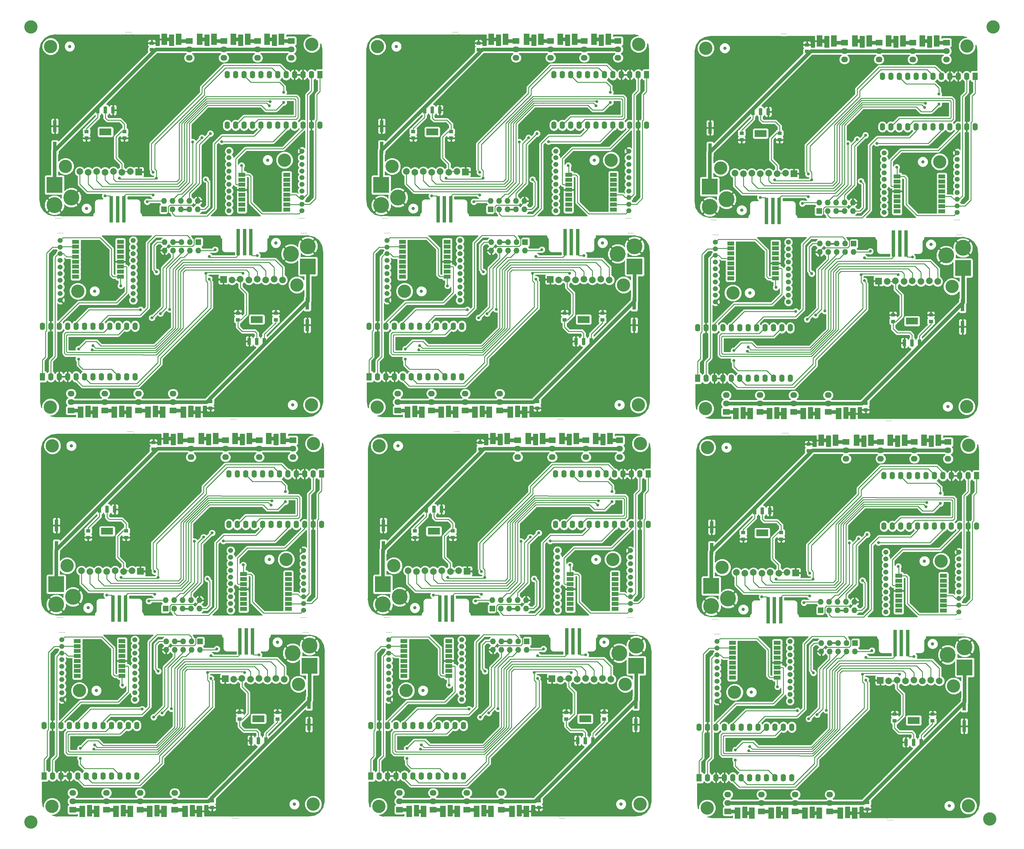
<source format=gtl>
G04 #@! TF.FileFunction,Copper,L1,Top,Signal*
%FSLAX46Y46*%
G04 Gerber Fmt 4.6, Leading zero omitted, Abs format (unit mm)*
G04 Created by KiCad (PCBNEW (2015-01-16 BZR 5376)-product) date 10/26/2015 1:30:35 PM*
%MOMM*%
G01*
G04 APERTURE LIST*
%ADD10C,0.100000*%
%ADD11C,4.000000*%
%ADD12C,0.300000*%
%ADD13C,1.000000*%
%ADD14R,1.250000X1.000000*%
%ADD15R,1.780000X3.500000*%
%ADD16R,2.032000X1.727200*%
%ADD17O,2.032000X1.727200*%
%ADD18R,3.657600X2.032000*%
%ADD19R,1.016000X2.032000*%
%ADD20R,1.727200X1.727200*%
%ADD21O,1.727200X1.727200*%
%ADD22R,1.100000X3.600000*%
%ADD23C,2.000000*%
%ADD24R,2.000000X2.000000*%
%ADD25R,1.574800X2.286000*%
%ADD26O,1.574800X2.286000*%
%ADD27R,1.000000X8.000000*%
%ADD28R,2.000000X1.200000*%
%ADD29C,1.500000*%
%ADD30C,4.800600*%
%ADD31R,4.800600X4.800600*%
%ADD32C,0.889000*%
%ADD33C,0.254000*%
%ADD34C,1.100000*%
G04 APERTURE END LIST*
D10*
D11*
X15000000Y-255000000D03*
X305000000Y-15000000D03*
X304000000Y-254000000D03*
D12*
X243177000Y-137602000D03*
X242796000Y-137602000D03*
X242415000Y-137602000D03*
X242034000Y-137602000D03*
D13*
X284325000Y-176210000D03*
X229715000Y-190815000D03*
D14*
X249400000Y-142920000D03*
X249400000Y-140920000D03*
X241145000Y-169590000D03*
X241145000Y-167590000D03*
X229715000Y-167590000D03*
X229715000Y-169590000D03*
D11*
X289405000Y-176210000D03*
X223365000Y-178115000D03*
X297660000Y-141285000D03*
X218920000Y-141920000D03*
D15*
X257539000Y-139761000D03*
X253199000Y-139761000D03*
X278367000Y-139761000D03*
X274027000Y-139761000D03*
X268207000Y-139761000D03*
X263867000Y-139761000D03*
X288527000Y-139761000D03*
X284187000Y-139761000D03*
D16*
X260703000Y-140269000D03*
D17*
X260703000Y-142809000D03*
X260703000Y-145349000D03*
D16*
X291437000Y-140269000D03*
D17*
X291437000Y-142809000D03*
X291437000Y-145349000D03*
D16*
X281277000Y-140269000D03*
D17*
X281277000Y-142809000D03*
X281277000Y-145349000D03*
D16*
X271117000Y-140269000D03*
D17*
X271117000Y-142809000D03*
X271117000Y-145349000D03*
D18*
X235430000Y-167701000D03*
D19*
X235430000Y-161097000D03*
X233144000Y-161097000D03*
X237716000Y-161097000D03*
D20*
X253083000Y-191069000D03*
D21*
X253083000Y-188529000D03*
X255623000Y-191069000D03*
X255623000Y-188529000D03*
X258163000Y-191069000D03*
X258163000Y-188529000D03*
X260703000Y-191069000D03*
X260703000Y-188529000D03*
X263243000Y-191069000D03*
X263243000Y-188529000D03*
D22*
X220190000Y-172475000D03*
X220190000Y-165975000D03*
D13*
X224635000Y-141920000D03*
D23*
X227683000Y-179639000D03*
X230223000Y-179849000D03*
X232763000Y-179639000D03*
X235323000Y-179849000D03*
X237843000Y-179639000D03*
X240423000Y-179849000D03*
X242923000Y-179639000D03*
D24*
X245473000Y-179799000D03*
D12*
X241653000Y-137602000D03*
X293850000Y-193736000D03*
X294231000Y-193736000D03*
X294612000Y-193736000D03*
X294993000Y-193736000D03*
X295374000Y-193736000D03*
X220444000Y-193736000D03*
X220825000Y-193736000D03*
X221206000Y-193736000D03*
X221587000Y-193736000D03*
X221968000Y-193736000D03*
D25*
X300073000Y-150429000D03*
D26*
X297533000Y-150429000D03*
X294993000Y-150429000D03*
X292453000Y-150429000D03*
X289913000Y-150429000D03*
X287373000Y-150429000D03*
X284833000Y-150429000D03*
X282293000Y-150429000D03*
X279753000Y-150429000D03*
X277213000Y-150429000D03*
X274673000Y-150429000D03*
X272133000Y-150429000D03*
X272133000Y-165669000D03*
X274673000Y-165669000D03*
X277213000Y-165669000D03*
X279753000Y-165669000D03*
X282293000Y-165669000D03*
X284833000Y-165669000D03*
X287373000Y-165669000D03*
X289913000Y-165669000D03*
X292453000Y-165669000D03*
X294993000Y-165669000D03*
X297533000Y-165669000D03*
X300073000Y-165669000D03*
D27*
X237208000Y-191069000D03*
X239113000Y-191069000D03*
X241018000Y-191069000D03*
D28*
X290063000Y-191139000D03*
X290063000Y-189639000D03*
X290063000Y-188139000D03*
X290063000Y-186639000D03*
X290063000Y-185139000D03*
X290063000Y-183639000D03*
X290063000Y-182139000D03*
X290063000Y-180639000D03*
X276563000Y-180639000D03*
X276563000Y-182139000D03*
X276563000Y-183639000D03*
X276563000Y-185139000D03*
X276563000Y-186639000D03*
X276563000Y-188139000D03*
X276563000Y-189639000D03*
X276563000Y-191139000D03*
D29*
X294690000Y-191520000D03*
X294690000Y-189520000D03*
X294690000Y-187520000D03*
X294690000Y-185520000D03*
X294690000Y-183520000D03*
X294690000Y-181520000D03*
X294690000Y-179520000D03*
X294690000Y-177520000D03*
X294690000Y-175520000D03*
X294690000Y-173520000D03*
X272690000Y-173520000D03*
X272690000Y-175520000D03*
X272690000Y-177520000D03*
X272690000Y-179520000D03*
X272690000Y-181520000D03*
X272690000Y-183520000D03*
X272690000Y-185520000D03*
X272690000Y-187520000D03*
X272690000Y-189520000D03*
X272690000Y-191520000D03*
D30*
X220063000Y-189799000D03*
D31*
X220063000Y-183703000D03*
D30*
X225143000Y-187513000D03*
X296437000Y-202201000D03*
D31*
X296437000Y-208297000D03*
D30*
X291357000Y-204487000D03*
D29*
X221810000Y-200480000D03*
X221810000Y-202480000D03*
X221810000Y-204480000D03*
X221810000Y-206480000D03*
X221810000Y-208480000D03*
X221810000Y-210480000D03*
X221810000Y-212480000D03*
X221810000Y-214480000D03*
X221810000Y-216480000D03*
X221810000Y-218480000D03*
X243810000Y-218480000D03*
X243810000Y-216480000D03*
X243810000Y-214480000D03*
X243810000Y-212480000D03*
X243810000Y-210480000D03*
X243810000Y-208480000D03*
X243810000Y-206480000D03*
X243810000Y-204480000D03*
X243810000Y-202480000D03*
X243810000Y-200480000D03*
D28*
X226437000Y-200861000D03*
X226437000Y-202361000D03*
X226437000Y-203861000D03*
X226437000Y-205361000D03*
X226437000Y-206861000D03*
X226437000Y-208361000D03*
X226437000Y-209861000D03*
X226437000Y-211361000D03*
X239937000Y-211361000D03*
X239937000Y-209861000D03*
X239937000Y-208361000D03*
X239937000Y-206861000D03*
X239937000Y-205361000D03*
X239937000Y-203861000D03*
X239937000Y-202361000D03*
X239937000Y-200861000D03*
D27*
X279292000Y-200931000D03*
X277387000Y-200931000D03*
X275482000Y-200931000D03*
D25*
X216427000Y-241571000D03*
D26*
X218967000Y-241571000D03*
X221507000Y-241571000D03*
X224047000Y-241571000D03*
X226587000Y-241571000D03*
X229127000Y-241571000D03*
X231667000Y-241571000D03*
X234207000Y-241571000D03*
X236747000Y-241571000D03*
X239287000Y-241571000D03*
X241827000Y-241571000D03*
X244367000Y-241571000D03*
X244367000Y-226331000D03*
X241827000Y-226331000D03*
X239287000Y-226331000D03*
X236747000Y-226331000D03*
X234207000Y-226331000D03*
X231667000Y-226331000D03*
X229127000Y-226331000D03*
X226587000Y-226331000D03*
X224047000Y-226331000D03*
X221507000Y-226331000D03*
X218967000Y-226331000D03*
X216427000Y-226331000D03*
D12*
X294532000Y-198264000D03*
X294913000Y-198264000D03*
X295294000Y-198264000D03*
X295675000Y-198264000D03*
X296056000Y-198264000D03*
X221126000Y-198264000D03*
X221507000Y-198264000D03*
X221888000Y-198264000D03*
X222269000Y-198264000D03*
X222650000Y-198264000D03*
X274847000Y-254398000D03*
D23*
X288817000Y-212361000D03*
X286277000Y-212151000D03*
X283737000Y-212361000D03*
X281177000Y-212151000D03*
X278657000Y-212361000D03*
X276077000Y-212151000D03*
X273577000Y-212361000D03*
D24*
X271027000Y-212201000D03*
D13*
X291865000Y-250080000D03*
D22*
X296310000Y-219525000D03*
X296310000Y-226025000D03*
D20*
X263417000Y-200931000D03*
D21*
X263417000Y-203471000D03*
X260877000Y-200931000D03*
X260877000Y-203471000D03*
X258337000Y-200931000D03*
X258337000Y-203471000D03*
X255797000Y-200931000D03*
X255797000Y-203471000D03*
X253257000Y-200931000D03*
X253257000Y-203471000D03*
D18*
X281070000Y-224299000D03*
D19*
X281070000Y-230903000D03*
X283356000Y-230903000D03*
X278784000Y-230903000D03*
D16*
X245383000Y-251731000D03*
D17*
X245383000Y-249191000D03*
X245383000Y-246651000D03*
D16*
X235223000Y-251731000D03*
D17*
X235223000Y-249191000D03*
X235223000Y-246651000D03*
D16*
X225063000Y-251731000D03*
D17*
X225063000Y-249191000D03*
X225063000Y-246651000D03*
D16*
X255797000Y-251731000D03*
D17*
X255797000Y-249191000D03*
X255797000Y-246651000D03*
D15*
X227973000Y-252239000D03*
X232313000Y-252239000D03*
X248293000Y-252239000D03*
X252633000Y-252239000D03*
X238133000Y-252239000D03*
X242473000Y-252239000D03*
X258961000Y-252239000D03*
X263301000Y-252239000D03*
D11*
X297580000Y-250080000D03*
X218840000Y-250715000D03*
X293135000Y-213885000D03*
X227095000Y-215790000D03*
D14*
X286785000Y-224410000D03*
X286785000Y-222410000D03*
X275355000Y-222410000D03*
X275355000Y-224410000D03*
X267100000Y-249080000D03*
X267100000Y-251080000D03*
D13*
X286785000Y-201185000D03*
X232175000Y-215790000D03*
D12*
X274466000Y-254398000D03*
X274085000Y-254398000D03*
X273704000Y-254398000D03*
X273323000Y-254398000D03*
X272823000Y-133898000D03*
X273204000Y-133898000D03*
X273585000Y-133898000D03*
X273966000Y-133898000D03*
D13*
X231675000Y-95290000D03*
X286285000Y-80685000D03*
D14*
X266600000Y-128580000D03*
X266600000Y-130580000D03*
X274855000Y-101910000D03*
X274855000Y-103910000D03*
X286285000Y-103910000D03*
X286285000Y-101910000D03*
D11*
X226595000Y-95290000D03*
X292635000Y-93385000D03*
X218340000Y-130215000D03*
X297080000Y-129580000D03*
D15*
X258461000Y-131739000D03*
X262801000Y-131739000D03*
X237633000Y-131739000D03*
X241973000Y-131739000D03*
X247793000Y-131739000D03*
X252133000Y-131739000D03*
X227473000Y-131739000D03*
X231813000Y-131739000D03*
D16*
X255297000Y-131231000D03*
D17*
X255297000Y-128691000D03*
X255297000Y-126151000D03*
D16*
X224563000Y-131231000D03*
D17*
X224563000Y-128691000D03*
X224563000Y-126151000D03*
D16*
X234723000Y-131231000D03*
D17*
X234723000Y-128691000D03*
X234723000Y-126151000D03*
D16*
X244883000Y-131231000D03*
D17*
X244883000Y-128691000D03*
X244883000Y-126151000D03*
D18*
X280570000Y-103799000D03*
D19*
X280570000Y-110403000D03*
X282856000Y-110403000D03*
X278284000Y-110403000D03*
D20*
X262917000Y-80431000D03*
D21*
X262917000Y-82971000D03*
X260377000Y-80431000D03*
X260377000Y-82971000D03*
X257837000Y-80431000D03*
X257837000Y-82971000D03*
X255297000Y-80431000D03*
X255297000Y-82971000D03*
X252757000Y-80431000D03*
X252757000Y-82971000D03*
D22*
X295810000Y-99025000D03*
X295810000Y-105525000D03*
D13*
X291365000Y-129580000D03*
D23*
X288317000Y-91861000D03*
X285777000Y-91651000D03*
X283237000Y-91861000D03*
X280677000Y-91651000D03*
X278157000Y-91861000D03*
X275577000Y-91651000D03*
X273077000Y-91861000D03*
D24*
X270527000Y-91701000D03*
D12*
X274347000Y-133898000D03*
X222150000Y-77764000D03*
X221769000Y-77764000D03*
X221388000Y-77764000D03*
X221007000Y-77764000D03*
X220626000Y-77764000D03*
X295556000Y-77764000D03*
X295175000Y-77764000D03*
X294794000Y-77764000D03*
X294413000Y-77764000D03*
X294032000Y-77764000D03*
D25*
X215927000Y-121071000D03*
D26*
X218467000Y-121071000D03*
X221007000Y-121071000D03*
X223547000Y-121071000D03*
X226087000Y-121071000D03*
X228627000Y-121071000D03*
X231167000Y-121071000D03*
X233707000Y-121071000D03*
X236247000Y-121071000D03*
X238787000Y-121071000D03*
X241327000Y-121071000D03*
X243867000Y-121071000D03*
X243867000Y-105831000D03*
X241327000Y-105831000D03*
X238787000Y-105831000D03*
X236247000Y-105831000D03*
X233707000Y-105831000D03*
X231167000Y-105831000D03*
X228627000Y-105831000D03*
X226087000Y-105831000D03*
X223547000Y-105831000D03*
X221007000Y-105831000D03*
X218467000Y-105831000D03*
X215927000Y-105831000D03*
D27*
X278792000Y-80431000D03*
X276887000Y-80431000D03*
X274982000Y-80431000D03*
D28*
X225937000Y-80361000D03*
X225937000Y-81861000D03*
X225937000Y-83361000D03*
X225937000Y-84861000D03*
X225937000Y-86361000D03*
X225937000Y-87861000D03*
X225937000Y-89361000D03*
X225937000Y-90861000D03*
X239437000Y-90861000D03*
X239437000Y-89361000D03*
X239437000Y-87861000D03*
X239437000Y-86361000D03*
X239437000Y-84861000D03*
X239437000Y-83361000D03*
X239437000Y-81861000D03*
X239437000Y-80361000D03*
D29*
X221310000Y-79980000D03*
X221310000Y-81980000D03*
X221310000Y-83980000D03*
X221310000Y-85980000D03*
X221310000Y-87980000D03*
X221310000Y-89980000D03*
X221310000Y-91980000D03*
X221310000Y-93980000D03*
X221310000Y-95980000D03*
X221310000Y-97980000D03*
X243310000Y-97980000D03*
X243310000Y-95980000D03*
X243310000Y-93980000D03*
X243310000Y-91980000D03*
X243310000Y-89980000D03*
X243310000Y-87980000D03*
X243310000Y-85980000D03*
X243310000Y-83980000D03*
X243310000Y-81980000D03*
X243310000Y-79980000D03*
D30*
X295937000Y-81701000D03*
D31*
X295937000Y-87797000D03*
D30*
X290857000Y-83987000D03*
X219563000Y-69299000D03*
D31*
X219563000Y-63203000D03*
D30*
X224643000Y-67013000D03*
D29*
X294190000Y-71020000D03*
X294190000Y-69020000D03*
X294190000Y-67020000D03*
X294190000Y-65020000D03*
X294190000Y-63020000D03*
X294190000Y-61020000D03*
X294190000Y-59020000D03*
X294190000Y-57020000D03*
X294190000Y-55020000D03*
X294190000Y-53020000D03*
X272190000Y-53020000D03*
X272190000Y-55020000D03*
X272190000Y-57020000D03*
X272190000Y-59020000D03*
X272190000Y-61020000D03*
X272190000Y-63020000D03*
X272190000Y-65020000D03*
X272190000Y-67020000D03*
X272190000Y-69020000D03*
X272190000Y-71020000D03*
D28*
X289563000Y-70639000D03*
X289563000Y-69139000D03*
X289563000Y-67639000D03*
X289563000Y-66139000D03*
X289563000Y-64639000D03*
X289563000Y-63139000D03*
X289563000Y-61639000D03*
X289563000Y-60139000D03*
X276063000Y-60139000D03*
X276063000Y-61639000D03*
X276063000Y-63139000D03*
X276063000Y-64639000D03*
X276063000Y-66139000D03*
X276063000Y-67639000D03*
X276063000Y-69139000D03*
X276063000Y-70639000D03*
D27*
X236708000Y-70569000D03*
X238613000Y-70569000D03*
X240518000Y-70569000D03*
D25*
X299573000Y-29929000D03*
D26*
X297033000Y-29929000D03*
X294493000Y-29929000D03*
X291953000Y-29929000D03*
X289413000Y-29929000D03*
X286873000Y-29929000D03*
X284333000Y-29929000D03*
X281793000Y-29929000D03*
X279253000Y-29929000D03*
X276713000Y-29929000D03*
X274173000Y-29929000D03*
X271633000Y-29929000D03*
X271633000Y-45169000D03*
X274173000Y-45169000D03*
X276713000Y-45169000D03*
X279253000Y-45169000D03*
X281793000Y-45169000D03*
X284333000Y-45169000D03*
X286873000Y-45169000D03*
X289413000Y-45169000D03*
X291953000Y-45169000D03*
X294493000Y-45169000D03*
X297033000Y-45169000D03*
X299573000Y-45169000D03*
D12*
X221468000Y-73236000D03*
X221087000Y-73236000D03*
X220706000Y-73236000D03*
X220325000Y-73236000D03*
X219944000Y-73236000D03*
X294874000Y-73236000D03*
X294493000Y-73236000D03*
X294112000Y-73236000D03*
X293731000Y-73236000D03*
X293350000Y-73236000D03*
X241153000Y-17102000D03*
D23*
X227183000Y-59139000D03*
X229723000Y-59349000D03*
X232263000Y-59139000D03*
X234823000Y-59349000D03*
X237343000Y-59139000D03*
X239923000Y-59349000D03*
X242423000Y-59139000D03*
D24*
X244973000Y-59299000D03*
D13*
X224135000Y-21420000D03*
D22*
X219690000Y-51975000D03*
X219690000Y-45475000D03*
D20*
X252583000Y-70569000D03*
D21*
X252583000Y-68029000D03*
X255123000Y-70569000D03*
X255123000Y-68029000D03*
X257663000Y-70569000D03*
X257663000Y-68029000D03*
X260203000Y-70569000D03*
X260203000Y-68029000D03*
X262743000Y-70569000D03*
X262743000Y-68029000D03*
D18*
X234930000Y-47201000D03*
D19*
X234930000Y-40597000D03*
X232644000Y-40597000D03*
X237216000Y-40597000D03*
D16*
X270617000Y-19769000D03*
D17*
X270617000Y-22309000D03*
X270617000Y-24849000D03*
D16*
X280777000Y-19769000D03*
D17*
X280777000Y-22309000D03*
X280777000Y-24849000D03*
D16*
X290937000Y-19769000D03*
D17*
X290937000Y-22309000D03*
X290937000Y-24849000D03*
D16*
X260203000Y-19769000D03*
D17*
X260203000Y-22309000D03*
X260203000Y-24849000D03*
D15*
X288027000Y-19261000D03*
X283687000Y-19261000D03*
X267707000Y-19261000D03*
X263367000Y-19261000D03*
X277867000Y-19261000D03*
X273527000Y-19261000D03*
X257039000Y-19261000D03*
X252699000Y-19261000D03*
D11*
X218420000Y-21420000D03*
X297160000Y-20785000D03*
X222865000Y-57615000D03*
X288905000Y-55710000D03*
D14*
X229215000Y-47090000D03*
X229215000Y-49090000D03*
X240645000Y-49090000D03*
X240645000Y-47090000D03*
X248900000Y-22420000D03*
X248900000Y-20420000D03*
D13*
X229215000Y-70315000D03*
X283825000Y-55710000D03*
D12*
X241534000Y-17102000D03*
X241915000Y-17102000D03*
X242296000Y-17102000D03*
X242677000Y-17102000D03*
X143677000Y-16602000D03*
X143296000Y-16602000D03*
X142915000Y-16602000D03*
X142534000Y-16602000D03*
D13*
X184825000Y-55210000D03*
X130215000Y-69815000D03*
D14*
X149900000Y-21920000D03*
X149900000Y-19920000D03*
X141645000Y-48590000D03*
X141645000Y-46590000D03*
X130215000Y-46590000D03*
X130215000Y-48590000D03*
D11*
X189905000Y-55210000D03*
X123865000Y-57115000D03*
X198160000Y-20285000D03*
X119420000Y-20920000D03*
D15*
X158039000Y-18761000D03*
X153699000Y-18761000D03*
X178867000Y-18761000D03*
X174527000Y-18761000D03*
X168707000Y-18761000D03*
X164367000Y-18761000D03*
X189027000Y-18761000D03*
X184687000Y-18761000D03*
D16*
X161203000Y-19269000D03*
D17*
X161203000Y-21809000D03*
X161203000Y-24349000D03*
D16*
X191937000Y-19269000D03*
D17*
X191937000Y-21809000D03*
X191937000Y-24349000D03*
D16*
X181777000Y-19269000D03*
D17*
X181777000Y-21809000D03*
X181777000Y-24349000D03*
D16*
X171617000Y-19269000D03*
D17*
X171617000Y-21809000D03*
X171617000Y-24349000D03*
D18*
X135930000Y-46701000D03*
D19*
X135930000Y-40097000D03*
X133644000Y-40097000D03*
X138216000Y-40097000D03*
D20*
X153583000Y-70069000D03*
D21*
X153583000Y-67529000D03*
X156123000Y-70069000D03*
X156123000Y-67529000D03*
X158663000Y-70069000D03*
X158663000Y-67529000D03*
X161203000Y-70069000D03*
X161203000Y-67529000D03*
X163743000Y-70069000D03*
X163743000Y-67529000D03*
D22*
X120690000Y-51475000D03*
X120690000Y-44975000D03*
D13*
X125135000Y-20920000D03*
D23*
X128183000Y-58639000D03*
X130723000Y-58849000D03*
X133263000Y-58639000D03*
X135823000Y-58849000D03*
X138343000Y-58639000D03*
X140923000Y-58849000D03*
X143423000Y-58639000D03*
D24*
X145973000Y-58799000D03*
D12*
X142153000Y-16602000D03*
X194350000Y-72736000D03*
X194731000Y-72736000D03*
X195112000Y-72736000D03*
X195493000Y-72736000D03*
X195874000Y-72736000D03*
X120944000Y-72736000D03*
X121325000Y-72736000D03*
X121706000Y-72736000D03*
X122087000Y-72736000D03*
X122468000Y-72736000D03*
D25*
X200573000Y-29429000D03*
D26*
X198033000Y-29429000D03*
X195493000Y-29429000D03*
X192953000Y-29429000D03*
X190413000Y-29429000D03*
X187873000Y-29429000D03*
X185333000Y-29429000D03*
X182793000Y-29429000D03*
X180253000Y-29429000D03*
X177713000Y-29429000D03*
X175173000Y-29429000D03*
X172633000Y-29429000D03*
X172633000Y-44669000D03*
X175173000Y-44669000D03*
X177713000Y-44669000D03*
X180253000Y-44669000D03*
X182793000Y-44669000D03*
X185333000Y-44669000D03*
X187873000Y-44669000D03*
X190413000Y-44669000D03*
X192953000Y-44669000D03*
X195493000Y-44669000D03*
X198033000Y-44669000D03*
X200573000Y-44669000D03*
D27*
X137708000Y-70069000D03*
X139613000Y-70069000D03*
X141518000Y-70069000D03*
D28*
X190563000Y-70139000D03*
X190563000Y-68639000D03*
X190563000Y-67139000D03*
X190563000Y-65639000D03*
X190563000Y-64139000D03*
X190563000Y-62639000D03*
X190563000Y-61139000D03*
X190563000Y-59639000D03*
X177063000Y-59639000D03*
X177063000Y-61139000D03*
X177063000Y-62639000D03*
X177063000Y-64139000D03*
X177063000Y-65639000D03*
X177063000Y-67139000D03*
X177063000Y-68639000D03*
X177063000Y-70139000D03*
D29*
X195190000Y-70520000D03*
X195190000Y-68520000D03*
X195190000Y-66520000D03*
X195190000Y-64520000D03*
X195190000Y-62520000D03*
X195190000Y-60520000D03*
X195190000Y-58520000D03*
X195190000Y-56520000D03*
X195190000Y-54520000D03*
X195190000Y-52520000D03*
X173190000Y-52520000D03*
X173190000Y-54520000D03*
X173190000Y-56520000D03*
X173190000Y-58520000D03*
X173190000Y-60520000D03*
X173190000Y-62520000D03*
X173190000Y-64520000D03*
X173190000Y-66520000D03*
X173190000Y-68520000D03*
X173190000Y-70520000D03*
D30*
X120563000Y-68799000D03*
D31*
X120563000Y-62703000D03*
D30*
X125643000Y-66513000D03*
X196937000Y-81201000D03*
D31*
X196937000Y-87297000D03*
D30*
X191857000Y-83487000D03*
D29*
X122310000Y-79480000D03*
X122310000Y-81480000D03*
X122310000Y-83480000D03*
X122310000Y-85480000D03*
X122310000Y-87480000D03*
X122310000Y-89480000D03*
X122310000Y-91480000D03*
X122310000Y-93480000D03*
X122310000Y-95480000D03*
X122310000Y-97480000D03*
X144310000Y-97480000D03*
X144310000Y-95480000D03*
X144310000Y-93480000D03*
X144310000Y-91480000D03*
X144310000Y-89480000D03*
X144310000Y-87480000D03*
X144310000Y-85480000D03*
X144310000Y-83480000D03*
X144310000Y-81480000D03*
X144310000Y-79480000D03*
D28*
X126937000Y-79861000D03*
X126937000Y-81361000D03*
X126937000Y-82861000D03*
X126937000Y-84361000D03*
X126937000Y-85861000D03*
X126937000Y-87361000D03*
X126937000Y-88861000D03*
X126937000Y-90361000D03*
X140437000Y-90361000D03*
X140437000Y-88861000D03*
X140437000Y-87361000D03*
X140437000Y-85861000D03*
X140437000Y-84361000D03*
X140437000Y-82861000D03*
X140437000Y-81361000D03*
X140437000Y-79861000D03*
D27*
X179792000Y-79931000D03*
X177887000Y-79931000D03*
X175982000Y-79931000D03*
D25*
X116927000Y-120571000D03*
D26*
X119467000Y-120571000D03*
X122007000Y-120571000D03*
X124547000Y-120571000D03*
X127087000Y-120571000D03*
X129627000Y-120571000D03*
X132167000Y-120571000D03*
X134707000Y-120571000D03*
X137247000Y-120571000D03*
X139787000Y-120571000D03*
X142327000Y-120571000D03*
X144867000Y-120571000D03*
X144867000Y-105331000D03*
X142327000Y-105331000D03*
X139787000Y-105331000D03*
X137247000Y-105331000D03*
X134707000Y-105331000D03*
X132167000Y-105331000D03*
X129627000Y-105331000D03*
X127087000Y-105331000D03*
X124547000Y-105331000D03*
X122007000Y-105331000D03*
X119467000Y-105331000D03*
X116927000Y-105331000D03*
D12*
X195032000Y-77264000D03*
X195413000Y-77264000D03*
X195794000Y-77264000D03*
X196175000Y-77264000D03*
X196556000Y-77264000D03*
X121626000Y-77264000D03*
X122007000Y-77264000D03*
X122388000Y-77264000D03*
X122769000Y-77264000D03*
X123150000Y-77264000D03*
X175347000Y-133398000D03*
D23*
X189317000Y-91361000D03*
X186777000Y-91151000D03*
X184237000Y-91361000D03*
X181677000Y-91151000D03*
X179157000Y-91361000D03*
X176577000Y-91151000D03*
X174077000Y-91361000D03*
D24*
X171527000Y-91201000D03*
D13*
X192365000Y-129080000D03*
D22*
X196810000Y-98525000D03*
X196810000Y-105025000D03*
D20*
X163917000Y-79931000D03*
D21*
X163917000Y-82471000D03*
X161377000Y-79931000D03*
X161377000Y-82471000D03*
X158837000Y-79931000D03*
X158837000Y-82471000D03*
X156297000Y-79931000D03*
X156297000Y-82471000D03*
X153757000Y-79931000D03*
X153757000Y-82471000D03*
D18*
X181570000Y-103299000D03*
D19*
X181570000Y-109903000D03*
X183856000Y-109903000D03*
X179284000Y-109903000D03*
D16*
X145883000Y-130731000D03*
D17*
X145883000Y-128191000D03*
X145883000Y-125651000D03*
D16*
X135723000Y-130731000D03*
D17*
X135723000Y-128191000D03*
X135723000Y-125651000D03*
D16*
X125563000Y-130731000D03*
D17*
X125563000Y-128191000D03*
X125563000Y-125651000D03*
D16*
X156297000Y-130731000D03*
D17*
X156297000Y-128191000D03*
X156297000Y-125651000D03*
D15*
X128473000Y-131239000D03*
X132813000Y-131239000D03*
X148793000Y-131239000D03*
X153133000Y-131239000D03*
X138633000Y-131239000D03*
X142973000Y-131239000D03*
X159461000Y-131239000D03*
X163801000Y-131239000D03*
D11*
X198080000Y-129080000D03*
X119340000Y-129715000D03*
X193635000Y-92885000D03*
X127595000Y-94790000D03*
D14*
X187285000Y-103410000D03*
X187285000Y-101410000D03*
X175855000Y-101410000D03*
X175855000Y-103410000D03*
X167600000Y-128080000D03*
X167600000Y-130080000D03*
D13*
X187285000Y-80185000D03*
X132675000Y-94790000D03*
D12*
X174966000Y-133398000D03*
X174585000Y-133398000D03*
X174204000Y-133398000D03*
X173823000Y-133398000D03*
X174323000Y-253898000D03*
X174704000Y-253898000D03*
X175085000Y-253898000D03*
X175466000Y-253898000D03*
D13*
X133175000Y-215290000D03*
X187785000Y-200685000D03*
D14*
X168100000Y-248580000D03*
X168100000Y-250580000D03*
X176355000Y-221910000D03*
X176355000Y-223910000D03*
X187785000Y-223910000D03*
X187785000Y-221910000D03*
D11*
X128095000Y-215290000D03*
X194135000Y-213385000D03*
X119840000Y-250215000D03*
X198580000Y-249580000D03*
D15*
X159961000Y-251739000D03*
X164301000Y-251739000D03*
X139133000Y-251739000D03*
X143473000Y-251739000D03*
X149293000Y-251739000D03*
X153633000Y-251739000D03*
X128973000Y-251739000D03*
X133313000Y-251739000D03*
D16*
X156797000Y-251231000D03*
D17*
X156797000Y-248691000D03*
X156797000Y-246151000D03*
D16*
X126063000Y-251231000D03*
D17*
X126063000Y-248691000D03*
X126063000Y-246151000D03*
D16*
X136223000Y-251231000D03*
D17*
X136223000Y-248691000D03*
X136223000Y-246151000D03*
D16*
X146383000Y-251231000D03*
D17*
X146383000Y-248691000D03*
X146383000Y-246151000D03*
D18*
X182070000Y-223799000D03*
D19*
X182070000Y-230403000D03*
X184356000Y-230403000D03*
X179784000Y-230403000D03*
D20*
X164417000Y-200431000D03*
D21*
X164417000Y-202971000D03*
X161877000Y-200431000D03*
X161877000Y-202971000D03*
X159337000Y-200431000D03*
X159337000Y-202971000D03*
X156797000Y-200431000D03*
X156797000Y-202971000D03*
X154257000Y-200431000D03*
X154257000Y-202971000D03*
D22*
X197310000Y-219025000D03*
X197310000Y-225525000D03*
D13*
X192865000Y-249580000D03*
D23*
X189817000Y-211861000D03*
X187277000Y-211651000D03*
X184737000Y-211861000D03*
X182177000Y-211651000D03*
X179657000Y-211861000D03*
X177077000Y-211651000D03*
X174577000Y-211861000D03*
D24*
X172027000Y-211701000D03*
D12*
X175847000Y-253898000D03*
X123650000Y-197764000D03*
X123269000Y-197764000D03*
X122888000Y-197764000D03*
X122507000Y-197764000D03*
X122126000Y-197764000D03*
X197056000Y-197764000D03*
X196675000Y-197764000D03*
X196294000Y-197764000D03*
X195913000Y-197764000D03*
X195532000Y-197764000D03*
D25*
X117427000Y-241071000D03*
D26*
X119967000Y-241071000D03*
X122507000Y-241071000D03*
X125047000Y-241071000D03*
X127587000Y-241071000D03*
X130127000Y-241071000D03*
X132667000Y-241071000D03*
X135207000Y-241071000D03*
X137747000Y-241071000D03*
X140287000Y-241071000D03*
X142827000Y-241071000D03*
X145367000Y-241071000D03*
X145367000Y-225831000D03*
X142827000Y-225831000D03*
X140287000Y-225831000D03*
X137747000Y-225831000D03*
X135207000Y-225831000D03*
X132667000Y-225831000D03*
X130127000Y-225831000D03*
X127587000Y-225831000D03*
X125047000Y-225831000D03*
X122507000Y-225831000D03*
X119967000Y-225831000D03*
X117427000Y-225831000D03*
D27*
X180292000Y-200431000D03*
X178387000Y-200431000D03*
X176482000Y-200431000D03*
D28*
X127437000Y-200361000D03*
X127437000Y-201861000D03*
X127437000Y-203361000D03*
X127437000Y-204861000D03*
X127437000Y-206361000D03*
X127437000Y-207861000D03*
X127437000Y-209361000D03*
X127437000Y-210861000D03*
X140937000Y-210861000D03*
X140937000Y-209361000D03*
X140937000Y-207861000D03*
X140937000Y-206361000D03*
X140937000Y-204861000D03*
X140937000Y-203361000D03*
X140937000Y-201861000D03*
X140937000Y-200361000D03*
D29*
X122810000Y-199980000D03*
X122810000Y-201980000D03*
X122810000Y-203980000D03*
X122810000Y-205980000D03*
X122810000Y-207980000D03*
X122810000Y-209980000D03*
X122810000Y-211980000D03*
X122810000Y-213980000D03*
X122810000Y-215980000D03*
X122810000Y-217980000D03*
X144810000Y-217980000D03*
X144810000Y-215980000D03*
X144810000Y-213980000D03*
X144810000Y-211980000D03*
X144810000Y-209980000D03*
X144810000Y-207980000D03*
X144810000Y-205980000D03*
X144810000Y-203980000D03*
X144810000Y-201980000D03*
X144810000Y-199980000D03*
D30*
X197437000Y-201701000D03*
D31*
X197437000Y-207797000D03*
D30*
X192357000Y-203987000D03*
X121063000Y-189299000D03*
D31*
X121063000Y-183203000D03*
D30*
X126143000Y-187013000D03*
D29*
X195690000Y-191020000D03*
X195690000Y-189020000D03*
X195690000Y-187020000D03*
X195690000Y-185020000D03*
X195690000Y-183020000D03*
X195690000Y-181020000D03*
X195690000Y-179020000D03*
X195690000Y-177020000D03*
X195690000Y-175020000D03*
X195690000Y-173020000D03*
X173690000Y-173020000D03*
X173690000Y-175020000D03*
X173690000Y-177020000D03*
X173690000Y-179020000D03*
X173690000Y-181020000D03*
X173690000Y-183020000D03*
X173690000Y-185020000D03*
X173690000Y-187020000D03*
X173690000Y-189020000D03*
X173690000Y-191020000D03*
D28*
X191063000Y-190639000D03*
X191063000Y-189139000D03*
X191063000Y-187639000D03*
X191063000Y-186139000D03*
X191063000Y-184639000D03*
X191063000Y-183139000D03*
X191063000Y-181639000D03*
X191063000Y-180139000D03*
X177563000Y-180139000D03*
X177563000Y-181639000D03*
X177563000Y-183139000D03*
X177563000Y-184639000D03*
X177563000Y-186139000D03*
X177563000Y-187639000D03*
X177563000Y-189139000D03*
X177563000Y-190639000D03*
D27*
X138208000Y-190569000D03*
X140113000Y-190569000D03*
X142018000Y-190569000D03*
D25*
X201073000Y-149929000D03*
D26*
X198533000Y-149929000D03*
X195993000Y-149929000D03*
X193453000Y-149929000D03*
X190913000Y-149929000D03*
X188373000Y-149929000D03*
X185833000Y-149929000D03*
X183293000Y-149929000D03*
X180753000Y-149929000D03*
X178213000Y-149929000D03*
X175673000Y-149929000D03*
X173133000Y-149929000D03*
X173133000Y-165169000D03*
X175673000Y-165169000D03*
X178213000Y-165169000D03*
X180753000Y-165169000D03*
X183293000Y-165169000D03*
X185833000Y-165169000D03*
X188373000Y-165169000D03*
X190913000Y-165169000D03*
X193453000Y-165169000D03*
X195993000Y-165169000D03*
X198533000Y-165169000D03*
X201073000Y-165169000D03*
D12*
X122968000Y-193236000D03*
X122587000Y-193236000D03*
X122206000Y-193236000D03*
X121825000Y-193236000D03*
X121444000Y-193236000D03*
X196374000Y-193236000D03*
X195993000Y-193236000D03*
X195612000Y-193236000D03*
X195231000Y-193236000D03*
X194850000Y-193236000D03*
X142653000Y-137102000D03*
D23*
X128683000Y-179139000D03*
X131223000Y-179349000D03*
X133763000Y-179139000D03*
X136323000Y-179349000D03*
X138843000Y-179139000D03*
X141423000Y-179349000D03*
X143923000Y-179139000D03*
D24*
X146473000Y-179299000D03*
D13*
X125635000Y-141420000D03*
D22*
X121190000Y-171975000D03*
X121190000Y-165475000D03*
D20*
X154083000Y-190569000D03*
D21*
X154083000Y-188029000D03*
X156623000Y-190569000D03*
X156623000Y-188029000D03*
X159163000Y-190569000D03*
X159163000Y-188029000D03*
X161703000Y-190569000D03*
X161703000Y-188029000D03*
X164243000Y-190569000D03*
X164243000Y-188029000D03*
D18*
X136430000Y-167201000D03*
D19*
X136430000Y-160597000D03*
X134144000Y-160597000D03*
X138716000Y-160597000D03*
D16*
X172117000Y-139769000D03*
D17*
X172117000Y-142309000D03*
X172117000Y-144849000D03*
D16*
X182277000Y-139769000D03*
D17*
X182277000Y-142309000D03*
X182277000Y-144849000D03*
D16*
X192437000Y-139769000D03*
D17*
X192437000Y-142309000D03*
X192437000Y-144849000D03*
D16*
X161703000Y-139769000D03*
D17*
X161703000Y-142309000D03*
X161703000Y-144849000D03*
D15*
X189527000Y-139261000D03*
X185187000Y-139261000D03*
X169207000Y-139261000D03*
X164867000Y-139261000D03*
X179367000Y-139261000D03*
X175027000Y-139261000D03*
X158539000Y-139261000D03*
X154199000Y-139261000D03*
D11*
X119920000Y-141420000D03*
X198660000Y-140785000D03*
X124365000Y-177615000D03*
X190405000Y-175710000D03*
D14*
X130715000Y-167090000D03*
X130715000Y-169090000D03*
X142145000Y-169090000D03*
X142145000Y-167090000D03*
X150400000Y-142420000D03*
X150400000Y-140420000D03*
D13*
X130715000Y-190315000D03*
X185325000Y-175710000D03*
D12*
X143034000Y-137102000D03*
X143415000Y-137102000D03*
X143796000Y-137102000D03*
X144177000Y-137102000D03*
X45677000Y-137102000D03*
X45296000Y-137102000D03*
X44915000Y-137102000D03*
X44534000Y-137102000D03*
D13*
X86825000Y-175710000D03*
X32215000Y-190315000D03*
D14*
X51900000Y-142420000D03*
X51900000Y-140420000D03*
X43645000Y-169090000D03*
X43645000Y-167090000D03*
X32215000Y-167090000D03*
X32215000Y-169090000D03*
D11*
X91905000Y-175710000D03*
X25865000Y-177615000D03*
X100160000Y-140785000D03*
X21420000Y-141420000D03*
D15*
X60039000Y-139261000D03*
X55699000Y-139261000D03*
X80867000Y-139261000D03*
X76527000Y-139261000D03*
X70707000Y-139261000D03*
X66367000Y-139261000D03*
X91027000Y-139261000D03*
X86687000Y-139261000D03*
D16*
X63203000Y-139769000D03*
D17*
X63203000Y-142309000D03*
X63203000Y-144849000D03*
D16*
X93937000Y-139769000D03*
D17*
X93937000Y-142309000D03*
X93937000Y-144849000D03*
D16*
X83777000Y-139769000D03*
D17*
X83777000Y-142309000D03*
X83777000Y-144849000D03*
D16*
X73617000Y-139769000D03*
D17*
X73617000Y-142309000D03*
X73617000Y-144849000D03*
D18*
X37930000Y-167201000D03*
D19*
X37930000Y-160597000D03*
X35644000Y-160597000D03*
X40216000Y-160597000D03*
D20*
X55583000Y-190569000D03*
D21*
X55583000Y-188029000D03*
X58123000Y-190569000D03*
X58123000Y-188029000D03*
X60663000Y-190569000D03*
X60663000Y-188029000D03*
X63203000Y-190569000D03*
X63203000Y-188029000D03*
X65743000Y-190569000D03*
X65743000Y-188029000D03*
D22*
X22690000Y-171975000D03*
X22690000Y-165475000D03*
D13*
X27135000Y-141420000D03*
D23*
X30183000Y-179139000D03*
X32723000Y-179349000D03*
X35263000Y-179139000D03*
X37823000Y-179349000D03*
X40343000Y-179139000D03*
X42923000Y-179349000D03*
X45423000Y-179139000D03*
D24*
X47973000Y-179299000D03*
D12*
X44153000Y-137102000D03*
X96350000Y-193236000D03*
X96731000Y-193236000D03*
X97112000Y-193236000D03*
X97493000Y-193236000D03*
X97874000Y-193236000D03*
X22944000Y-193236000D03*
X23325000Y-193236000D03*
X23706000Y-193236000D03*
X24087000Y-193236000D03*
X24468000Y-193236000D03*
D25*
X102573000Y-149929000D03*
D26*
X100033000Y-149929000D03*
X97493000Y-149929000D03*
X94953000Y-149929000D03*
X92413000Y-149929000D03*
X89873000Y-149929000D03*
X87333000Y-149929000D03*
X84793000Y-149929000D03*
X82253000Y-149929000D03*
X79713000Y-149929000D03*
X77173000Y-149929000D03*
X74633000Y-149929000D03*
X74633000Y-165169000D03*
X77173000Y-165169000D03*
X79713000Y-165169000D03*
X82253000Y-165169000D03*
X84793000Y-165169000D03*
X87333000Y-165169000D03*
X89873000Y-165169000D03*
X92413000Y-165169000D03*
X94953000Y-165169000D03*
X97493000Y-165169000D03*
X100033000Y-165169000D03*
X102573000Y-165169000D03*
D27*
X39708000Y-190569000D03*
X41613000Y-190569000D03*
X43518000Y-190569000D03*
D28*
X92563000Y-190639000D03*
X92563000Y-189139000D03*
X92563000Y-187639000D03*
X92563000Y-186139000D03*
X92563000Y-184639000D03*
X92563000Y-183139000D03*
X92563000Y-181639000D03*
X92563000Y-180139000D03*
X79063000Y-180139000D03*
X79063000Y-181639000D03*
X79063000Y-183139000D03*
X79063000Y-184639000D03*
X79063000Y-186139000D03*
X79063000Y-187639000D03*
X79063000Y-189139000D03*
X79063000Y-190639000D03*
D29*
X97190000Y-191020000D03*
X97190000Y-189020000D03*
X97190000Y-187020000D03*
X97190000Y-185020000D03*
X97190000Y-183020000D03*
X97190000Y-181020000D03*
X97190000Y-179020000D03*
X97190000Y-177020000D03*
X97190000Y-175020000D03*
X97190000Y-173020000D03*
X75190000Y-173020000D03*
X75190000Y-175020000D03*
X75190000Y-177020000D03*
X75190000Y-179020000D03*
X75190000Y-181020000D03*
X75190000Y-183020000D03*
X75190000Y-185020000D03*
X75190000Y-187020000D03*
X75190000Y-189020000D03*
X75190000Y-191020000D03*
D30*
X22563000Y-189299000D03*
D31*
X22563000Y-183203000D03*
D30*
X27643000Y-187013000D03*
X98937000Y-201701000D03*
D31*
X98937000Y-207797000D03*
D30*
X93857000Y-203987000D03*
D29*
X24310000Y-199980000D03*
X24310000Y-201980000D03*
X24310000Y-203980000D03*
X24310000Y-205980000D03*
X24310000Y-207980000D03*
X24310000Y-209980000D03*
X24310000Y-211980000D03*
X24310000Y-213980000D03*
X24310000Y-215980000D03*
X24310000Y-217980000D03*
X46310000Y-217980000D03*
X46310000Y-215980000D03*
X46310000Y-213980000D03*
X46310000Y-211980000D03*
X46310000Y-209980000D03*
X46310000Y-207980000D03*
X46310000Y-205980000D03*
X46310000Y-203980000D03*
X46310000Y-201980000D03*
X46310000Y-199980000D03*
D28*
X28937000Y-200361000D03*
X28937000Y-201861000D03*
X28937000Y-203361000D03*
X28937000Y-204861000D03*
X28937000Y-206361000D03*
X28937000Y-207861000D03*
X28937000Y-209361000D03*
X28937000Y-210861000D03*
X42437000Y-210861000D03*
X42437000Y-209361000D03*
X42437000Y-207861000D03*
X42437000Y-206361000D03*
X42437000Y-204861000D03*
X42437000Y-203361000D03*
X42437000Y-201861000D03*
X42437000Y-200361000D03*
D27*
X81792000Y-200431000D03*
X79887000Y-200431000D03*
X77982000Y-200431000D03*
D25*
X18927000Y-241071000D03*
D26*
X21467000Y-241071000D03*
X24007000Y-241071000D03*
X26547000Y-241071000D03*
X29087000Y-241071000D03*
X31627000Y-241071000D03*
X34167000Y-241071000D03*
X36707000Y-241071000D03*
X39247000Y-241071000D03*
X41787000Y-241071000D03*
X44327000Y-241071000D03*
X46867000Y-241071000D03*
X46867000Y-225831000D03*
X44327000Y-225831000D03*
X41787000Y-225831000D03*
X39247000Y-225831000D03*
X36707000Y-225831000D03*
X34167000Y-225831000D03*
X31627000Y-225831000D03*
X29087000Y-225831000D03*
X26547000Y-225831000D03*
X24007000Y-225831000D03*
X21467000Y-225831000D03*
X18927000Y-225831000D03*
D12*
X97032000Y-197764000D03*
X97413000Y-197764000D03*
X97794000Y-197764000D03*
X98175000Y-197764000D03*
X98556000Y-197764000D03*
X23626000Y-197764000D03*
X24007000Y-197764000D03*
X24388000Y-197764000D03*
X24769000Y-197764000D03*
X25150000Y-197764000D03*
X77347000Y-253898000D03*
D23*
X91317000Y-211861000D03*
X88777000Y-211651000D03*
X86237000Y-211861000D03*
X83677000Y-211651000D03*
X81157000Y-211861000D03*
X78577000Y-211651000D03*
X76077000Y-211861000D03*
D24*
X73527000Y-211701000D03*
D13*
X94365000Y-249580000D03*
D22*
X98810000Y-219025000D03*
X98810000Y-225525000D03*
D20*
X65917000Y-200431000D03*
D21*
X65917000Y-202971000D03*
X63377000Y-200431000D03*
X63377000Y-202971000D03*
X60837000Y-200431000D03*
X60837000Y-202971000D03*
X58297000Y-200431000D03*
X58297000Y-202971000D03*
X55757000Y-200431000D03*
X55757000Y-202971000D03*
D18*
X83570000Y-223799000D03*
D19*
X83570000Y-230403000D03*
X85856000Y-230403000D03*
X81284000Y-230403000D03*
D16*
X47883000Y-251231000D03*
D17*
X47883000Y-248691000D03*
X47883000Y-246151000D03*
D16*
X37723000Y-251231000D03*
D17*
X37723000Y-248691000D03*
X37723000Y-246151000D03*
D16*
X27563000Y-251231000D03*
D17*
X27563000Y-248691000D03*
X27563000Y-246151000D03*
D16*
X58297000Y-251231000D03*
D17*
X58297000Y-248691000D03*
X58297000Y-246151000D03*
D15*
X30473000Y-251739000D03*
X34813000Y-251739000D03*
X50793000Y-251739000D03*
X55133000Y-251739000D03*
X40633000Y-251739000D03*
X44973000Y-251739000D03*
X61461000Y-251739000D03*
X65801000Y-251739000D03*
D11*
X100080000Y-249580000D03*
X21340000Y-250215000D03*
X95635000Y-213385000D03*
X29595000Y-215290000D03*
D14*
X89285000Y-223910000D03*
X89285000Y-221910000D03*
X77855000Y-221910000D03*
X77855000Y-223910000D03*
X69600000Y-248580000D03*
X69600000Y-250580000D03*
D13*
X89285000Y-200685000D03*
X34675000Y-215290000D03*
D12*
X76966000Y-253898000D03*
X76585000Y-253898000D03*
X76204000Y-253898000D03*
X75823000Y-253898000D03*
X75323000Y-133398000D03*
X75704000Y-133398000D03*
X76085000Y-133398000D03*
X76466000Y-133398000D03*
D13*
X34175000Y-94790000D03*
X88785000Y-80185000D03*
D14*
X69100000Y-128080000D03*
X69100000Y-130080000D03*
X77355000Y-101410000D03*
X77355000Y-103410000D03*
X88785000Y-103410000D03*
X88785000Y-101410000D03*
D11*
X29095000Y-94790000D03*
X95135000Y-92885000D03*
X20840000Y-129715000D03*
X99580000Y-129080000D03*
D15*
X60961000Y-131239000D03*
X65301000Y-131239000D03*
X40133000Y-131239000D03*
X44473000Y-131239000D03*
X50293000Y-131239000D03*
X54633000Y-131239000D03*
X29973000Y-131239000D03*
X34313000Y-131239000D03*
D16*
X57797000Y-130731000D03*
D17*
X57797000Y-128191000D03*
X57797000Y-125651000D03*
D16*
X27063000Y-130731000D03*
D17*
X27063000Y-128191000D03*
X27063000Y-125651000D03*
D16*
X37223000Y-130731000D03*
D17*
X37223000Y-128191000D03*
X37223000Y-125651000D03*
D16*
X47383000Y-130731000D03*
D17*
X47383000Y-128191000D03*
X47383000Y-125651000D03*
D18*
X83070000Y-103299000D03*
D19*
X83070000Y-109903000D03*
X85356000Y-109903000D03*
X80784000Y-109903000D03*
D20*
X65417000Y-79931000D03*
D21*
X65417000Y-82471000D03*
X62877000Y-79931000D03*
X62877000Y-82471000D03*
X60337000Y-79931000D03*
X60337000Y-82471000D03*
X57797000Y-79931000D03*
X57797000Y-82471000D03*
X55257000Y-79931000D03*
X55257000Y-82471000D03*
D22*
X98310000Y-98525000D03*
X98310000Y-105025000D03*
D13*
X93865000Y-129080000D03*
D23*
X90817000Y-91361000D03*
X88277000Y-91151000D03*
X85737000Y-91361000D03*
X83177000Y-91151000D03*
X80657000Y-91361000D03*
X78077000Y-91151000D03*
X75577000Y-91361000D03*
D24*
X73027000Y-91201000D03*
D12*
X76847000Y-133398000D03*
X24650000Y-77264000D03*
X24269000Y-77264000D03*
X23888000Y-77264000D03*
X23507000Y-77264000D03*
X23126000Y-77264000D03*
X98056000Y-77264000D03*
X97675000Y-77264000D03*
X97294000Y-77264000D03*
X96913000Y-77264000D03*
X96532000Y-77264000D03*
D25*
X18427000Y-120571000D03*
D26*
X20967000Y-120571000D03*
X23507000Y-120571000D03*
X26047000Y-120571000D03*
X28587000Y-120571000D03*
X31127000Y-120571000D03*
X33667000Y-120571000D03*
X36207000Y-120571000D03*
X38747000Y-120571000D03*
X41287000Y-120571000D03*
X43827000Y-120571000D03*
X46367000Y-120571000D03*
X46367000Y-105331000D03*
X43827000Y-105331000D03*
X41287000Y-105331000D03*
X38747000Y-105331000D03*
X36207000Y-105331000D03*
X33667000Y-105331000D03*
X31127000Y-105331000D03*
X28587000Y-105331000D03*
X26047000Y-105331000D03*
X23507000Y-105331000D03*
X20967000Y-105331000D03*
X18427000Y-105331000D03*
D27*
X81292000Y-79931000D03*
X79387000Y-79931000D03*
X77482000Y-79931000D03*
D28*
X28437000Y-79861000D03*
X28437000Y-81361000D03*
X28437000Y-82861000D03*
X28437000Y-84361000D03*
X28437000Y-85861000D03*
X28437000Y-87361000D03*
X28437000Y-88861000D03*
X28437000Y-90361000D03*
X41937000Y-90361000D03*
X41937000Y-88861000D03*
X41937000Y-87361000D03*
X41937000Y-85861000D03*
X41937000Y-84361000D03*
X41937000Y-82861000D03*
X41937000Y-81361000D03*
X41937000Y-79861000D03*
D29*
X23810000Y-79480000D03*
X23810000Y-81480000D03*
X23810000Y-83480000D03*
X23810000Y-85480000D03*
X23810000Y-87480000D03*
X23810000Y-89480000D03*
X23810000Y-91480000D03*
X23810000Y-93480000D03*
X23810000Y-95480000D03*
X23810000Y-97480000D03*
X45810000Y-97480000D03*
X45810000Y-95480000D03*
X45810000Y-93480000D03*
X45810000Y-91480000D03*
X45810000Y-89480000D03*
X45810000Y-87480000D03*
X45810000Y-85480000D03*
X45810000Y-83480000D03*
X45810000Y-81480000D03*
X45810000Y-79480000D03*
D30*
X98437000Y-81201000D03*
D31*
X98437000Y-87297000D03*
D30*
X93357000Y-83487000D03*
X22063000Y-68799000D03*
D31*
X22063000Y-62703000D03*
D30*
X27143000Y-66513000D03*
D29*
X96690000Y-70520000D03*
X96690000Y-68520000D03*
X96690000Y-66520000D03*
X96690000Y-64520000D03*
X96690000Y-62520000D03*
X96690000Y-60520000D03*
X96690000Y-58520000D03*
X96690000Y-56520000D03*
X96690000Y-54520000D03*
X96690000Y-52520000D03*
X74690000Y-52520000D03*
X74690000Y-54520000D03*
X74690000Y-56520000D03*
X74690000Y-58520000D03*
X74690000Y-60520000D03*
X74690000Y-62520000D03*
X74690000Y-64520000D03*
X74690000Y-66520000D03*
X74690000Y-68520000D03*
X74690000Y-70520000D03*
D28*
X92063000Y-70139000D03*
X92063000Y-68639000D03*
X92063000Y-67139000D03*
X92063000Y-65639000D03*
X92063000Y-64139000D03*
X92063000Y-62639000D03*
X92063000Y-61139000D03*
X92063000Y-59639000D03*
X78563000Y-59639000D03*
X78563000Y-61139000D03*
X78563000Y-62639000D03*
X78563000Y-64139000D03*
X78563000Y-65639000D03*
X78563000Y-67139000D03*
X78563000Y-68639000D03*
X78563000Y-70139000D03*
D27*
X39208000Y-70069000D03*
X41113000Y-70069000D03*
X43018000Y-70069000D03*
D11*
X15000000Y-15000000D03*
D25*
X102073000Y-29429000D03*
D26*
X99533000Y-29429000D03*
X96993000Y-29429000D03*
X94453000Y-29429000D03*
X91913000Y-29429000D03*
X89373000Y-29429000D03*
X86833000Y-29429000D03*
X84293000Y-29429000D03*
X81753000Y-29429000D03*
X79213000Y-29429000D03*
X76673000Y-29429000D03*
X74133000Y-29429000D03*
X74133000Y-44669000D03*
X76673000Y-44669000D03*
X79213000Y-44669000D03*
X81753000Y-44669000D03*
X84293000Y-44669000D03*
X86833000Y-44669000D03*
X89373000Y-44669000D03*
X91913000Y-44669000D03*
X94453000Y-44669000D03*
X96993000Y-44669000D03*
X99533000Y-44669000D03*
X102073000Y-44669000D03*
D12*
X23968000Y-72736000D03*
X23587000Y-72736000D03*
X23206000Y-72736000D03*
X22825000Y-72736000D03*
X22444000Y-72736000D03*
X97374000Y-72736000D03*
X96993000Y-72736000D03*
X96612000Y-72736000D03*
X96231000Y-72736000D03*
X95850000Y-72736000D03*
X43653000Y-16602000D03*
D23*
X29683000Y-58639000D03*
X32223000Y-58849000D03*
X34763000Y-58639000D03*
X37323000Y-58849000D03*
X39843000Y-58639000D03*
X42423000Y-58849000D03*
X44923000Y-58639000D03*
D24*
X47473000Y-58799000D03*
D13*
X26635000Y-20920000D03*
D22*
X22190000Y-51475000D03*
X22190000Y-44975000D03*
D20*
X55083000Y-70069000D03*
D21*
X55083000Y-67529000D03*
X57623000Y-70069000D03*
X57623000Y-67529000D03*
X60163000Y-70069000D03*
X60163000Y-67529000D03*
X62703000Y-70069000D03*
X62703000Y-67529000D03*
X65243000Y-70069000D03*
X65243000Y-67529000D03*
D18*
X37430000Y-46701000D03*
D19*
X37430000Y-40097000D03*
X35144000Y-40097000D03*
X39716000Y-40097000D03*
D16*
X73117000Y-19269000D03*
D17*
X73117000Y-21809000D03*
X73117000Y-24349000D03*
D16*
X83277000Y-19269000D03*
D17*
X83277000Y-21809000D03*
X83277000Y-24349000D03*
D16*
X93437000Y-19269000D03*
D17*
X93437000Y-21809000D03*
X93437000Y-24349000D03*
D16*
X62703000Y-19269000D03*
D17*
X62703000Y-21809000D03*
X62703000Y-24349000D03*
D15*
X90527000Y-18761000D03*
X86187000Y-18761000D03*
X70207000Y-18761000D03*
X65867000Y-18761000D03*
X80367000Y-18761000D03*
X76027000Y-18761000D03*
X59539000Y-18761000D03*
X55199000Y-18761000D03*
D11*
X20920000Y-20920000D03*
X99660000Y-20285000D03*
X25365000Y-57115000D03*
X91405000Y-55210000D03*
D14*
X31715000Y-46590000D03*
X31715000Y-48590000D03*
X43145000Y-48590000D03*
X43145000Y-46590000D03*
X51400000Y-21920000D03*
X51400000Y-19920000D03*
D13*
X31715000Y-69815000D03*
X86325000Y-55210000D03*
D12*
X44034000Y-16602000D03*
X44415000Y-16602000D03*
X44796000Y-16602000D03*
X45177000Y-16602000D03*
D32*
X283563000Y-185227000D03*
X274673000Y-185227000D03*
X248511000Y-179639000D03*
X249273000Y-189672000D03*
X261973000Y-156525000D03*
X266799000Y-161351000D03*
X264513000Y-185735000D03*
X244574000Y-175829000D03*
X255369000Y-139761000D03*
X266037000Y-139761000D03*
X276197000Y-139761000D03*
X286357000Y-139761000D03*
X230143000Y-252239000D03*
X240303000Y-252239000D03*
X250463000Y-252239000D03*
X261131000Y-252239000D03*
X271926000Y-216171000D03*
X251987000Y-206265000D03*
X249701000Y-230649000D03*
X254527000Y-235475000D03*
X267227000Y-202328000D03*
X267989000Y-212361000D03*
X241827000Y-206773000D03*
X232937000Y-206773000D03*
X232437000Y-86273000D03*
X241327000Y-86273000D03*
X267489000Y-91861000D03*
X266727000Y-81828000D03*
X254027000Y-114975000D03*
X249201000Y-110149000D03*
X251487000Y-85765000D03*
X271426000Y-95671000D03*
X260631000Y-131739000D03*
X249963000Y-131739000D03*
X239803000Y-131739000D03*
X229643000Y-131739000D03*
X285857000Y-19261000D03*
X275697000Y-19261000D03*
X265537000Y-19261000D03*
X254869000Y-19261000D03*
X244074000Y-55329000D03*
X264013000Y-65235000D03*
X266299000Y-40851000D03*
X261473000Y-36025000D03*
X248773000Y-69172000D03*
X248011000Y-59139000D03*
X274173000Y-64727000D03*
X283063000Y-64727000D03*
X184063000Y-64227000D03*
X175173000Y-64227000D03*
X149011000Y-58639000D03*
X149773000Y-68672000D03*
X162473000Y-35525000D03*
X167299000Y-40351000D03*
X165013000Y-64735000D03*
X145074000Y-54829000D03*
X155869000Y-18761000D03*
X166537000Y-18761000D03*
X176697000Y-18761000D03*
X186857000Y-18761000D03*
X130643000Y-131239000D03*
X140803000Y-131239000D03*
X150963000Y-131239000D03*
X161631000Y-131239000D03*
X172426000Y-95171000D03*
X152487000Y-85265000D03*
X150201000Y-109649000D03*
X155027000Y-114475000D03*
X167727000Y-81328000D03*
X168489000Y-91361000D03*
X142327000Y-85773000D03*
X133437000Y-85773000D03*
X133937000Y-206273000D03*
X142827000Y-206273000D03*
X168989000Y-211861000D03*
X168227000Y-201828000D03*
X155527000Y-234975000D03*
X150701000Y-230149000D03*
X152987000Y-205765000D03*
X172926000Y-215671000D03*
X162131000Y-251739000D03*
X151463000Y-251739000D03*
X141303000Y-251739000D03*
X131143000Y-251739000D03*
X187357000Y-139261000D03*
X177197000Y-139261000D03*
X167037000Y-139261000D03*
X156369000Y-139261000D03*
X145574000Y-175329000D03*
X165513000Y-185235000D03*
X167799000Y-160851000D03*
X162973000Y-156025000D03*
X150273000Y-189172000D03*
X149511000Y-179139000D03*
X175673000Y-184727000D03*
X184563000Y-184727000D03*
X86063000Y-184727000D03*
X77173000Y-184727000D03*
X51011000Y-179139000D03*
X51773000Y-189172000D03*
X64473000Y-156025000D03*
X69299000Y-160851000D03*
X67013000Y-185235000D03*
X47074000Y-175329000D03*
X57869000Y-139261000D03*
X68537000Y-139261000D03*
X78697000Y-139261000D03*
X88857000Y-139261000D03*
X32643000Y-251739000D03*
X42803000Y-251739000D03*
X52963000Y-251739000D03*
X63631000Y-251739000D03*
X74426000Y-215671000D03*
X54487000Y-205765000D03*
X52201000Y-230149000D03*
X57027000Y-234975000D03*
X69727000Y-201828000D03*
X70489000Y-211861000D03*
X44327000Y-206273000D03*
X35437000Y-206273000D03*
X34937000Y-85773000D03*
X43827000Y-85773000D03*
X69989000Y-91361000D03*
X69227000Y-81328000D03*
X56527000Y-114475000D03*
X51701000Y-109649000D03*
X53987000Y-85265000D03*
X73926000Y-95171000D03*
X63131000Y-131239000D03*
X52463000Y-131239000D03*
X42303000Y-131239000D03*
X32143000Y-131239000D03*
X88357000Y-18761000D03*
X78197000Y-18761000D03*
X68037000Y-18761000D03*
X57369000Y-18761000D03*
X46574000Y-54829000D03*
X66513000Y-64735000D03*
X68799000Y-40351000D03*
X63973000Y-35525000D03*
X51273000Y-68672000D03*
X50511000Y-58639000D03*
X76673000Y-64227000D03*
X85563000Y-64227000D03*
X276451000Y-177861000D03*
X248003000Y-188783000D03*
X235303000Y-187005000D03*
X281197000Y-204995000D03*
X268497000Y-203217000D03*
X240049000Y-214139000D03*
X239549000Y-93639000D03*
X267997000Y-82717000D03*
X280697000Y-84495000D03*
X234803000Y-66505000D03*
X247503000Y-68283000D03*
X275951000Y-57361000D03*
X176951000Y-56861000D03*
X148503000Y-67783000D03*
X135803000Y-66005000D03*
X181697000Y-83995000D03*
X168997000Y-82217000D03*
X140549000Y-93139000D03*
X141049000Y-213639000D03*
X169497000Y-202717000D03*
X182197000Y-204495000D03*
X136303000Y-186505000D03*
X149003000Y-188283000D03*
X177451000Y-177361000D03*
X78951000Y-177361000D03*
X50503000Y-188283000D03*
X37803000Y-186505000D03*
X83697000Y-204495000D03*
X70997000Y-202717000D03*
X42549000Y-213639000D03*
X42049000Y-93139000D03*
X70497000Y-82217000D03*
X83197000Y-83995000D03*
X37303000Y-66005000D03*
X50003000Y-67783000D03*
X78451000Y-56861000D03*
X249781000Y-179893000D03*
X249781000Y-186751000D03*
X266719000Y-205249000D03*
X266719000Y-212107000D03*
X266219000Y-91607000D03*
X266219000Y-84749000D03*
X249281000Y-66251000D03*
X249281000Y-59393000D03*
X150281000Y-58893000D03*
X150281000Y-65751000D03*
X167219000Y-84249000D03*
X167219000Y-91107000D03*
X167719000Y-211607000D03*
X167719000Y-204749000D03*
X150781000Y-186251000D03*
X150781000Y-179393000D03*
X52281000Y-179393000D03*
X52281000Y-186251000D03*
X69219000Y-204749000D03*
X69219000Y-211607000D03*
X68719000Y-91107000D03*
X68719000Y-84249000D03*
X51781000Y-65751000D03*
X51781000Y-58893000D03*
X239621000Y-181671000D03*
X265656000Y-182052000D03*
X250797000Y-181671000D03*
X265703000Y-210329000D03*
X250844000Y-209948000D03*
X276879000Y-210329000D03*
X276379000Y-89829000D03*
X250344000Y-89448000D03*
X265203000Y-89829000D03*
X250297000Y-61171000D03*
X265156000Y-61552000D03*
X239121000Y-61171000D03*
X140121000Y-60671000D03*
X166156000Y-61052000D03*
X151297000Y-60671000D03*
X166203000Y-89329000D03*
X151344000Y-88948000D03*
X177379000Y-89329000D03*
X177879000Y-209829000D03*
X151844000Y-209448000D03*
X166703000Y-209829000D03*
X151797000Y-181171000D03*
X166656000Y-181552000D03*
X140621000Y-181171000D03*
X42121000Y-181171000D03*
X68156000Y-181552000D03*
X53297000Y-181171000D03*
X68203000Y-209829000D03*
X53344000Y-209448000D03*
X79379000Y-209829000D03*
X78879000Y-89329000D03*
X52844000Y-88948000D03*
X67703000Y-89329000D03*
X52797000Y-60671000D03*
X67656000Y-61052000D03*
X41621000Y-60671000D03*
X285087000Y-158557000D03*
X231413000Y-233443000D03*
X230913000Y-112943000D03*
X284587000Y-38057000D03*
X185587000Y-37557000D03*
X131913000Y-112443000D03*
X132413000Y-232943000D03*
X186087000Y-158057000D03*
X87587000Y-158057000D03*
X33913000Y-232943000D03*
X33413000Y-112443000D03*
X87087000Y-37557000D03*
X289151000Y-158811000D03*
X289151000Y-155763000D03*
X227349000Y-236237000D03*
X227349000Y-233189000D03*
X226849000Y-112689000D03*
X226849000Y-115737000D03*
X288651000Y-35263000D03*
X288651000Y-38311000D03*
X189651000Y-37811000D03*
X189651000Y-34763000D03*
X127849000Y-115237000D03*
X127849000Y-112189000D03*
X128349000Y-232689000D03*
X128349000Y-235737000D03*
X190151000Y-155263000D03*
X190151000Y-158311000D03*
X91651000Y-158311000D03*
X91651000Y-155263000D03*
X29849000Y-235737000D03*
X29849000Y-232689000D03*
X29349000Y-112189000D03*
X29349000Y-115237000D03*
X91151000Y-34763000D03*
X91151000Y-37811000D03*
X284833000Y-159827000D03*
X231667000Y-232173000D03*
X231167000Y-111673000D03*
X284333000Y-39327000D03*
X185333000Y-38827000D03*
X132167000Y-111173000D03*
X132667000Y-231673000D03*
X185833000Y-159327000D03*
X87333000Y-159327000D03*
X34167000Y-231673000D03*
X33667000Y-111173000D03*
X86833000Y-38827000D03*
X267053000Y-168209000D03*
X249447000Y-223791000D03*
X248947000Y-103291000D03*
X266553000Y-47709000D03*
X167553000Y-47209000D03*
X149947000Y-102791000D03*
X150447000Y-223291000D03*
X168053000Y-167709000D03*
X69553000Y-167709000D03*
X51947000Y-223291000D03*
X51447000Y-102791000D03*
X69053000Y-47209000D03*
X264513000Y-169479000D03*
X251987000Y-222521000D03*
X251487000Y-102021000D03*
X264013000Y-48979000D03*
X165013000Y-48479000D03*
X152487000Y-101521000D03*
X152987000Y-222021000D03*
X165513000Y-168979000D03*
X67013000Y-168979000D03*
X54487000Y-222021000D03*
X53987000Y-101521000D03*
X66513000Y-48479000D03*
X261719000Y-170749000D03*
X270482000Y-170622000D03*
X246018000Y-221378000D03*
X254781000Y-221251000D03*
X254281000Y-100751000D03*
X245518000Y-100878000D03*
X269982000Y-50122000D03*
X261219000Y-50249000D03*
X162219000Y-49749000D03*
X170982000Y-49622000D03*
X146518000Y-100378000D03*
X155281000Y-100251000D03*
X155781000Y-220751000D03*
X147018000Y-220878000D03*
X171482000Y-170122000D03*
X162719000Y-170249000D03*
X64219000Y-170249000D03*
X72982000Y-170122000D03*
X48518000Y-220878000D03*
X57281000Y-220751000D03*
X56781000Y-100251000D03*
X48018000Y-100378000D03*
X72482000Y-49622000D03*
X63719000Y-49749000D03*
D33*
X276563000Y-185139000D02*
X274761000Y-185139000D01*
X274761000Y-185139000D02*
X274673000Y-185227000D01*
X246479000Y-179639000D02*
X245463000Y-179639000D01*
X248511000Y-179639000D02*
X246479000Y-179639000D01*
X262227000Y-189799000D02*
X254861000Y-189799000D01*
X263243000Y-188783000D02*
X262227000Y-189799000D01*
X249273000Y-192085000D02*
X249273000Y-189672000D01*
X250035000Y-192847000D02*
X249273000Y-192085000D01*
X253591000Y-192847000D02*
X250035000Y-192847000D01*
X254353000Y-192085000D02*
X253591000Y-192847000D01*
X254353000Y-190307000D02*
X254353000Y-192085000D01*
X254861000Y-189799000D02*
X254353000Y-190307000D01*
X277594000Y-161351000D02*
X266799000Y-161351000D01*
X245463000Y-160081000D02*
X245463000Y-176718000D01*
X249019000Y-156525000D02*
X245463000Y-160081000D01*
X261973000Y-156525000D02*
X249019000Y-156525000D01*
X263243000Y-188529000D02*
X263243000Y-188783000D01*
X263243000Y-187005000D02*
X264513000Y-185735000D01*
X263243000Y-188529000D02*
X263243000Y-187005000D01*
X245463000Y-176718000D02*
X244574000Y-175829000D01*
X245463000Y-179639000D02*
X245463000Y-176718000D01*
X294866000Y-153985000D02*
X295247000Y-153985000D01*
X294866000Y-150556000D02*
X294993000Y-150429000D01*
X294866000Y-153985000D02*
X294866000Y-150556000D01*
D34*
X253199000Y-139761000D02*
X255369000Y-139761000D01*
X263867000Y-139761000D02*
X266037000Y-139761000D01*
X274027000Y-139761000D02*
X276197000Y-139761000D01*
X284187000Y-139761000D02*
X286357000Y-139761000D01*
X232313000Y-252239000D02*
X230143000Y-252239000D01*
X242473000Y-252239000D02*
X240303000Y-252239000D01*
X252633000Y-252239000D02*
X250463000Y-252239000D01*
X263301000Y-252239000D02*
X261131000Y-252239000D01*
D33*
X221634000Y-238015000D02*
X221634000Y-241444000D01*
X221634000Y-241444000D02*
X221507000Y-241571000D01*
X221634000Y-238015000D02*
X221253000Y-238015000D01*
X271037000Y-212361000D02*
X271037000Y-215282000D01*
X271037000Y-215282000D02*
X271926000Y-216171000D01*
X253257000Y-203471000D02*
X253257000Y-204995000D01*
X253257000Y-204995000D02*
X251987000Y-206265000D01*
X253257000Y-203471000D02*
X253257000Y-203217000D01*
X254527000Y-235475000D02*
X267481000Y-235475000D01*
X267481000Y-235475000D02*
X271037000Y-231919000D01*
X271037000Y-231919000D02*
X271037000Y-215282000D01*
X238906000Y-230649000D02*
X249701000Y-230649000D01*
X261639000Y-202201000D02*
X262147000Y-201693000D01*
X262147000Y-201693000D02*
X262147000Y-199915000D01*
X262147000Y-199915000D02*
X262909000Y-199153000D01*
X262909000Y-199153000D02*
X266465000Y-199153000D01*
X266465000Y-199153000D02*
X267227000Y-199915000D01*
X267227000Y-199915000D02*
X267227000Y-202328000D01*
X253257000Y-203217000D02*
X254273000Y-202201000D01*
X254273000Y-202201000D02*
X261639000Y-202201000D01*
X267989000Y-212361000D02*
X270021000Y-212361000D01*
X270021000Y-212361000D02*
X271037000Y-212361000D01*
X241739000Y-206861000D02*
X241827000Y-206773000D01*
X239937000Y-206861000D02*
X241739000Y-206861000D01*
X239437000Y-86361000D02*
X241239000Y-86361000D01*
X241239000Y-86361000D02*
X241327000Y-86273000D01*
X269521000Y-91861000D02*
X270537000Y-91861000D01*
X267489000Y-91861000D02*
X269521000Y-91861000D01*
X253773000Y-81701000D02*
X261139000Y-81701000D01*
X252757000Y-82717000D02*
X253773000Y-81701000D01*
X266727000Y-79415000D02*
X266727000Y-81828000D01*
X265965000Y-78653000D02*
X266727000Y-79415000D01*
X262409000Y-78653000D02*
X265965000Y-78653000D01*
X261647000Y-79415000D02*
X262409000Y-78653000D01*
X261647000Y-81193000D02*
X261647000Y-79415000D01*
X261139000Y-81701000D02*
X261647000Y-81193000D01*
X238406000Y-110149000D02*
X249201000Y-110149000D01*
X270537000Y-111419000D02*
X270537000Y-94782000D01*
X266981000Y-114975000D02*
X270537000Y-111419000D01*
X254027000Y-114975000D02*
X266981000Y-114975000D01*
X252757000Y-82971000D02*
X252757000Y-82717000D01*
X252757000Y-84495000D02*
X251487000Y-85765000D01*
X252757000Y-82971000D02*
X252757000Y-84495000D01*
X270537000Y-94782000D02*
X271426000Y-95671000D01*
X270537000Y-91861000D02*
X270537000Y-94782000D01*
X221134000Y-117515000D02*
X220753000Y-117515000D01*
X221134000Y-120944000D02*
X221007000Y-121071000D01*
X221134000Y-117515000D02*
X221134000Y-120944000D01*
D34*
X262801000Y-131739000D02*
X260631000Y-131739000D01*
X252133000Y-131739000D02*
X249963000Y-131739000D01*
X241973000Y-131739000D02*
X239803000Y-131739000D01*
X231813000Y-131739000D02*
X229643000Y-131739000D01*
X283687000Y-19261000D02*
X285857000Y-19261000D01*
X273527000Y-19261000D02*
X275697000Y-19261000D01*
X263367000Y-19261000D02*
X265537000Y-19261000D01*
X252699000Y-19261000D02*
X254869000Y-19261000D01*
D33*
X294366000Y-33485000D02*
X294366000Y-30056000D01*
X294366000Y-30056000D02*
X294493000Y-29929000D01*
X294366000Y-33485000D02*
X294747000Y-33485000D01*
X244963000Y-59139000D02*
X244963000Y-56218000D01*
X244963000Y-56218000D02*
X244074000Y-55329000D01*
X262743000Y-68029000D02*
X262743000Y-66505000D01*
X262743000Y-66505000D02*
X264013000Y-65235000D01*
X262743000Y-68029000D02*
X262743000Y-68283000D01*
X261473000Y-36025000D02*
X248519000Y-36025000D01*
X248519000Y-36025000D02*
X244963000Y-39581000D01*
X244963000Y-39581000D02*
X244963000Y-56218000D01*
X277094000Y-40851000D02*
X266299000Y-40851000D01*
X254361000Y-69299000D02*
X253853000Y-69807000D01*
X253853000Y-69807000D02*
X253853000Y-71585000D01*
X253853000Y-71585000D02*
X253091000Y-72347000D01*
X253091000Y-72347000D02*
X249535000Y-72347000D01*
X249535000Y-72347000D02*
X248773000Y-71585000D01*
X248773000Y-71585000D02*
X248773000Y-69172000D01*
X262743000Y-68283000D02*
X261727000Y-69299000D01*
X261727000Y-69299000D02*
X254361000Y-69299000D01*
X248011000Y-59139000D02*
X245979000Y-59139000D01*
X245979000Y-59139000D02*
X244963000Y-59139000D01*
X274261000Y-64639000D02*
X274173000Y-64727000D01*
X276063000Y-64639000D02*
X274261000Y-64639000D01*
X177063000Y-64139000D02*
X175261000Y-64139000D01*
X175261000Y-64139000D02*
X175173000Y-64227000D01*
X146979000Y-58639000D02*
X145963000Y-58639000D01*
X149011000Y-58639000D02*
X146979000Y-58639000D01*
X162727000Y-68799000D02*
X155361000Y-68799000D01*
X163743000Y-67783000D02*
X162727000Y-68799000D01*
X149773000Y-71085000D02*
X149773000Y-68672000D01*
X150535000Y-71847000D02*
X149773000Y-71085000D01*
X154091000Y-71847000D02*
X150535000Y-71847000D01*
X154853000Y-71085000D02*
X154091000Y-71847000D01*
X154853000Y-69307000D02*
X154853000Y-71085000D01*
X155361000Y-68799000D02*
X154853000Y-69307000D01*
X178094000Y-40351000D02*
X167299000Y-40351000D01*
X145963000Y-39081000D02*
X145963000Y-55718000D01*
X149519000Y-35525000D02*
X145963000Y-39081000D01*
X162473000Y-35525000D02*
X149519000Y-35525000D01*
X163743000Y-67529000D02*
X163743000Y-67783000D01*
X163743000Y-66005000D02*
X165013000Y-64735000D01*
X163743000Y-67529000D02*
X163743000Y-66005000D01*
X145963000Y-55718000D02*
X145074000Y-54829000D01*
X145963000Y-58639000D02*
X145963000Y-55718000D01*
X195366000Y-32985000D02*
X195747000Y-32985000D01*
X195366000Y-29556000D02*
X195493000Y-29429000D01*
X195366000Y-32985000D02*
X195366000Y-29556000D01*
D34*
X153699000Y-18761000D02*
X155869000Y-18761000D01*
X164367000Y-18761000D02*
X166537000Y-18761000D01*
X174527000Y-18761000D02*
X176697000Y-18761000D01*
X184687000Y-18761000D02*
X186857000Y-18761000D01*
X132813000Y-131239000D02*
X130643000Y-131239000D01*
X142973000Y-131239000D02*
X140803000Y-131239000D01*
X153133000Y-131239000D02*
X150963000Y-131239000D01*
X163801000Y-131239000D02*
X161631000Y-131239000D01*
D33*
X122134000Y-117015000D02*
X122134000Y-120444000D01*
X122134000Y-120444000D02*
X122007000Y-120571000D01*
X122134000Y-117015000D02*
X121753000Y-117015000D01*
X171537000Y-91361000D02*
X171537000Y-94282000D01*
X171537000Y-94282000D02*
X172426000Y-95171000D01*
X153757000Y-82471000D02*
X153757000Y-83995000D01*
X153757000Y-83995000D02*
X152487000Y-85265000D01*
X153757000Y-82471000D02*
X153757000Y-82217000D01*
X155027000Y-114475000D02*
X167981000Y-114475000D01*
X167981000Y-114475000D02*
X171537000Y-110919000D01*
X171537000Y-110919000D02*
X171537000Y-94282000D01*
X139406000Y-109649000D02*
X150201000Y-109649000D01*
X162139000Y-81201000D02*
X162647000Y-80693000D01*
X162647000Y-80693000D02*
X162647000Y-78915000D01*
X162647000Y-78915000D02*
X163409000Y-78153000D01*
X163409000Y-78153000D02*
X166965000Y-78153000D01*
X166965000Y-78153000D02*
X167727000Y-78915000D01*
X167727000Y-78915000D02*
X167727000Y-81328000D01*
X153757000Y-82217000D02*
X154773000Y-81201000D01*
X154773000Y-81201000D02*
X162139000Y-81201000D01*
X168489000Y-91361000D02*
X170521000Y-91361000D01*
X170521000Y-91361000D02*
X171537000Y-91361000D01*
X142239000Y-85861000D02*
X142327000Y-85773000D01*
X140437000Y-85861000D02*
X142239000Y-85861000D01*
X140937000Y-206361000D02*
X142739000Y-206361000D01*
X142739000Y-206361000D02*
X142827000Y-206273000D01*
X171021000Y-211861000D02*
X172037000Y-211861000D01*
X168989000Y-211861000D02*
X171021000Y-211861000D01*
X155273000Y-201701000D02*
X162639000Y-201701000D01*
X154257000Y-202717000D02*
X155273000Y-201701000D01*
X168227000Y-199415000D02*
X168227000Y-201828000D01*
X167465000Y-198653000D02*
X168227000Y-199415000D01*
X163909000Y-198653000D02*
X167465000Y-198653000D01*
X163147000Y-199415000D02*
X163909000Y-198653000D01*
X163147000Y-201193000D02*
X163147000Y-199415000D01*
X162639000Y-201701000D02*
X163147000Y-201193000D01*
X139906000Y-230149000D02*
X150701000Y-230149000D01*
X172037000Y-231419000D02*
X172037000Y-214782000D01*
X168481000Y-234975000D02*
X172037000Y-231419000D01*
X155527000Y-234975000D02*
X168481000Y-234975000D01*
X154257000Y-202971000D02*
X154257000Y-202717000D01*
X154257000Y-204495000D02*
X152987000Y-205765000D01*
X154257000Y-202971000D02*
X154257000Y-204495000D01*
X172037000Y-214782000D02*
X172926000Y-215671000D01*
X172037000Y-211861000D02*
X172037000Y-214782000D01*
X122634000Y-237515000D02*
X122253000Y-237515000D01*
X122634000Y-240944000D02*
X122507000Y-241071000D01*
X122634000Y-237515000D02*
X122634000Y-240944000D01*
D34*
X164301000Y-251739000D02*
X162131000Y-251739000D01*
X153633000Y-251739000D02*
X151463000Y-251739000D01*
X143473000Y-251739000D02*
X141303000Y-251739000D01*
X133313000Y-251739000D02*
X131143000Y-251739000D01*
X185187000Y-139261000D02*
X187357000Y-139261000D01*
X175027000Y-139261000D02*
X177197000Y-139261000D01*
X164867000Y-139261000D02*
X167037000Y-139261000D01*
X154199000Y-139261000D02*
X156369000Y-139261000D01*
D33*
X195866000Y-153485000D02*
X195866000Y-150056000D01*
X195866000Y-150056000D02*
X195993000Y-149929000D01*
X195866000Y-153485000D02*
X196247000Y-153485000D01*
X146463000Y-179139000D02*
X146463000Y-176218000D01*
X146463000Y-176218000D02*
X145574000Y-175329000D01*
X164243000Y-188029000D02*
X164243000Y-186505000D01*
X164243000Y-186505000D02*
X165513000Y-185235000D01*
X164243000Y-188029000D02*
X164243000Y-188283000D01*
X162973000Y-156025000D02*
X150019000Y-156025000D01*
X150019000Y-156025000D02*
X146463000Y-159581000D01*
X146463000Y-159581000D02*
X146463000Y-176218000D01*
X178594000Y-160851000D02*
X167799000Y-160851000D01*
X155861000Y-189299000D02*
X155353000Y-189807000D01*
X155353000Y-189807000D02*
X155353000Y-191585000D01*
X155353000Y-191585000D02*
X154591000Y-192347000D01*
X154591000Y-192347000D02*
X151035000Y-192347000D01*
X151035000Y-192347000D02*
X150273000Y-191585000D01*
X150273000Y-191585000D02*
X150273000Y-189172000D01*
X164243000Y-188283000D02*
X163227000Y-189299000D01*
X163227000Y-189299000D02*
X155861000Y-189299000D01*
X149511000Y-179139000D02*
X147479000Y-179139000D01*
X147479000Y-179139000D02*
X146463000Y-179139000D01*
X175761000Y-184639000D02*
X175673000Y-184727000D01*
X177563000Y-184639000D02*
X175761000Y-184639000D01*
X79063000Y-184639000D02*
X77261000Y-184639000D01*
X77261000Y-184639000D02*
X77173000Y-184727000D01*
X48979000Y-179139000D02*
X47963000Y-179139000D01*
X51011000Y-179139000D02*
X48979000Y-179139000D01*
X64727000Y-189299000D02*
X57361000Y-189299000D01*
X65743000Y-188283000D02*
X64727000Y-189299000D01*
X51773000Y-191585000D02*
X51773000Y-189172000D01*
X52535000Y-192347000D02*
X51773000Y-191585000D01*
X56091000Y-192347000D02*
X52535000Y-192347000D01*
X56853000Y-191585000D02*
X56091000Y-192347000D01*
X56853000Y-189807000D02*
X56853000Y-191585000D01*
X57361000Y-189299000D02*
X56853000Y-189807000D01*
X80094000Y-160851000D02*
X69299000Y-160851000D01*
X47963000Y-159581000D02*
X47963000Y-176218000D01*
X51519000Y-156025000D02*
X47963000Y-159581000D01*
X64473000Y-156025000D02*
X51519000Y-156025000D01*
X65743000Y-188029000D02*
X65743000Y-188283000D01*
X65743000Y-186505000D02*
X67013000Y-185235000D01*
X65743000Y-188029000D02*
X65743000Y-186505000D01*
X47963000Y-176218000D02*
X47074000Y-175329000D01*
X47963000Y-179139000D02*
X47963000Y-176218000D01*
X97366000Y-153485000D02*
X97747000Y-153485000D01*
X97366000Y-150056000D02*
X97493000Y-149929000D01*
X97366000Y-153485000D02*
X97366000Y-150056000D01*
D34*
X55699000Y-139261000D02*
X57869000Y-139261000D01*
X66367000Y-139261000D02*
X68537000Y-139261000D01*
X76527000Y-139261000D02*
X78697000Y-139261000D01*
X86687000Y-139261000D02*
X88857000Y-139261000D01*
X34813000Y-251739000D02*
X32643000Y-251739000D01*
X44973000Y-251739000D02*
X42803000Y-251739000D01*
X55133000Y-251739000D02*
X52963000Y-251739000D01*
X65801000Y-251739000D02*
X63631000Y-251739000D01*
D33*
X24134000Y-237515000D02*
X24134000Y-240944000D01*
X24134000Y-240944000D02*
X24007000Y-241071000D01*
X24134000Y-237515000D02*
X23753000Y-237515000D01*
X73537000Y-211861000D02*
X73537000Y-214782000D01*
X73537000Y-214782000D02*
X74426000Y-215671000D01*
X55757000Y-202971000D02*
X55757000Y-204495000D01*
X55757000Y-204495000D02*
X54487000Y-205765000D01*
X55757000Y-202971000D02*
X55757000Y-202717000D01*
X57027000Y-234975000D02*
X69981000Y-234975000D01*
X69981000Y-234975000D02*
X73537000Y-231419000D01*
X73537000Y-231419000D02*
X73537000Y-214782000D01*
X41406000Y-230149000D02*
X52201000Y-230149000D01*
X64139000Y-201701000D02*
X64647000Y-201193000D01*
X64647000Y-201193000D02*
X64647000Y-199415000D01*
X64647000Y-199415000D02*
X65409000Y-198653000D01*
X65409000Y-198653000D02*
X68965000Y-198653000D01*
X68965000Y-198653000D02*
X69727000Y-199415000D01*
X69727000Y-199415000D02*
X69727000Y-201828000D01*
X55757000Y-202717000D02*
X56773000Y-201701000D01*
X56773000Y-201701000D02*
X64139000Y-201701000D01*
X70489000Y-211861000D02*
X72521000Y-211861000D01*
X72521000Y-211861000D02*
X73537000Y-211861000D01*
X44239000Y-206361000D02*
X44327000Y-206273000D01*
X42437000Y-206361000D02*
X44239000Y-206361000D01*
X41937000Y-85861000D02*
X43739000Y-85861000D01*
X43739000Y-85861000D02*
X43827000Y-85773000D01*
X72021000Y-91361000D02*
X73037000Y-91361000D01*
X69989000Y-91361000D02*
X72021000Y-91361000D01*
X56273000Y-81201000D02*
X63639000Y-81201000D01*
X55257000Y-82217000D02*
X56273000Y-81201000D01*
X69227000Y-78915000D02*
X69227000Y-81328000D01*
X68465000Y-78153000D02*
X69227000Y-78915000D01*
X64909000Y-78153000D02*
X68465000Y-78153000D01*
X64147000Y-78915000D02*
X64909000Y-78153000D01*
X64147000Y-80693000D02*
X64147000Y-78915000D01*
X63639000Y-81201000D02*
X64147000Y-80693000D01*
X40906000Y-109649000D02*
X51701000Y-109649000D01*
X73037000Y-110919000D02*
X73037000Y-94282000D01*
X69481000Y-114475000D02*
X73037000Y-110919000D01*
X56527000Y-114475000D02*
X69481000Y-114475000D01*
X55257000Y-82471000D02*
X55257000Y-82217000D01*
X55257000Y-83995000D02*
X53987000Y-85265000D01*
X55257000Y-82471000D02*
X55257000Y-83995000D01*
X73037000Y-94282000D02*
X73926000Y-95171000D01*
X73037000Y-91361000D02*
X73037000Y-94282000D01*
X23634000Y-117015000D02*
X23253000Y-117015000D01*
X23634000Y-120444000D02*
X23507000Y-120571000D01*
X23634000Y-117015000D02*
X23634000Y-120444000D01*
D34*
X65301000Y-131239000D02*
X63131000Y-131239000D01*
X54633000Y-131239000D02*
X52463000Y-131239000D01*
X44473000Y-131239000D02*
X42303000Y-131239000D01*
X34313000Y-131239000D02*
X32143000Y-131239000D01*
X86187000Y-18761000D02*
X88357000Y-18761000D01*
X76027000Y-18761000D02*
X78197000Y-18761000D01*
X65867000Y-18761000D02*
X68037000Y-18761000D01*
X55199000Y-18761000D02*
X57369000Y-18761000D01*
D33*
X96866000Y-32985000D02*
X96866000Y-29556000D01*
X96866000Y-29556000D02*
X96993000Y-29429000D01*
X96866000Y-32985000D02*
X97247000Y-32985000D01*
X47463000Y-58639000D02*
X47463000Y-55718000D01*
X47463000Y-55718000D02*
X46574000Y-54829000D01*
X65243000Y-67529000D02*
X65243000Y-66005000D01*
X65243000Y-66005000D02*
X66513000Y-64735000D01*
X65243000Y-67529000D02*
X65243000Y-67783000D01*
X63973000Y-35525000D02*
X51019000Y-35525000D01*
X51019000Y-35525000D02*
X47463000Y-39081000D01*
X47463000Y-39081000D02*
X47463000Y-55718000D01*
X79594000Y-40351000D02*
X68799000Y-40351000D01*
X56861000Y-68799000D02*
X56353000Y-69307000D01*
X56353000Y-69307000D02*
X56353000Y-71085000D01*
X56353000Y-71085000D02*
X55591000Y-71847000D01*
X55591000Y-71847000D02*
X52035000Y-71847000D01*
X52035000Y-71847000D02*
X51273000Y-71085000D01*
X51273000Y-71085000D02*
X51273000Y-68672000D01*
X65243000Y-67783000D02*
X64227000Y-68799000D01*
X64227000Y-68799000D02*
X56861000Y-68799000D01*
X50511000Y-58639000D02*
X48479000Y-58639000D01*
X48479000Y-58639000D02*
X47463000Y-58639000D01*
X76761000Y-64139000D02*
X76673000Y-64227000D01*
X78563000Y-64139000D02*
X76761000Y-64139000D01*
X233144000Y-161097000D02*
X233144000Y-163256000D01*
X233144000Y-160208000D02*
X233398000Y-159954000D01*
X233144000Y-161097000D02*
X233144000Y-160208000D01*
X233144000Y-163256000D02*
X229715000Y-166685000D01*
X229715000Y-166685000D02*
X229715000Y-167574000D01*
X254734000Y-142809000D02*
X254353000Y-143190000D01*
X260703000Y-142809000D02*
X254734000Y-142809000D01*
D34*
X220063000Y-174305000D02*
X220063000Y-173289000D01*
X220063000Y-175702000D02*
X220063000Y-174305000D01*
X220063000Y-173289000D02*
X233398000Y-159954000D01*
D33*
X260703000Y-142809000D02*
X259179000Y-142809000D01*
D34*
X233398000Y-159954000D02*
X238986000Y-154366000D01*
X238986000Y-154366000D02*
X249400000Y-143952000D01*
X250670000Y-142809000D02*
X259179000Y-142809000D01*
X249400000Y-143952000D02*
X250543000Y-142809000D01*
X250543000Y-142809000D02*
X250670000Y-142809000D01*
X220063000Y-183703000D02*
X220063000Y-175702000D01*
X265783000Y-142809000D02*
X270863000Y-142809000D01*
X260703000Y-142809000D02*
X265783000Y-142809000D01*
X259179000Y-142809000D02*
X260703000Y-142809000D01*
X275943000Y-142809000D02*
X270863000Y-142809000D01*
X281277000Y-142809000D02*
X275943000Y-142809000D01*
X281277000Y-142809000D02*
X291437000Y-142809000D01*
D33*
X220190000Y-174305000D02*
X220063000Y-174305000D01*
X220190000Y-172475000D02*
X220190000Y-174305000D01*
X250670000Y-142555000D02*
X250670000Y-142809000D01*
X250670000Y-142682000D02*
X250670000Y-142555000D01*
X250416000Y-142936000D02*
X250670000Y-142682000D01*
X249400000Y-142936000D02*
X250416000Y-142936000D01*
X249400000Y-143825000D02*
X249400000Y-143952000D01*
X249400000Y-143952000D02*
X249400000Y-143825000D01*
X249400000Y-142936000D02*
X249400000Y-143952000D01*
X267100000Y-249064000D02*
X267100000Y-248048000D01*
X267100000Y-248048000D02*
X267100000Y-248175000D01*
X267100000Y-248175000D02*
X267100000Y-248048000D01*
X267100000Y-249064000D02*
X266084000Y-249064000D01*
X266084000Y-249064000D02*
X265830000Y-249318000D01*
X265830000Y-249318000D02*
X265830000Y-249445000D01*
X265830000Y-249445000D02*
X265830000Y-249191000D01*
X296310000Y-219525000D02*
X296310000Y-217695000D01*
X296310000Y-217695000D02*
X296437000Y-217695000D01*
D34*
X235223000Y-249191000D02*
X225063000Y-249191000D01*
X235223000Y-249191000D02*
X240557000Y-249191000D01*
X240557000Y-249191000D02*
X245637000Y-249191000D01*
X257321000Y-249191000D02*
X255797000Y-249191000D01*
X255797000Y-249191000D02*
X250717000Y-249191000D01*
X250717000Y-249191000D02*
X245637000Y-249191000D01*
X296437000Y-208297000D02*
X296437000Y-216298000D01*
X265957000Y-249191000D02*
X265830000Y-249191000D01*
X267100000Y-248048000D02*
X265957000Y-249191000D01*
X265830000Y-249191000D02*
X257321000Y-249191000D01*
X277514000Y-237634000D02*
X267100000Y-248048000D01*
X283102000Y-232046000D02*
X277514000Y-237634000D01*
D33*
X255797000Y-249191000D02*
X257321000Y-249191000D01*
D34*
X296437000Y-218711000D02*
X283102000Y-232046000D01*
X296437000Y-216298000D02*
X296437000Y-217695000D01*
X296437000Y-217695000D02*
X296437000Y-218711000D01*
D33*
X255797000Y-249191000D02*
X261766000Y-249191000D01*
X261766000Y-249191000D02*
X262147000Y-248810000D01*
X286785000Y-225315000D02*
X286785000Y-224426000D01*
X283356000Y-228744000D02*
X286785000Y-225315000D01*
X283356000Y-230903000D02*
X283356000Y-231792000D01*
X283356000Y-231792000D02*
X283102000Y-232046000D01*
X283356000Y-230903000D02*
X283356000Y-228744000D01*
X282856000Y-110403000D02*
X282856000Y-108244000D01*
X282856000Y-111292000D02*
X282602000Y-111546000D01*
X282856000Y-110403000D02*
X282856000Y-111292000D01*
X282856000Y-108244000D02*
X286285000Y-104815000D01*
X286285000Y-104815000D02*
X286285000Y-103926000D01*
X261266000Y-128691000D02*
X261647000Y-128310000D01*
X255297000Y-128691000D02*
X261266000Y-128691000D01*
D34*
X295937000Y-97195000D02*
X295937000Y-98211000D01*
X295937000Y-95798000D02*
X295937000Y-97195000D01*
X295937000Y-98211000D02*
X282602000Y-111546000D01*
D33*
X255297000Y-128691000D02*
X256821000Y-128691000D01*
D34*
X282602000Y-111546000D02*
X277014000Y-117134000D01*
X277014000Y-117134000D02*
X266600000Y-127548000D01*
X265330000Y-128691000D02*
X256821000Y-128691000D01*
X266600000Y-127548000D02*
X265457000Y-128691000D01*
X265457000Y-128691000D02*
X265330000Y-128691000D01*
X295937000Y-87797000D02*
X295937000Y-95798000D01*
X250217000Y-128691000D02*
X245137000Y-128691000D01*
X255297000Y-128691000D02*
X250217000Y-128691000D01*
X256821000Y-128691000D02*
X255297000Y-128691000D01*
X240057000Y-128691000D02*
X245137000Y-128691000D01*
X234723000Y-128691000D02*
X240057000Y-128691000D01*
X234723000Y-128691000D02*
X224563000Y-128691000D01*
D33*
X295810000Y-97195000D02*
X295937000Y-97195000D01*
X295810000Y-99025000D02*
X295810000Y-97195000D01*
X265330000Y-128945000D02*
X265330000Y-128691000D01*
X265330000Y-128818000D02*
X265330000Y-128945000D01*
X265584000Y-128564000D02*
X265330000Y-128818000D01*
X266600000Y-128564000D02*
X265584000Y-128564000D01*
X266600000Y-127675000D02*
X266600000Y-127548000D01*
X266600000Y-127548000D02*
X266600000Y-127675000D01*
X266600000Y-128564000D02*
X266600000Y-127548000D01*
X248900000Y-22436000D02*
X248900000Y-23452000D01*
X248900000Y-23452000D02*
X248900000Y-23325000D01*
X248900000Y-23325000D02*
X248900000Y-23452000D01*
X248900000Y-22436000D02*
X249916000Y-22436000D01*
X249916000Y-22436000D02*
X250170000Y-22182000D01*
X250170000Y-22182000D02*
X250170000Y-22055000D01*
X250170000Y-22055000D02*
X250170000Y-22309000D01*
X219690000Y-51975000D02*
X219690000Y-53805000D01*
X219690000Y-53805000D02*
X219563000Y-53805000D01*
D34*
X280777000Y-22309000D02*
X290937000Y-22309000D01*
X280777000Y-22309000D02*
X275443000Y-22309000D01*
X275443000Y-22309000D02*
X270363000Y-22309000D01*
X258679000Y-22309000D02*
X260203000Y-22309000D01*
X260203000Y-22309000D02*
X265283000Y-22309000D01*
X265283000Y-22309000D02*
X270363000Y-22309000D01*
X219563000Y-63203000D02*
X219563000Y-55202000D01*
X250043000Y-22309000D02*
X250170000Y-22309000D01*
X248900000Y-23452000D02*
X250043000Y-22309000D01*
X250170000Y-22309000D02*
X258679000Y-22309000D01*
X238486000Y-33866000D02*
X248900000Y-23452000D01*
X232898000Y-39454000D02*
X238486000Y-33866000D01*
D33*
X260203000Y-22309000D02*
X258679000Y-22309000D01*
D34*
X219563000Y-52789000D02*
X232898000Y-39454000D01*
X219563000Y-55202000D02*
X219563000Y-53805000D01*
X219563000Y-53805000D02*
X219563000Y-52789000D01*
D33*
X260203000Y-22309000D02*
X254234000Y-22309000D01*
X254234000Y-22309000D02*
X253853000Y-22690000D01*
X229215000Y-46185000D02*
X229215000Y-47074000D01*
X232644000Y-42756000D02*
X229215000Y-46185000D01*
X232644000Y-40597000D02*
X232644000Y-39708000D01*
X232644000Y-39708000D02*
X232898000Y-39454000D01*
X232644000Y-40597000D02*
X232644000Y-42756000D01*
X133644000Y-40097000D02*
X133644000Y-42256000D01*
X133644000Y-39208000D02*
X133898000Y-38954000D01*
X133644000Y-40097000D02*
X133644000Y-39208000D01*
X133644000Y-42256000D02*
X130215000Y-45685000D01*
X130215000Y-45685000D02*
X130215000Y-46574000D01*
X155234000Y-21809000D02*
X154853000Y-22190000D01*
X161203000Y-21809000D02*
X155234000Y-21809000D01*
D34*
X120563000Y-53305000D02*
X120563000Y-52289000D01*
X120563000Y-54702000D02*
X120563000Y-53305000D01*
X120563000Y-52289000D02*
X133898000Y-38954000D01*
D33*
X161203000Y-21809000D02*
X159679000Y-21809000D01*
D34*
X133898000Y-38954000D02*
X139486000Y-33366000D01*
X139486000Y-33366000D02*
X149900000Y-22952000D01*
X151170000Y-21809000D02*
X159679000Y-21809000D01*
X149900000Y-22952000D02*
X151043000Y-21809000D01*
X151043000Y-21809000D02*
X151170000Y-21809000D01*
X120563000Y-62703000D02*
X120563000Y-54702000D01*
X166283000Y-21809000D02*
X171363000Y-21809000D01*
X161203000Y-21809000D02*
X166283000Y-21809000D01*
X159679000Y-21809000D02*
X161203000Y-21809000D01*
X176443000Y-21809000D02*
X171363000Y-21809000D01*
X181777000Y-21809000D02*
X176443000Y-21809000D01*
X181777000Y-21809000D02*
X191937000Y-21809000D01*
D33*
X120690000Y-53305000D02*
X120563000Y-53305000D01*
X120690000Y-51475000D02*
X120690000Y-53305000D01*
X151170000Y-21555000D02*
X151170000Y-21809000D01*
X151170000Y-21682000D02*
X151170000Y-21555000D01*
X150916000Y-21936000D02*
X151170000Y-21682000D01*
X149900000Y-21936000D02*
X150916000Y-21936000D01*
X149900000Y-22825000D02*
X149900000Y-22952000D01*
X149900000Y-22952000D02*
X149900000Y-22825000D01*
X149900000Y-21936000D02*
X149900000Y-22952000D01*
X167600000Y-128064000D02*
X167600000Y-127048000D01*
X167600000Y-127048000D02*
X167600000Y-127175000D01*
X167600000Y-127175000D02*
X167600000Y-127048000D01*
X167600000Y-128064000D02*
X166584000Y-128064000D01*
X166584000Y-128064000D02*
X166330000Y-128318000D01*
X166330000Y-128318000D02*
X166330000Y-128445000D01*
X166330000Y-128445000D02*
X166330000Y-128191000D01*
X196810000Y-98525000D02*
X196810000Y-96695000D01*
X196810000Y-96695000D02*
X196937000Y-96695000D01*
D34*
X135723000Y-128191000D02*
X125563000Y-128191000D01*
X135723000Y-128191000D02*
X141057000Y-128191000D01*
X141057000Y-128191000D02*
X146137000Y-128191000D01*
X157821000Y-128191000D02*
X156297000Y-128191000D01*
X156297000Y-128191000D02*
X151217000Y-128191000D01*
X151217000Y-128191000D02*
X146137000Y-128191000D01*
X196937000Y-87297000D02*
X196937000Y-95298000D01*
X166457000Y-128191000D02*
X166330000Y-128191000D01*
X167600000Y-127048000D02*
X166457000Y-128191000D01*
X166330000Y-128191000D02*
X157821000Y-128191000D01*
X178014000Y-116634000D02*
X167600000Y-127048000D01*
X183602000Y-111046000D02*
X178014000Y-116634000D01*
D33*
X156297000Y-128191000D02*
X157821000Y-128191000D01*
D34*
X196937000Y-97711000D02*
X183602000Y-111046000D01*
X196937000Y-95298000D02*
X196937000Y-96695000D01*
X196937000Y-96695000D02*
X196937000Y-97711000D01*
D33*
X156297000Y-128191000D02*
X162266000Y-128191000D01*
X162266000Y-128191000D02*
X162647000Y-127810000D01*
X187285000Y-104315000D02*
X187285000Y-103426000D01*
X183856000Y-107744000D02*
X187285000Y-104315000D01*
X183856000Y-109903000D02*
X183856000Y-110792000D01*
X183856000Y-110792000D02*
X183602000Y-111046000D01*
X183856000Y-109903000D02*
X183856000Y-107744000D01*
X184356000Y-230403000D02*
X184356000Y-228244000D01*
X184356000Y-231292000D02*
X184102000Y-231546000D01*
X184356000Y-230403000D02*
X184356000Y-231292000D01*
X184356000Y-228244000D02*
X187785000Y-224815000D01*
X187785000Y-224815000D02*
X187785000Y-223926000D01*
X162766000Y-248691000D02*
X163147000Y-248310000D01*
X156797000Y-248691000D02*
X162766000Y-248691000D01*
D34*
X197437000Y-217195000D02*
X197437000Y-218211000D01*
X197437000Y-215798000D02*
X197437000Y-217195000D01*
X197437000Y-218211000D02*
X184102000Y-231546000D01*
D33*
X156797000Y-248691000D02*
X158321000Y-248691000D01*
D34*
X184102000Y-231546000D02*
X178514000Y-237134000D01*
X178514000Y-237134000D02*
X168100000Y-247548000D01*
X166830000Y-248691000D02*
X158321000Y-248691000D01*
X168100000Y-247548000D02*
X166957000Y-248691000D01*
X166957000Y-248691000D02*
X166830000Y-248691000D01*
X197437000Y-207797000D02*
X197437000Y-215798000D01*
X151717000Y-248691000D02*
X146637000Y-248691000D01*
X156797000Y-248691000D02*
X151717000Y-248691000D01*
X158321000Y-248691000D02*
X156797000Y-248691000D01*
X141557000Y-248691000D02*
X146637000Y-248691000D01*
X136223000Y-248691000D02*
X141557000Y-248691000D01*
X136223000Y-248691000D02*
X126063000Y-248691000D01*
D33*
X197310000Y-217195000D02*
X197437000Y-217195000D01*
X197310000Y-219025000D02*
X197310000Y-217195000D01*
X166830000Y-248945000D02*
X166830000Y-248691000D01*
X166830000Y-248818000D02*
X166830000Y-248945000D01*
X167084000Y-248564000D02*
X166830000Y-248818000D01*
X168100000Y-248564000D02*
X167084000Y-248564000D01*
X168100000Y-247675000D02*
X168100000Y-247548000D01*
X168100000Y-247548000D02*
X168100000Y-247675000D01*
X168100000Y-248564000D02*
X168100000Y-247548000D01*
X150400000Y-142436000D02*
X150400000Y-143452000D01*
X150400000Y-143452000D02*
X150400000Y-143325000D01*
X150400000Y-143325000D02*
X150400000Y-143452000D01*
X150400000Y-142436000D02*
X151416000Y-142436000D01*
X151416000Y-142436000D02*
X151670000Y-142182000D01*
X151670000Y-142182000D02*
X151670000Y-142055000D01*
X151670000Y-142055000D02*
X151670000Y-142309000D01*
X121190000Y-171975000D02*
X121190000Y-173805000D01*
X121190000Y-173805000D02*
X121063000Y-173805000D01*
D34*
X182277000Y-142309000D02*
X192437000Y-142309000D01*
X182277000Y-142309000D02*
X176943000Y-142309000D01*
X176943000Y-142309000D02*
X171863000Y-142309000D01*
X160179000Y-142309000D02*
X161703000Y-142309000D01*
X161703000Y-142309000D02*
X166783000Y-142309000D01*
X166783000Y-142309000D02*
X171863000Y-142309000D01*
X121063000Y-183203000D02*
X121063000Y-175202000D01*
X151543000Y-142309000D02*
X151670000Y-142309000D01*
X150400000Y-143452000D02*
X151543000Y-142309000D01*
X151670000Y-142309000D02*
X160179000Y-142309000D01*
X139986000Y-153866000D02*
X150400000Y-143452000D01*
X134398000Y-159454000D02*
X139986000Y-153866000D01*
D33*
X161703000Y-142309000D02*
X160179000Y-142309000D01*
D34*
X121063000Y-172789000D02*
X134398000Y-159454000D01*
X121063000Y-175202000D02*
X121063000Y-173805000D01*
X121063000Y-173805000D02*
X121063000Y-172789000D01*
D33*
X161703000Y-142309000D02*
X155734000Y-142309000D01*
X155734000Y-142309000D02*
X155353000Y-142690000D01*
X130715000Y-166185000D02*
X130715000Y-167074000D01*
X134144000Y-162756000D02*
X130715000Y-166185000D01*
X134144000Y-160597000D02*
X134144000Y-159708000D01*
X134144000Y-159708000D02*
X134398000Y-159454000D01*
X134144000Y-160597000D02*
X134144000Y-162756000D01*
X35644000Y-160597000D02*
X35644000Y-162756000D01*
X35644000Y-159708000D02*
X35898000Y-159454000D01*
X35644000Y-160597000D02*
X35644000Y-159708000D01*
X35644000Y-162756000D02*
X32215000Y-166185000D01*
X32215000Y-166185000D02*
X32215000Y-167074000D01*
X57234000Y-142309000D02*
X56853000Y-142690000D01*
X63203000Y-142309000D02*
X57234000Y-142309000D01*
D34*
X22563000Y-173805000D02*
X22563000Y-172789000D01*
X22563000Y-175202000D02*
X22563000Y-173805000D01*
X22563000Y-172789000D02*
X35898000Y-159454000D01*
D33*
X63203000Y-142309000D02*
X61679000Y-142309000D01*
D34*
X35898000Y-159454000D02*
X41486000Y-153866000D01*
X41486000Y-153866000D02*
X51900000Y-143452000D01*
X53170000Y-142309000D02*
X61679000Y-142309000D01*
X51900000Y-143452000D02*
X53043000Y-142309000D01*
X53043000Y-142309000D02*
X53170000Y-142309000D01*
X22563000Y-183203000D02*
X22563000Y-175202000D01*
X68283000Y-142309000D02*
X73363000Y-142309000D01*
X63203000Y-142309000D02*
X68283000Y-142309000D01*
X61679000Y-142309000D02*
X63203000Y-142309000D01*
X78443000Y-142309000D02*
X73363000Y-142309000D01*
X83777000Y-142309000D02*
X78443000Y-142309000D01*
X83777000Y-142309000D02*
X93937000Y-142309000D01*
D33*
X22690000Y-173805000D02*
X22563000Y-173805000D01*
X22690000Y-171975000D02*
X22690000Y-173805000D01*
X53170000Y-142055000D02*
X53170000Y-142309000D01*
X53170000Y-142182000D02*
X53170000Y-142055000D01*
X52916000Y-142436000D02*
X53170000Y-142182000D01*
X51900000Y-142436000D02*
X52916000Y-142436000D01*
X51900000Y-143325000D02*
X51900000Y-143452000D01*
X51900000Y-143452000D02*
X51900000Y-143325000D01*
X51900000Y-142436000D02*
X51900000Y-143452000D01*
X69600000Y-248564000D02*
X69600000Y-247548000D01*
X69600000Y-247548000D02*
X69600000Y-247675000D01*
X69600000Y-247675000D02*
X69600000Y-247548000D01*
X69600000Y-248564000D02*
X68584000Y-248564000D01*
X68584000Y-248564000D02*
X68330000Y-248818000D01*
X68330000Y-248818000D02*
X68330000Y-248945000D01*
X68330000Y-248945000D02*
X68330000Y-248691000D01*
X98810000Y-219025000D02*
X98810000Y-217195000D01*
X98810000Y-217195000D02*
X98937000Y-217195000D01*
D34*
X37723000Y-248691000D02*
X27563000Y-248691000D01*
X37723000Y-248691000D02*
X43057000Y-248691000D01*
X43057000Y-248691000D02*
X48137000Y-248691000D01*
X59821000Y-248691000D02*
X58297000Y-248691000D01*
X58297000Y-248691000D02*
X53217000Y-248691000D01*
X53217000Y-248691000D02*
X48137000Y-248691000D01*
X98937000Y-207797000D02*
X98937000Y-215798000D01*
X68457000Y-248691000D02*
X68330000Y-248691000D01*
X69600000Y-247548000D02*
X68457000Y-248691000D01*
X68330000Y-248691000D02*
X59821000Y-248691000D01*
X80014000Y-237134000D02*
X69600000Y-247548000D01*
X85602000Y-231546000D02*
X80014000Y-237134000D01*
D33*
X58297000Y-248691000D02*
X59821000Y-248691000D01*
D34*
X98937000Y-218211000D02*
X85602000Y-231546000D01*
X98937000Y-215798000D02*
X98937000Y-217195000D01*
X98937000Y-217195000D02*
X98937000Y-218211000D01*
D33*
X58297000Y-248691000D02*
X64266000Y-248691000D01*
X64266000Y-248691000D02*
X64647000Y-248310000D01*
X89285000Y-224815000D02*
X89285000Y-223926000D01*
X85856000Y-228244000D02*
X89285000Y-224815000D01*
X85856000Y-230403000D02*
X85856000Y-231292000D01*
X85856000Y-231292000D02*
X85602000Y-231546000D01*
X85856000Y-230403000D02*
X85856000Y-228244000D01*
X85356000Y-109903000D02*
X85356000Y-107744000D01*
X85356000Y-110792000D02*
X85102000Y-111046000D01*
X85356000Y-109903000D02*
X85356000Y-110792000D01*
X85356000Y-107744000D02*
X88785000Y-104315000D01*
X88785000Y-104315000D02*
X88785000Y-103426000D01*
X63766000Y-128191000D02*
X64147000Y-127810000D01*
X57797000Y-128191000D02*
X63766000Y-128191000D01*
D34*
X98437000Y-96695000D02*
X98437000Y-97711000D01*
X98437000Y-95298000D02*
X98437000Y-96695000D01*
X98437000Y-97711000D02*
X85102000Y-111046000D01*
D33*
X57797000Y-128191000D02*
X59321000Y-128191000D01*
D34*
X85102000Y-111046000D02*
X79514000Y-116634000D01*
X79514000Y-116634000D02*
X69100000Y-127048000D01*
X67830000Y-128191000D02*
X59321000Y-128191000D01*
X69100000Y-127048000D02*
X67957000Y-128191000D01*
X67957000Y-128191000D02*
X67830000Y-128191000D01*
X98437000Y-87297000D02*
X98437000Y-95298000D01*
X52717000Y-128191000D02*
X47637000Y-128191000D01*
X57797000Y-128191000D02*
X52717000Y-128191000D01*
X59321000Y-128191000D02*
X57797000Y-128191000D01*
X42557000Y-128191000D02*
X47637000Y-128191000D01*
X37223000Y-128191000D02*
X42557000Y-128191000D01*
X37223000Y-128191000D02*
X27063000Y-128191000D01*
D33*
X98310000Y-96695000D02*
X98437000Y-96695000D01*
X98310000Y-98525000D02*
X98310000Y-96695000D01*
X67830000Y-128445000D02*
X67830000Y-128191000D01*
X67830000Y-128318000D02*
X67830000Y-128445000D01*
X68084000Y-128064000D02*
X67830000Y-128318000D01*
X69100000Y-128064000D02*
X68084000Y-128064000D01*
X69100000Y-127175000D02*
X69100000Y-127048000D01*
X69100000Y-127048000D02*
X69100000Y-127175000D01*
X69100000Y-128064000D02*
X69100000Y-127048000D01*
X51400000Y-21936000D02*
X51400000Y-22952000D01*
X51400000Y-22952000D02*
X51400000Y-22825000D01*
X51400000Y-22825000D02*
X51400000Y-22952000D01*
X51400000Y-21936000D02*
X52416000Y-21936000D01*
X52416000Y-21936000D02*
X52670000Y-21682000D01*
X52670000Y-21682000D02*
X52670000Y-21555000D01*
X52670000Y-21555000D02*
X52670000Y-21809000D01*
X22190000Y-51475000D02*
X22190000Y-53305000D01*
X22190000Y-53305000D02*
X22063000Y-53305000D01*
D34*
X83277000Y-21809000D02*
X93437000Y-21809000D01*
X83277000Y-21809000D02*
X77943000Y-21809000D01*
X77943000Y-21809000D02*
X72863000Y-21809000D01*
X61179000Y-21809000D02*
X62703000Y-21809000D01*
X62703000Y-21809000D02*
X67783000Y-21809000D01*
X67783000Y-21809000D02*
X72863000Y-21809000D01*
X22063000Y-62703000D02*
X22063000Y-54702000D01*
X52543000Y-21809000D02*
X52670000Y-21809000D01*
X51400000Y-22952000D02*
X52543000Y-21809000D01*
X52670000Y-21809000D02*
X61179000Y-21809000D01*
X40986000Y-33366000D02*
X51400000Y-22952000D01*
X35398000Y-38954000D02*
X40986000Y-33366000D01*
D33*
X62703000Y-21809000D02*
X61179000Y-21809000D01*
D34*
X22063000Y-52289000D02*
X35398000Y-38954000D01*
X22063000Y-54702000D02*
X22063000Y-53305000D01*
X22063000Y-53305000D02*
X22063000Y-52289000D01*
D33*
X62703000Y-21809000D02*
X56734000Y-21809000D01*
X56734000Y-21809000D02*
X56353000Y-22190000D01*
X31715000Y-45685000D02*
X31715000Y-46574000D01*
X35144000Y-42256000D02*
X31715000Y-45685000D01*
X35144000Y-40097000D02*
X35144000Y-39208000D01*
X35144000Y-39208000D02*
X35398000Y-38954000D01*
X35144000Y-40097000D02*
X35144000Y-42256000D01*
X276451000Y-177861000D02*
X276563000Y-177973000D01*
X276563000Y-177973000D02*
X276563000Y-180639000D01*
X278721000Y-180639000D02*
X276563000Y-180639000D01*
X279245000Y-181163000D02*
X278721000Y-180639000D01*
X279245000Y-189037000D02*
X279245000Y-181163000D01*
X235430000Y-161097000D02*
X235430000Y-163510000D01*
X235430000Y-159954000D02*
X235430000Y-161097000D01*
X235430000Y-163510000D02*
X236065000Y-164145000D01*
X236065000Y-164145000D02*
X239875000Y-164145000D01*
X239875000Y-164145000D02*
X241145000Y-165415000D01*
X248257000Y-188529000D02*
X253083000Y-188529000D01*
X248003000Y-188783000D02*
X248257000Y-188529000D01*
X282617000Y-192409000D02*
X279245000Y-189037000D01*
X241145000Y-167574000D02*
X240256000Y-167574000D01*
X240256000Y-167574000D02*
X238605000Y-169225000D01*
X240383000Y-177353000D02*
X240383000Y-179639000D01*
X238605000Y-175575000D02*
X240383000Y-177353000D01*
X238605000Y-169225000D02*
X238605000Y-175575000D01*
X241145000Y-165415000D02*
X241145000Y-167574000D01*
X240383000Y-179639000D02*
X242923000Y-179639000D01*
X240383000Y-178369000D02*
X240383000Y-179639000D01*
X237208000Y-188910000D02*
X237208000Y-191069000D01*
X237208000Y-187386000D02*
X237208000Y-191069000D01*
X236827000Y-187005000D02*
X237208000Y-187386000D01*
X235303000Y-187005000D02*
X236827000Y-187005000D01*
X284903000Y-192409000D02*
X293801000Y-192409000D01*
X284903000Y-192409000D02*
X282617000Y-192409000D01*
X284960000Y-192409000D02*
X284903000Y-192409000D01*
X293801000Y-192409000D02*
X294690000Y-191520000D01*
X222699000Y-199591000D02*
X221810000Y-200480000D01*
X231540000Y-199591000D02*
X231597000Y-199591000D01*
X231597000Y-199591000D02*
X233883000Y-199591000D01*
X231597000Y-199591000D02*
X222699000Y-199591000D01*
X281197000Y-204995000D02*
X279673000Y-204995000D01*
X279673000Y-204995000D02*
X279292000Y-204614000D01*
X279292000Y-204614000D02*
X279292000Y-200931000D01*
X279292000Y-203090000D02*
X279292000Y-200931000D01*
X276117000Y-213631000D02*
X276117000Y-212361000D01*
X276117000Y-212361000D02*
X273577000Y-212361000D01*
X275355000Y-226585000D02*
X275355000Y-224426000D01*
X277895000Y-222775000D02*
X277895000Y-216425000D01*
X277895000Y-216425000D02*
X276117000Y-214647000D01*
X276117000Y-214647000D02*
X276117000Y-212361000D01*
X276244000Y-224426000D02*
X277895000Y-222775000D01*
X275355000Y-224426000D02*
X276244000Y-224426000D01*
X233883000Y-199591000D02*
X237255000Y-202963000D01*
X268497000Y-203217000D02*
X268243000Y-203471000D01*
X268243000Y-203471000D02*
X263417000Y-203471000D01*
X276625000Y-227855000D02*
X275355000Y-226585000D01*
X280435000Y-227855000D02*
X276625000Y-227855000D01*
X281070000Y-228490000D02*
X280435000Y-227855000D01*
X281070000Y-232046000D02*
X281070000Y-230903000D01*
X281070000Y-230903000D02*
X281070000Y-228490000D01*
X237255000Y-202963000D02*
X237255000Y-210837000D01*
X237255000Y-210837000D02*
X237779000Y-211361000D01*
X237779000Y-211361000D02*
X239937000Y-211361000D01*
X239937000Y-214027000D02*
X239937000Y-211361000D01*
X240049000Y-214139000D02*
X239937000Y-214027000D01*
X239549000Y-93639000D02*
X239437000Y-93527000D01*
X239437000Y-93527000D02*
X239437000Y-90861000D01*
X237279000Y-90861000D02*
X239437000Y-90861000D01*
X236755000Y-90337000D02*
X237279000Y-90861000D01*
X236755000Y-82463000D02*
X236755000Y-90337000D01*
X280570000Y-110403000D02*
X280570000Y-107990000D01*
X280570000Y-111546000D02*
X280570000Y-110403000D01*
X280570000Y-107990000D02*
X279935000Y-107355000D01*
X279935000Y-107355000D02*
X276125000Y-107355000D01*
X276125000Y-107355000D02*
X274855000Y-106085000D01*
X267743000Y-82971000D02*
X262917000Y-82971000D01*
X267997000Y-82717000D02*
X267743000Y-82971000D01*
X233383000Y-79091000D02*
X236755000Y-82463000D01*
X274855000Y-103926000D02*
X275744000Y-103926000D01*
X275744000Y-103926000D02*
X277395000Y-102275000D01*
X275617000Y-94147000D02*
X275617000Y-91861000D01*
X277395000Y-95925000D02*
X275617000Y-94147000D01*
X277395000Y-102275000D02*
X277395000Y-95925000D01*
X274855000Y-106085000D02*
X274855000Y-103926000D01*
X275617000Y-91861000D02*
X273077000Y-91861000D01*
X275617000Y-93131000D02*
X275617000Y-91861000D01*
X278792000Y-82590000D02*
X278792000Y-80431000D01*
X278792000Y-84114000D02*
X278792000Y-80431000D01*
X279173000Y-84495000D02*
X278792000Y-84114000D01*
X280697000Y-84495000D02*
X279173000Y-84495000D01*
X231097000Y-79091000D02*
X222199000Y-79091000D01*
X231097000Y-79091000D02*
X233383000Y-79091000D01*
X231040000Y-79091000D02*
X231097000Y-79091000D01*
X222199000Y-79091000D02*
X221310000Y-79980000D01*
X293301000Y-71909000D02*
X294190000Y-71020000D01*
X284460000Y-71909000D02*
X284403000Y-71909000D01*
X284403000Y-71909000D02*
X282117000Y-71909000D01*
X284403000Y-71909000D02*
X293301000Y-71909000D01*
X234803000Y-66505000D02*
X236327000Y-66505000D01*
X236327000Y-66505000D02*
X236708000Y-66886000D01*
X236708000Y-66886000D02*
X236708000Y-70569000D01*
X236708000Y-68410000D02*
X236708000Y-70569000D01*
X239883000Y-57869000D02*
X239883000Y-59139000D01*
X239883000Y-59139000D02*
X242423000Y-59139000D01*
X240645000Y-44915000D02*
X240645000Y-47074000D01*
X238105000Y-48725000D02*
X238105000Y-55075000D01*
X238105000Y-55075000D02*
X239883000Y-56853000D01*
X239883000Y-56853000D02*
X239883000Y-59139000D01*
X239756000Y-47074000D02*
X238105000Y-48725000D01*
X240645000Y-47074000D02*
X239756000Y-47074000D01*
X282117000Y-71909000D02*
X278745000Y-68537000D01*
X247503000Y-68283000D02*
X247757000Y-68029000D01*
X247757000Y-68029000D02*
X252583000Y-68029000D01*
X239375000Y-43645000D02*
X240645000Y-44915000D01*
X235565000Y-43645000D02*
X239375000Y-43645000D01*
X234930000Y-43010000D02*
X235565000Y-43645000D01*
X234930000Y-39454000D02*
X234930000Y-40597000D01*
X234930000Y-40597000D02*
X234930000Y-43010000D01*
X278745000Y-68537000D02*
X278745000Y-60663000D01*
X278745000Y-60663000D02*
X278221000Y-60139000D01*
X278221000Y-60139000D02*
X276063000Y-60139000D01*
X276063000Y-57473000D02*
X276063000Y-60139000D01*
X275951000Y-57361000D02*
X276063000Y-57473000D01*
X176951000Y-56861000D02*
X177063000Y-56973000D01*
X177063000Y-56973000D02*
X177063000Y-59639000D01*
X179221000Y-59639000D02*
X177063000Y-59639000D01*
X179745000Y-60163000D02*
X179221000Y-59639000D01*
X179745000Y-68037000D02*
X179745000Y-60163000D01*
X135930000Y-40097000D02*
X135930000Y-42510000D01*
X135930000Y-38954000D02*
X135930000Y-40097000D01*
X135930000Y-42510000D02*
X136565000Y-43145000D01*
X136565000Y-43145000D02*
X140375000Y-43145000D01*
X140375000Y-43145000D02*
X141645000Y-44415000D01*
X148757000Y-67529000D02*
X153583000Y-67529000D01*
X148503000Y-67783000D02*
X148757000Y-67529000D01*
X183117000Y-71409000D02*
X179745000Y-68037000D01*
X141645000Y-46574000D02*
X140756000Y-46574000D01*
X140756000Y-46574000D02*
X139105000Y-48225000D01*
X140883000Y-56353000D02*
X140883000Y-58639000D01*
X139105000Y-54575000D02*
X140883000Y-56353000D01*
X139105000Y-48225000D02*
X139105000Y-54575000D01*
X141645000Y-44415000D02*
X141645000Y-46574000D01*
X140883000Y-58639000D02*
X143423000Y-58639000D01*
X140883000Y-57369000D02*
X140883000Y-58639000D01*
X137708000Y-67910000D02*
X137708000Y-70069000D01*
X137708000Y-66386000D02*
X137708000Y-70069000D01*
X137327000Y-66005000D02*
X137708000Y-66386000D01*
X135803000Y-66005000D02*
X137327000Y-66005000D01*
X185403000Y-71409000D02*
X194301000Y-71409000D01*
X185403000Y-71409000D02*
X183117000Y-71409000D01*
X185460000Y-71409000D02*
X185403000Y-71409000D01*
X194301000Y-71409000D02*
X195190000Y-70520000D01*
X123199000Y-78591000D02*
X122310000Y-79480000D01*
X132040000Y-78591000D02*
X132097000Y-78591000D01*
X132097000Y-78591000D02*
X134383000Y-78591000D01*
X132097000Y-78591000D02*
X123199000Y-78591000D01*
X181697000Y-83995000D02*
X180173000Y-83995000D01*
X180173000Y-83995000D02*
X179792000Y-83614000D01*
X179792000Y-83614000D02*
X179792000Y-79931000D01*
X179792000Y-82090000D02*
X179792000Y-79931000D01*
X176617000Y-92631000D02*
X176617000Y-91361000D01*
X176617000Y-91361000D02*
X174077000Y-91361000D01*
X175855000Y-105585000D02*
X175855000Y-103426000D01*
X178395000Y-101775000D02*
X178395000Y-95425000D01*
X178395000Y-95425000D02*
X176617000Y-93647000D01*
X176617000Y-93647000D02*
X176617000Y-91361000D01*
X176744000Y-103426000D02*
X178395000Y-101775000D01*
X175855000Y-103426000D02*
X176744000Y-103426000D01*
X134383000Y-78591000D02*
X137755000Y-81963000D01*
X168997000Y-82217000D02*
X168743000Y-82471000D01*
X168743000Y-82471000D02*
X163917000Y-82471000D01*
X177125000Y-106855000D02*
X175855000Y-105585000D01*
X180935000Y-106855000D02*
X177125000Y-106855000D01*
X181570000Y-107490000D02*
X180935000Y-106855000D01*
X181570000Y-111046000D02*
X181570000Y-109903000D01*
X181570000Y-109903000D02*
X181570000Y-107490000D01*
X137755000Y-81963000D02*
X137755000Y-89837000D01*
X137755000Y-89837000D02*
X138279000Y-90361000D01*
X138279000Y-90361000D02*
X140437000Y-90361000D01*
X140437000Y-93027000D02*
X140437000Y-90361000D01*
X140549000Y-93139000D02*
X140437000Y-93027000D01*
X141049000Y-213639000D02*
X140937000Y-213527000D01*
X140937000Y-213527000D02*
X140937000Y-210861000D01*
X138779000Y-210861000D02*
X140937000Y-210861000D01*
X138255000Y-210337000D02*
X138779000Y-210861000D01*
X138255000Y-202463000D02*
X138255000Y-210337000D01*
X182070000Y-230403000D02*
X182070000Y-227990000D01*
X182070000Y-231546000D02*
X182070000Y-230403000D01*
X182070000Y-227990000D02*
X181435000Y-227355000D01*
X181435000Y-227355000D02*
X177625000Y-227355000D01*
X177625000Y-227355000D02*
X176355000Y-226085000D01*
X169243000Y-202971000D02*
X164417000Y-202971000D01*
X169497000Y-202717000D02*
X169243000Y-202971000D01*
X134883000Y-199091000D02*
X138255000Y-202463000D01*
X176355000Y-223926000D02*
X177244000Y-223926000D01*
X177244000Y-223926000D02*
X178895000Y-222275000D01*
X177117000Y-214147000D02*
X177117000Y-211861000D01*
X178895000Y-215925000D02*
X177117000Y-214147000D01*
X178895000Y-222275000D02*
X178895000Y-215925000D01*
X176355000Y-226085000D02*
X176355000Y-223926000D01*
X177117000Y-211861000D02*
X174577000Y-211861000D01*
X177117000Y-213131000D02*
X177117000Y-211861000D01*
X180292000Y-202590000D02*
X180292000Y-200431000D01*
X180292000Y-204114000D02*
X180292000Y-200431000D01*
X180673000Y-204495000D02*
X180292000Y-204114000D01*
X182197000Y-204495000D02*
X180673000Y-204495000D01*
X132597000Y-199091000D02*
X123699000Y-199091000D01*
X132597000Y-199091000D02*
X134883000Y-199091000D01*
X132540000Y-199091000D02*
X132597000Y-199091000D01*
X123699000Y-199091000D02*
X122810000Y-199980000D01*
X194801000Y-191909000D02*
X195690000Y-191020000D01*
X185960000Y-191909000D02*
X185903000Y-191909000D01*
X185903000Y-191909000D02*
X183617000Y-191909000D01*
X185903000Y-191909000D02*
X194801000Y-191909000D01*
X136303000Y-186505000D02*
X137827000Y-186505000D01*
X137827000Y-186505000D02*
X138208000Y-186886000D01*
X138208000Y-186886000D02*
X138208000Y-190569000D01*
X138208000Y-188410000D02*
X138208000Y-190569000D01*
X141383000Y-177869000D02*
X141383000Y-179139000D01*
X141383000Y-179139000D02*
X143923000Y-179139000D01*
X142145000Y-164915000D02*
X142145000Y-167074000D01*
X139605000Y-168725000D02*
X139605000Y-175075000D01*
X139605000Y-175075000D02*
X141383000Y-176853000D01*
X141383000Y-176853000D02*
X141383000Y-179139000D01*
X141256000Y-167074000D02*
X139605000Y-168725000D01*
X142145000Y-167074000D02*
X141256000Y-167074000D01*
X183617000Y-191909000D02*
X180245000Y-188537000D01*
X149003000Y-188283000D02*
X149257000Y-188029000D01*
X149257000Y-188029000D02*
X154083000Y-188029000D01*
X140875000Y-163645000D02*
X142145000Y-164915000D01*
X137065000Y-163645000D02*
X140875000Y-163645000D01*
X136430000Y-163010000D02*
X137065000Y-163645000D01*
X136430000Y-159454000D02*
X136430000Y-160597000D01*
X136430000Y-160597000D02*
X136430000Y-163010000D01*
X180245000Y-188537000D02*
X180245000Y-180663000D01*
X180245000Y-180663000D02*
X179721000Y-180139000D01*
X179721000Y-180139000D02*
X177563000Y-180139000D01*
X177563000Y-177473000D02*
X177563000Y-180139000D01*
X177451000Y-177361000D02*
X177563000Y-177473000D01*
X78951000Y-177361000D02*
X79063000Y-177473000D01*
X79063000Y-177473000D02*
X79063000Y-180139000D01*
X81221000Y-180139000D02*
X79063000Y-180139000D01*
X81745000Y-180663000D02*
X81221000Y-180139000D01*
X81745000Y-188537000D02*
X81745000Y-180663000D01*
X37930000Y-160597000D02*
X37930000Y-163010000D01*
X37930000Y-159454000D02*
X37930000Y-160597000D01*
X37930000Y-163010000D02*
X38565000Y-163645000D01*
X38565000Y-163645000D02*
X42375000Y-163645000D01*
X42375000Y-163645000D02*
X43645000Y-164915000D01*
X50757000Y-188029000D02*
X55583000Y-188029000D01*
X50503000Y-188283000D02*
X50757000Y-188029000D01*
X85117000Y-191909000D02*
X81745000Y-188537000D01*
X43645000Y-167074000D02*
X42756000Y-167074000D01*
X42756000Y-167074000D02*
X41105000Y-168725000D01*
X42883000Y-176853000D02*
X42883000Y-179139000D01*
X41105000Y-175075000D02*
X42883000Y-176853000D01*
X41105000Y-168725000D02*
X41105000Y-175075000D01*
X43645000Y-164915000D02*
X43645000Y-167074000D01*
X42883000Y-179139000D02*
X45423000Y-179139000D01*
X42883000Y-177869000D02*
X42883000Y-179139000D01*
X39708000Y-188410000D02*
X39708000Y-190569000D01*
X39708000Y-186886000D02*
X39708000Y-190569000D01*
X39327000Y-186505000D02*
X39708000Y-186886000D01*
X37803000Y-186505000D02*
X39327000Y-186505000D01*
X87403000Y-191909000D02*
X96301000Y-191909000D01*
X87403000Y-191909000D02*
X85117000Y-191909000D01*
X87460000Y-191909000D02*
X87403000Y-191909000D01*
X96301000Y-191909000D02*
X97190000Y-191020000D01*
X25199000Y-199091000D02*
X24310000Y-199980000D01*
X34040000Y-199091000D02*
X34097000Y-199091000D01*
X34097000Y-199091000D02*
X36383000Y-199091000D01*
X34097000Y-199091000D02*
X25199000Y-199091000D01*
X83697000Y-204495000D02*
X82173000Y-204495000D01*
X82173000Y-204495000D02*
X81792000Y-204114000D01*
X81792000Y-204114000D02*
X81792000Y-200431000D01*
X81792000Y-202590000D02*
X81792000Y-200431000D01*
X78617000Y-213131000D02*
X78617000Y-211861000D01*
X78617000Y-211861000D02*
X76077000Y-211861000D01*
X77855000Y-226085000D02*
X77855000Y-223926000D01*
X80395000Y-222275000D02*
X80395000Y-215925000D01*
X80395000Y-215925000D02*
X78617000Y-214147000D01*
X78617000Y-214147000D02*
X78617000Y-211861000D01*
X78744000Y-223926000D02*
X80395000Y-222275000D01*
X77855000Y-223926000D02*
X78744000Y-223926000D01*
X36383000Y-199091000D02*
X39755000Y-202463000D01*
X70997000Y-202717000D02*
X70743000Y-202971000D01*
X70743000Y-202971000D02*
X65917000Y-202971000D01*
X79125000Y-227355000D02*
X77855000Y-226085000D01*
X82935000Y-227355000D02*
X79125000Y-227355000D01*
X83570000Y-227990000D02*
X82935000Y-227355000D01*
X83570000Y-231546000D02*
X83570000Y-230403000D01*
X83570000Y-230403000D02*
X83570000Y-227990000D01*
X39755000Y-202463000D02*
X39755000Y-210337000D01*
X39755000Y-210337000D02*
X40279000Y-210861000D01*
X40279000Y-210861000D02*
X42437000Y-210861000D01*
X42437000Y-213527000D02*
X42437000Y-210861000D01*
X42549000Y-213639000D02*
X42437000Y-213527000D01*
X42049000Y-93139000D02*
X41937000Y-93027000D01*
X41937000Y-93027000D02*
X41937000Y-90361000D01*
X39779000Y-90361000D02*
X41937000Y-90361000D01*
X39255000Y-89837000D02*
X39779000Y-90361000D01*
X39255000Y-81963000D02*
X39255000Y-89837000D01*
X83070000Y-109903000D02*
X83070000Y-107490000D01*
X83070000Y-111046000D02*
X83070000Y-109903000D01*
X83070000Y-107490000D02*
X82435000Y-106855000D01*
X82435000Y-106855000D02*
X78625000Y-106855000D01*
X78625000Y-106855000D02*
X77355000Y-105585000D01*
X70243000Y-82471000D02*
X65417000Y-82471000D01*
X70497000Y-82217000D02*
X70243000Y-82471000D01*
X35883000Y-78591000D02*
X39255000Y-81963000D01*
X77355000Y-103426000D02*
X78244000Y-103426000D01*
X78244000Y-103426000D02*
X79895000Y-101775000D01*
X78117000Y-93647000D02*
X78117000Y-91361000D01*
X79895000Y-95425000D02*
X78117000Y-93647000D01*
X79895000Y-101775000D02*
X79895000Y-95425000D01*
X77355000Y-105585000D02*
X77355000Y-103426000D01*
X78117000Y-91361000D02*
X75577000Y-91361000D01*
X78117000Y-92631000D02*
X78117000Y-91361000D01*
X81292000Y-82090000D02*
X81292000Y-79931000D01*
X81292000Y-83614000D02*
X81292000Y-79931000D01*
X81673000Y-83995000D02*
X81292000Y-83614000D01*
X83197000Y-83995000D02*
X81673000Y-83995000D01*
X33597000Y-78591000D02*
X24699000Y-78591000D01*
X33597000Y-78591000D02*
X35883000Y-78591000D01*
X33540000Y-78591000D02*
X33597000Y-78591000D01*
X24699000Y-78591000D02*
X23810000Y-79480000D01*
X95801000Y-71409000D02*
X96690000Y-70520000D01*
X86960000Y-71409000D02*
X86903000Y-71409000D01*
X86903000Y-71409000D02*
X84617000Y-71409000D01*
X86903000Y-71409000D02*
X95801000Y-71409000D01*
X37303000Y-66005000D02*
X38827000Y-66005000D01*
X38827000Y-66005000D02*
X39208000Y-66386000D01*
X39208000Y-66386000D02*
X39208000Y-70069000D01*
X39208000Y-67910000D02*
X39208000Y-70069000D01*
X42383000Y-57369000D02*
X42383000Y-58639000D01*
X42383000Y-58639000D02*
X44923000Y-58639000D01*
X43145000Y-44415000D02*
X43145000Y-46574000D01*
X40605000Y-48225000D02*
X40605000Y-54575000D01*
X40605000Y-54575000D02*
X42383000Y-56353000D01*
X42383000Y-56353000D02*
X42383000Y-58639000D01*
X42256000Y-46574000D02*
X40605000Y-48225000D01*
X43145000Y-46574000D02*
X42256000Y-46574000D01*
X84617000Y-71409000D02*
X81245000Y-68037000D01*
X50003000Y-67783000D02*
X50257000Y-67529000D01*
X50257000Y-67529000D02*
X55083000Y-67529000D01*
X41875000Y-43145000D02*
X43145000Y-44415000D01*
X38065000Y-43145000D02*
X41875000Y-43145000D01*
X37430000Y-42510000D02*
X38065000Y-43145000D01*
X37430000Y-38954000D02*
X37430000Y-40097000D01*
X37430000Y-40097000D02*
X37430000Y-42510000D01*
X81245000Y-68037000D02*
X81245000Y-60163000D01*
X81245000Y-60163000D02*
X80721000Y-59639000D01*
X80721000Y-59639000D02*
X78563000Y-59639000D01*
X78563000Y-56973000D02*
X78563000Y-59639000D01*
X78451000Y-56861000D02*
X78563000Y-56973000D01*
X241018000Y-187132000D02*
X241018000Y-191069000D01*
X249273000Y-171257000D02*
X249273000Y-179131000D01*
X249273000Y-179131000D02*
X249781000Y-179893000D01*
X249781000Y-186751000D02*
X249527000Y-186497000D01*
X249527000Y-186497000D02*
X241653000Y-186497000D01*
X241653000Y-186497000D02*
X241018000Y-187132000D01*
X287627000Y-147635000D02*
X271117000Y-147635000D01*
X271117000Y-147635000D02*
X264513000Y-154239000D01*
X264513000Y-154239000D02*
X264513000Y-156017000D01*
X264513000Y-156017000D02*
X256131000Y-164399000D01*
X256131000Y-164399000D02*
X249273000Y-171257000D01*
X288008000Y-147635000D02*
X287627000Y-147635000D01*
X289913000Y-149540000D02*
X288008000Y-147635000D01*
X289913000Y-150429000D02*
X289913000Y-149540000D01*
X226587000Y-241571000D02*
X226587000Y-242460000D01*
X226587000Y-242460000D02*
X228492000Y-244365000D01*
X228492000Y-244365000D02*
X228873000Y-244365000D01*
X260369000Y-227601000D02*
X267227000Y-220743000D01*
X251987000Y-235983000D02*
X260369000Y-227601000D01*
X251987000Y-237761000D02*
X251987000Y-235983000D01*
X245383000Y-244365000D02*
X251987000Y-237761000D01*
X228873000Y-244365000D02*
X245383000Y-244365000D01*
X274847000Y-205503000D02*
X275482000Y-204868000D01*
X266973000Y-205503000D02*
X274847000Y-205503000D01*
X266719000Y-205249000D02*
X266973000Y-205503000D01*
X267227000Y-212869000D02*
X266719000Y-212107000D01*
X267227000Y-220743000D02*
X267227000Y-212869000D01*
X275482000Y-204868000D02*
X275482000Y-200931000D01*
X274982000Y-84368000D02*
X274982000Y-80431000D01*
X266727000Y-100243000D02*
X266727000Y-92369000D01*
X266727000Y-92369000D02*
X266219000Y-91607000D01*
X266219000Y-84749000D02*
X266473000Y-85003000D01*
X266473000Y-85003000D02*
X274347000Y-85003000D01*
X274347000Y-85003000D02*
X274982000Y-84368000D01*
X228373000Y-123865000D02*
X244883000Y-123865000D01*
X244883000Y-123865000D02*
X251487000Y-117261000D01*
X251487000Y-117261000D02*
X251487000Y-115483000D01*
X251487000Y-115483000D02*
X259869000Y-107101000D01*
X259869000Y-107101000D02*
X266727000Y-100243000D01*
X227992000Y-123865000D02*
X228373000Y-123865000D01*
X226087000Y-121960000D02*
X227992000Y-123865000D01*
X226087000Y-121071000D02*
X226087000Y-121960000D01*
X289413000Y-29929000D02*
X289413000Y-29040000D01*
X289413000Y-29040000D02*
X287508000Y-27135000D01*
X287508000Y-27135000D02*
X287127000Y-27135000D01*
X255631000Y-43899000D02*
X248773000Y-50757000D01*
X264013000Y-35517000D02*
X255631000Y-43899000D01*
X264013000Y-33739000D02*
X264013000Y-35517000D01*
X270617000Y-27135000D02*
X264013000Y-33739000D01*
X287127000Y-27135000D02*
X270617000Y-27135000D01*
X241153000Y-65997000D02*
X240518000Y-66632000D01*
X249027000Y-65997000D02*
X241153000Y-65997000D01*
X249281000Y-66251000D02*
X249027000Y-65997000D01*
X248773000Y-58631000D02*
X249281000Y-59393000D01*
X248773000Y-50757000D02*
X248773000Y-58631000D01*
X240518000Y-66632000D02*
X240518000Y-70569000D01*
X141518000Y-66132000D02*
X141518000Y-70069000D01*
X149773000Y-50257000D02*
X149773000Y-58131000D01*
X149773000Y-58131000D02*
X150281000Y-58893000D01*
X150281000Y-65751000D02*
X150027000Y-65497000D01*
X150027000Y-65497000D02*
X142153000Y-65497000D01*
X142153000Y-65497000D02*
X141518000Y-66132000D01*
X188127000Y-26635000D02*
X171617000Y-26635000D01*
X171617000Y-26635000D02*
X165013000Y-33239000D01*
X165013000Y-33239000D02*
X165013000Y-35017000D01*
X165013000Y-35017000D02*
X156631000Y-43399000D01*
X156631000Y-43399000D02*
X149773000Y-50257000D01*
X188508000Y-26635000D02*
X188127000Y-26635000D01*
X190413000Y-28540000D02*
X188508000Y-26635000D01*
X190413000Y-29429000D02*
X190413000Y-28540000D01*
X127087000Y-120571000D02*
X127087000Y-121460000D01*
X127087000Y-121460000D02*
X128992000Y-123365000D01*
X128992000Y-123365000D02*
X129373000Y-123365000D01*
X160869000Y-106601000D02*
X167727000Y-99743000D01*
X152487000Y-114983000D02*
X160869000Y-106601000D01*
X152487000Y-116761000D02*
X152487000Y-114983000D01*
X145883000Y-123365000D02*
X152487000Y-116761000D01*
X129373000Y-123365000D02*
X145883000Y-123365000D01*
X175347000Y-84503000D02*
X175982000Y-83868000D01*
X167473000Y-84503000D02*
X175347000Y-84503000D01*
X167219000Y-84249000D02*
X167473000Y-84503000D01*
X167727000Y-91869000D02*
X167219000Y-91107000D01*
X167727000Y-99743000D02*
X167727000Y-91869000D01*
X175982000Y-83868000D02*
X175982000Y-79931000D01*
X176482000Y-204368000D02*
X176482000Y-200431000D01*
X168227000Y-220243000D02*
X168227000Y-212369000D01*
X168227000Y-212369000D02*
X167719000Y-211607000D01*
X167719000Y-204749000D02*
X167973000Y-205003000D01*
X167973000Y-205003000D02*
X175847000Y-205003000D01*
X175847000Y-205003000D02*
X176482000Y-204368000D01*
X129873000Y-243865000D02*
X146383000Y-243865000D01*
X146383000Y-243865000D02*
X152987000Y-237261000D01*
X152987000Y-237261000D02*
X152987000Y-235483000D01*
X152987000Y-235483000D02*
X161369000Y-227101000D01*
X161369000Y-227101000D02*
X168227000Y-220243000D01*
X129492000Y-243865000D02*
X129873000Y-243865000D01*
X127587000Y-241960000D02*
X129492000Y-243865000D01*
X127587000Y-241071000D02*
X127587000Y-241960000D01*
X190913000Y-149929000D02*
X190913000Y-149040000D01*
X190913000Y-149040000D02*
X189008000Y-147135000D01*
X189008000Y-147135000D02*
X188627000Y-147135000D01*
X157131000Y-163899000D02*
X150273000Y-170757000D01*
X165513000Y-155517000D02*
X157131000Y-163899000D01*
X165513000Y-153739000D02*
X165513000Y-155517000D01*
X172117000Y-147135000D02*
X165513000Y-153739000D01*
X188627000Y-147135000D02*
X172117000Y-147135000D01*
X142653000Y-185997000D02*
X142018000Y-186632000D01*
X150527000Y-185997000D02*
X142653000Y-185997000D01*
X150781000Y-186251000D02*
X150527000Y-185997000D01*
X150273000Y-178631000D02*
X150781000Y-179393000D01*
X150273000Y-170757000D02*
X150273000Y-178631000D01*
X142018000Y-186632000D02*
X142018000Y-190569000D01*
X43518000Y-186632000D02*
X43518000Y-190569000D01*
X51773000Y-170757000D02*
X51773000Y-178631000D01*
X51773000Y-178631000D02*
X52281000Y-179393000D01*
X52281000Y-186251000D02*
X52027000Y-185997000D01*
X52027000Y-185997000D02*
X44153000Y-185997000D01*
X44153000Y-185997000D02*
X43518000Y-186632000D01*
X90127000Y-147135000D02*
X73617000Y-147135000D01*
X73617000Y-147135000D02*
X67013000Y-153739000D01*
X67013000Y-153739000D02*
X67013000Y-155517000D01*
X67013000Y-155517000D02*
X58631000Y-163899000D01*
X58631000Y-163899000D02*
X51773000Y-170757000D01*
X90508000Y-147135000D02*
X90127000Y-147135000D01*
X92413000Y-149040000D02*
X90508000Y-147135000D01*
X92413000Y-149929000D02*
X92413000Y-149040000D01*
X29087000Y-241071000D02*
X29087000Y-241960000D01*
X29087000Y-241960000D02*
X30992000Y-243865000D01*
X30992000Y-243865000D02*
X31373000Y-243865000D01*
X62869000Y-227101000D02*
X69727000Y-220243000D01*
X54487000Y-235483000D02*
X62869000Y-227101000D01*
X54487000Y-237261000D02*
X54487000Y-235483000D01*
X47883000Y-243865000D02*
X54487000Y-237261000D01*
X31373000Y-243865000D02*
X47883000Y-243865000D01*
X77347000Y-205003000D02*
X77982000Y-204368000D01*
X69473000Y-205003000D02*
X77347000Y-205003000D01*
X69219000Y-204749000D02*
X69473000Y-205003000D01*
X69727000Y-212369000D02*
X69219000Y-211607000D01*
X69727000Y-220243000D02*
X69727000Y-212369000D01*
X77982000Y-204368000D02*
X77982000Y-200431000D01*
X77482000Y-83868000D02*
X77482000Y-79931000D01*
X69227000Y-99743000D02*
X69227000Y-91869000D01*
X69227000Y-91869000D02*
X68719000Y-91107000D01*
X68719000Y-84249000D02*
X68973000Y-84503000D01*
X68973000Y-84503000D02*
X76847000Y-84503000D01*
X76847000Y-84503000D02*
X77482000Y-83868000D01*
X30873000Y-123365000D02*
X47383000Y-123365000D01*
X47383000Y-123365000D02*
X53987000Y-116761000D01*
X53987000Y-116761000D02*
X53987000Y-114983000D01*
X53987000Y-114983000D02*
X62369000Y-106601000D01*
X62369000Y-106601000D02*
X69227000Y-99743000D01*
X30492000Y-123365000D02*
X30873000Y-123365000D01*
X28587000Y-121460000D02*
X30492000Y-123365000D01*
X28587000Y-120571000D02*
X28587000Y-121460000D01*
X91913000Y-29429000D02*
X91913000Y-28540000D01*
X91913000Y-28540000D02*
X90008000Y-26635000D01*
X90008000Y-26635000D02*
X89627000Y-26635000D01*
X58131000Y-43399000D02*
X51273000Y-50257000D01*
X66513000Y-35017000D02*
X58131000Y-43399000D01*
X66513000Y-33239000D02*
X66513000Y-35017000D01*
X73117000Y-26635000D02*
X66513000Y-33239000D01*
X89627000Y-26635000D02*
X73117000Y-26635000D01*
X43653000Y-65497000D02*
X43018000Y-66132000D01*
X51527000Y-65497000D02*
X43653000Y-65497000D01*
X51781000Y-65751000D02*
X51527000Y-65497000D01*
X51273000Y-58131000D02*
X51781000Y-58893000D01*
X51273000Y-50257000D02*
X51273000Y-58131000D01*
X43018000Y-66132000D02*
X43018000Y-70069000D01*
X239621000Y-181925000D02*
X239621000Y-181671000D01*
X250797000Y-179385000D02*
X250797000Y-181671000D01*
X250797000Y-181671000D02*
X250543000Y-181925000D01*
X250543000Y-181925000D02*
X239621000Y-181925000D01*
X265275000Y-156525000D02*
X250289000Y-171511000D01*
X265275000Y-154747000D02*
X265275000Y-156271000D01*
X271625000Y-148397000D02*
X265275000Y-154747000D01*
X285595000Y-148397000D02*
X271625000Y-148397000D01*
X287373000Y-150175000D02*
X285595000Y-148397000D01*
X250289000Y-178877000D02*
X250289000Y-171511000D01*
X265275000Y-156271000D02*
X265275000Y-156525000D01*
X250289000Y-178877000D02*
X250797000Y-179385000D01*
X287373000Y-150429000D02*
X287373000Y-150175000D01*
X265402000Y-191069000D02*
X266418000Y-190053000D01*
X266418000Y-190053000D02*
X266418000Y-182814000D01*
X266418000Y-182814000D02*
X265656000Y-182052000D01*
X263243000Y-191069000D02*
X265402000Y-191069000D01*
X253257000Y-200931000D02*
X251098000Y-200931000D01*
X250082000Y-209186000D02*
X250844000Y-209948000D01*
X250082000Y-201947000D02*
X250082000Y-209186000D01*
X251098000Y-200931000D02*
X250082000Y-201947000D01*
X229127000Y-241571000D02*
X229127000Y-241825000D01*
X266211000Y-213123000D02*
X265703000Y-212615000D01*
X251225000Y-235729000D02*
X251225000Y-235475000D01*
X266211000Y-213123000D02*
X266211000Y-220489000D01*
X229127000Y-241825000D02*
X230905000Y-243603000D01*
X230905000Y-243603000D02*
X244875000Y-243603000D01*
X244875000Y-243603000D02*
X251225000Y-237253000D01*
X251225000Y-237253000D02*
X251225000Y-235729000D01*
X251225000Y-235475000D02*
X266211000Y-220489000D01*
X265957000Y-210075000D02*
X276879000Y-210075000D01*
X265703000Y-210329000D02*
X265957000Y-210075000D01*
X265703000Y-212615000D02*
X265703000Y-210329000D01*
X276879000Y-210075000D02*
X276879000Y-210329000D01*
X276379000Y-89575000D02*
X276379000Y-89829000D01*
X265203000Y-92115000D02*
X265203000Y-89829000D01*
X265203000Y-89829000D02*
X265457000Y-89575000D01*
X265457000Y-89575000D02*
X276379000Y-89575000D01*
X250725000Y-114975000D02*
X265711000Y-99989000D01*
X250725000Y-116753000D02*
X250725000Y-115229000D01*
X244375000Y-123103000D02*
X250725000Y-116753000D01*
X230405000Y-123103000D02*
X244375000Y-123103000D01*
X228627000Y-121325000D02*
X230405000Y-123103000D01*
X265711000Y-92623000D02*
X265711000Y-99989000D01*
X250725000Y-115229000D02*
X250725000Y-114975000D01*
X265711000Y-92623000D02*
X265203000Y-92115000D01*
X228627000Y-121071000D02*
X228627000Y-121325000D01*
X250598000Y-80431000D02*
X249582000Y-81447000D01*
X249582000Y-81447000D02*
X249582000Y-88686000D01*
X249582000Y-88686000D02*
X250344000Y-89448000D01*
X252757000Y-80431000D02*
X250598000Y-80431000D01*
X262743000Y-70569000D02*
X264902000Y-70569000D01*
X265918000Y-62314000D02*
X265156000Y-61552000D01*
X265918000Y-69553000D02*
X265918000Y-62314000D01*
X264902000Y-70569000D02*
X265918000Y-69553000D01*
X286873000Y-29929000D02*
X286873000Y-29675000D01*
X249789000Y-58377000D02*
X250297000Y-58885000D01*
X264775000Y-35771000D02*
X264775000Y-36025000D01*
X249789000Y-58377000D02*
X249789000Y-51011000D01*
X286873000Y-29675000D02*
X285095000Y-27897000D01*
X285095000Y-27897000D02*
X271125000Y-27897000D01*
X271125000Y-27897000D02*
X264775000Y-34247000D01*
X264775000Y-34247000D02*
X264775000Y-35771000D01*
X264775000Y-36025000D02*
X249789000Y-51011000D01*
X250043000Y-61425000D02*
X239121000Y-61425000D01*
X250297000Y-61171000D02*
X250043000Y-61425000D01*
X250297000Y-58885000D02*
X250297000Y-61171000D01*
X239121000Y-61425000D02*
X239121000Y-61171000D01*
X140121000Y-60925000D02*
X140121000Y-60671000D01*
X151297000Y-58385000D02*
X151297000Y-60671000D01*
X151297000Y-60671000D02*
X151043000Y-60925000D01*
X151043000Y-60925000D02*
X140121000Y-60925000D01*
X165775000Y-35525000D02*
X150789000Y-50511000D01*
X165775000Y-33747000D02*
X165775000Y-35271000D01*
X172125000Y-27397000D02*
X165775000Y-33747000D01*
X186095000Y-27397000D02*
X172125000Y-27397000D01*
X187873000Y-29175000D02*
X186095000Y-27397000D01*
X150789000Y-57877000D02*
X150789000Y-50511000D01*
X165775000Y-35271000D02*
X165775000Y-35525000D01*
X150789000Y-57877000D02*
X151297000Y-58385000D01*
X187873000Y-29429000D02*
X187873000Y-29175000D01*
X165902000Y-70069000D02*
X166918000Y-69053000D01*
X166918000Y-69053000D02*
X166918000Y-61814000D01*
X166918000Y-61814000D02*
X166156000Y-61052000D01*
X163743000Y-70069000D02*
X165902000Y-70069000D01*
X153757000Y-79931000D02*
X151598000Y-79931000D01*
X150582000Y-88186000D02*
X151344000Y-88948000D01*
X150582000Y-80947000D02*
X150582000Y-88186000D01*
X151598000Y-79931000D02*
X150582000Y-80947000D01*
X129627000Y-120571000D02*
X129627000Y-120825000D01*
X166711000Y-92123000D02*
X166203000Y-91615000D01*
X151725000Y-114729000D02*
X151725000Y-114475000D01*
X166711000Y-92123000D02*
X166711000Y-99489000D01*
X129627000Y-120825000D02*
X131405000Y-122603000D01*
X131405000Y-122603000D02*
X145375000Y-122603000D01*
X145375000Y-122603000D02*
X151725000Y-116253000D01*
X151725000Y-116253000D02*
X151725000Y-114729000D01*
X151725000Y-114475000D02*
X166711000Y-99489000D01*
X166457000Y-89075000D02*
X177379000Y-89075000D01*
X166203000Y-89329000D02*
X166457000Y-89075000D01*
X166203000Y-91615000D02*
X166203000Y-89329000D01*
X177379000Y-89075000D02*
X177379000Y-89329000D01*
X177879000Y-209575000D02*
X177879000Y-209829000D01*
X166703000Y-212115000D02*
X166703000Y-209829000D01*
X166703000Y-209829000D02*
X166957000Y-209575000D01*
X166957000Y-209575000D02*
X177879000Y-209575000D01*
X152225000Y-234975000D02*
X167211000Y-219989000D01*
X152225000Y-236753000D02*
X152225000Y-235229000D01*
X145875000Y-243103000D02*
X152225000Y-236753000D01*
X131905000Y-243103000D02*
X145875000Y-243103000D01*
X130127000Y-241325000D02*
X131905000Y-243103000D01*
X167211000Y-212623000D02*
X167211000Y-219989000D01*
X152225000Y-235229000D02*
X152225000Y-234975000D01*
X167211000Y-212623000D02*
X166703000Y-212115000D01*
X130127000Y-241071000D02*
X130127000Y-241325000D01*
X152098000Y-200431000D02*
X151082000Y-201447000D01*
X151082000Y-201447000D02*
X151082000Y-208686000D01*
X151082000Y-208686000D02*
X151844000Y-209448000D01*
X154257000Y-200431000D02*
X152098000Y-200431000D01*
X164243000Y-190569000D02*
X166402000Y-190569000D01*
X167418000Y-182314000D02*
X166656000Y-181552000D01*
X167418000Y-189553000D02*
X167418000Y-182314000D01*
X166402000Y-190569000D02*
X167418000Y-189553000D01*
X188373000Y-149929000D02*
X188373000Y-149675000D01*
X151289000Y-178377000D02*
X151797000Y-178885000D01*
X166275000Y-155771000D02*
X166275000Y-156025000D01*
X151289000Y-178377000D02*
X151289000Y-171011000D01*
X188373000Y-149675000D02*
X186595000Y-147897000D01*
X186595000Y-147897000D02*
X172625000Y-147897000D01*
X172625000Y-147897000D02*
X166275000Y-154247000D01*
X166275000Y-154247000D02*
X166275000Y-155771000D01*
X166275000Y-156025000D02*
X151289000Y-171011000D01*
X151543000Y-181425000D02*
X140621000Y-181425000D01*
X151797000Y-181171000D02*
X151543000Y-181425000D01*
X151797000Y-178885000D02*
X151797000Y-181171000D01*
X140621000Y-181425000D02*
X140621000Y-181171000D01*
X42121000Y-181425000D02*
X42121000Y-181171000D01*
X53297000Y-178885000D02*
X53297000Y-181171000D01*
X53297000Y-181171000D02*
X53043000Y-181425000D01*
X53043000Y-181425000D02*
X42121000Y-181425000D01*
X67775000Y-156025000D02*
X52789000Y-171011000D01*
X67775000Y-154247000D02*
X67775000Y-155771000D01*
X74125000Y-147897000D02*
X67775000Y-154247000D01*
X88095000Y-147897000D02*
X74125000Y-147897000D01*
X89873000Y-149675000D02*
X88095000Y-147897000D01*
X52789000Y-178377000D02*
X52789000Y-171011000D01*
X67775000Y-155771000D02*
X67775000Y-156025000D01*
X52789000Y-178377000D02*
X53297000Y-178885000D01*
X89873000Y-149929000D02*
X89873000Y-149675000D01*
X67902000Y-190569000D02*
X68918000Y-189553000D01*
X68918000Y-189553000D02*
X68918000Y-182314000D01*
X68918000Y-182314000D02*
X68156000Y-181552000D01*
X65743000Y-190569000D02*
X67902000Y-190569000D01*
X55757000Y-200431000D02*
X53598000Y-200431000D01*
X52582000Y-208686000D02*
X53344000Y-209448000D01*
X52582000Y-201447000D02*
X52582000Y-208686000D01*
X53598000Y-200431000D02*
X52582000Y-201447000D01*
X31627000Y-241071000D02*
X31627000Y-241325000D01*
X68711000Y-212623000D02*
X68203000Y-212115000D01*
X53725000Y-235229000D02*
X53725000Y-234975000D01*
X68711000Y-212623000D02*
X68711000Y-219989000D01*
X31627000Y-241325000D02*
X33405000Y-243103000D01*
X33405000Y-243103000D02*
X47375000Y-243103000D01*
X47375000Y-243103000D02*
X53725000Y-236753000D01*
X53725000Y-236753000D02*
X53725000Y-235229000D01*
X53725000Y-234975000D02*
X68711000Y-219989000D01*
X68457000Y-209575000D02*
X79379000Y-209575000D01*
X68203000Y-209829000D02*
X68457000Y-209575000D01*
X68203000Y-212115000D02*
X68203000Y-209829000D01*
X79379000Y-209575000D02*
X79379000Y-209829000D01*
X78879000Y-89075000D02*
X78879000Y-89329000D01*
X67703000Y-91615000D02*
X67703000Y-89329000D01*
X67703000Y-89329000D02*
X67957000Y-89075000D01*
X67957000Y-89075000D02*
X78879000Y-89075000D01*
X53225000Y-114475000D02*
X68211000Y-99489000D01*
X53225000Y-116253000D02*
X53225000Y-114729000D01*
X46875000Y-122603000D02*
X53225000Y-116253000D01*
X32905000Y-122603000D02*
X46875000Y-122603000D01*
X31127000Y-120825000D02*
X32905000Y-122603000D01*
X68211000Y-92123000D02*
X68211000Y-99489000D01*
X53225000Y-114729000D02*
X53225000Y-114475000D01*
X68211000Y-92123000D02*
X67703000Y-91615000D01*
X31127000Y-120571000D02*
X31127000Y-120825000D01*
X53098000Y-79931000D02*
X52082000Y-80947000D01*
X52082000Y-80947000D02*
X52082000Y-88186000D01*
X52082000Y-88186000D02*
X52844000Y-88948000D01*
X55257000Y-79931000D02*
X53098000Y-79931000D01*
X65243000Y-70069000D02*
X67402000Y-70069000D01*
X68418000Y-61814000D02*
X67656000Y-61052000D01*
X68418000Y-69053000D02*
X68418000Y-61814000D01*
X67402000Y-70069000D02*
X68418000Y-69053000D01*
X89373000Y-29429000D02*
X89373000Y-29175000D01*
X52289000Y-57877000D02*
X52797000Y-58385000D01*
X67275000Y-35271000D02*
X67275000Y-35525000D01*
X52289000Y-57877000D02*
X52289000Y-50511000D01*
X89373000Y-29175000D02*
X87595000Y-27397000D01*
X87595000Y-27397000D02*
X73625000Y-27397000D01*
X73625000Y-27397000D02*
X67275000Y-33747000D01*
X67275000Y-33747000D02*
X67275000Y-35271000D01*
X67275000Y-35525000D02*
X52289000Y-50511000D01*
X52543000Y-60925000D02*
X41621000Y-60925000D01*
X52797000Y-60671000D02*
X52543000Y-60925000D01*
X52797000Y-58385000D02*
X52797000Y-60671000D01*
X41621000Y-60925000D02*
X41621000Y-60671000D01*
X294690000Y-189520000D02*
X297050000Y-189520000D01*
X297050000Y-189520000D02*
X298803000Y-187767000D01*
X294571000Y-189639000D02*
X292293000Y-189639000D01*
X294571000Y-189639000D02*
X294690000Y-189520000D01*
X299158600Y-156423400D02*
X299158600Y-164043400D01*
X300073000Y-150429000D02*
X300073000Y-155509000D01*
X299158600Y-156423400D02*
X300073000Y-155509000D01*
X298803000Y-164399000D02*
X298803000Y-187640000D01*
X299158600Y-164043400D02*
X298803000Y-164399000D01*
X292293000Y-189639000D02*
X290063000Y-189639000D01*
X224207000Y-202361000D02*
X226437000Y-202361000D01*
X217341400Y-227956600D02*
X217697000Y-227601000D01*
X217697000Y-227601000D02*
X217697000Y-204360000D01*
X217341400Y-235576600D02*
X216427000Y-236491000D01*
X216427000Y-241571000D02*
X216427000Y-236491000D01*
X217341400Y-235576600D02*
X217341400Y-227956600D01*
X221929000Y-202361000D02*
X221810000Y-202480000D01*
X221929000Y-202361000D02*
X224207000Y-202361000D01*
X219450000Y-202480000D02*
X217697000Y-204233000D01*
X221810000Y-202480000D02*
X219450000Y-202480000D01*
X221310000Y-81980000D02*
X218950000Y-81980000D01*
X218950000Y-81980000D02*
X217197000Y-83733000D01*
X221429000Y-81861000D02*
X223707000Y-81861000D01*
X221429000Y-81861000D02*
X221310000Y-81980000D01*
X216841400Y-115076600D02*
X216841400Y-107456600D01*
X215927000Y-121071000D02*
X215927000Y-115991000D01*
X216841400Y-115076600D02*
X215927000Y-115991000D01*
X217197000Y-107101000D02*
X217197000Y-83860000D01*
X216841400Y-107456600D02*
X217197000Y-107101000D01*
X223707000Y-81861000D02*
X225937000Y-81861000D01*
X291793000Y-69139000D02*
X289563000Y-69139000D01*
X298658600Y-43543400D02*
X298303000Y-43899000D01*
X298303000Y-43899000D02*
X298303000Y-67140000D01*
X298658600Y-35923400D02*
X299573000Y-35009000D01*
X299573000Y-29929000D02*
X299573000Y-35009000D01*
X298658600Y-35923400D02*
X298658600Y-43543400D01*
X294071000Y-69139000D02*
X294190000Y-69020000D01*
X294071000Y-69139000D02*
X291793000Y-69139000D01*
X296550000Y-69020000D02*
X298303000Y-67267000D01*
X294190000Y-69020000D02*
X296550000Y-69020000D01*
X195190000Y-68520000D02*
X197550000Y-68520000D01*
X197550000Y-68520000D02*
X199303000Y-66767000D01*
X195071000Y-68639000D02*
X192793000Y-68639000D01*
X195071000Y-68639000D02*
X195190000Y-68520000D01*
X199658600Y-35423400D02*
X199658600Y-43043400D01*
X200573000Y-29429000D02*
X200573000Y-34509000D01*
X199658600Y-35423400D02*
X200573000Y-34509000D01*
X199303000Y-43399000D02*
X199303000Y-66640000D01*
X199658600Y-43043400D02*
X199303000Y-43399000D01*
X192793000Y-68639000D02*
X190563000Y-68639000D01*
X124707000Y-81361000D02*
X126937000Y-81361000D01*
X117841400Y-106956600D02*
X118197000Y-106601000D01*
X118197000Y-106601000D02*
X118197000Y-83360000D01*
X117841400Y-114576600D02*
X116927000Y-115491000D01*
X116927000Y-120571000D02*
X116927000Y-115491000D01*
X117841400Y-114576600D02*
X117841400Y-106956600D01*
X122429000Y-81361000D02*
X122310000Y-81480000D01*
X122429000Y-81361000D02*
X124707000Y-81361000D01*
X119950000Y-81480000D02*
X118197000Y-83233000D01*
X122310000Y-81480000D02*
X119950000Y-81480000D01*
X122810000Y-201980000D02*
X120450000Y-201980000D01*
X120450000Y-201980000D02*
X118697000Y-203733000D01*
X122929000Y-201861000D02*
X125207000Y-201861000D01*
X122929000Y-201861000D02*
X122810000Y-201980000D01*
X118341400Y-235076600D02*
X118341400Y-227456600D01*
X117427000Y-241071000D02*
X117427000Y-235991000D01*
X118341400Y-235076600D02*
X117427000Y-235991000D01*
X118697000Y-227101000D02*
X118697000Y-203860000D01*
X118341400Y-227456600D02*
X118697000Y-227101000D01*
X125207000Y-201861000D02*
X127437000Y-201861000D01*
X193293000Y-189139000D02*
X191063000Y-189139000D01*
X200158600Y-163543400D02*
X199803000Y-163899000D01*
X199803000Y-163899000D02*
X199803000Y-187140000D01*
X200158600Y-155923400D02*
X201073000Y-155009000D01*
X201073000Y-149929000D02*
X201073000Y-155009000D01*
X200158600Y-155923400D02*
X200158600Y-163543400D01*
X195571000Y-189139000D02*
X195690000Y-189020000D01*
X195571000Y-189139000D02*
X193293000Y-189139000D01*
X198050000Y-189020000D02*
X199803000Y-187267000D01*
X195690000Y-189020000D02*
X198050000Y-189020000D01*
X97190000Y-189020000D02*
X99550000Y-189020000D01*
X99550000Y-189020000D02*
X101303000Y-187267000D01*
X97071000Y-189139000D02*
X94793000Y-189139000D01*
X97071000Y-189139000D02*
X97190000Y-189020000D01*
X101658600Y-155923400D02*
X101658600Y-163543400D01*
X102573000Y-149929000D02*
X102573000Y-155009000D01*
X101658600Y-155923400D02*
X102573000Y-155009000D01*
X101303000Y-163899000D02*
X101303000Y-187140000D01*
X101658600Y-163543400D02*
X101303000Y-163899000D01*
X94793000Y-189139000D02*
X92563000Y-189139000D01*
X26707000Y-201861000D02*
X28937000Y-201861000D01*
X19841400Y-227456600D02*
X20197000Y-227101000D01*
X20197000Y-227101000D02*
X20197000Y-203860000D01*
X19841400Y-235076600D02*
X18927000Y-235991000D01*
X18927000Y-241071000D02*
X18927000Y-235991000D01*
X19841400Y-235076600D02*
X19841400Y-227456600D01*
X24429000Y-201861000D02*
X24310000Y-201980000D01*
X24429000Y-201861000D02*
X26707000Y-201861000D01*
X21950000Y-201980000D02*
X20197000Y-203733000D01*
X24310000Y-201980000D02*
X21950000Y-201980000D01*
X23810000Y-81480000D02*
X21450000Y-81480000D01*
X21450000Y-81480000D02*
X19697000Y-83233000D01*
X23929000Y-81361000D02*
X26207000Y-81361000D01*
X23929000Y-81361000D02*
X23810000Y-81480000D01*
X19341400Y-114576600D02*
X19341400Y-106956600D01*
X18427000Y-120571000D02*
X18427000Y-115491000D01*
X19341400Y-114576600D02*
X18427000Y-115491000D01*
X19697000Y-106601000D02*
X19697000Y-83360000D01*
X19341400Y-106956600D02*
X19697000Y-106601000D01*
X26207000Y-81361000D02*
X28437000Y-81361000D01*
X94293000Y-68639000D02*
X92063000Y-68639000D01*
X101158600Y-43043400D02*
X100803000Y-43399000D01*
X100803000Y-43399000D02*
X100803000Y-66640000D01*
X101158600Y-35423400D02*
X102073000Y-34509000D01*
X102073000Y-29429000D02*
X102073000Y-34509000D01*
X101158600Y-35423400D02*
X101158600Y-43043400D01*
X96571000Y-68639000D02*
X96690000Y-68520000D01*
X96571000Y-68639000D02*
X94293000Y-68639000D01*
X99050000Y-68520000D02*
X100803000Y-66767000D01*
X96690000Y-68520000D02*
X99050000Y-68520000D01*
X291945000Y-186639000D02*
X290063000Y-186639000D01*
X292087000Y-186639000D02*
X291945000Y-186639000D01*
X291945000Y-186639000D02*
X292849000Y-186639000D01*
X292849000Y-186639000D02*
X293730000Y-187520000D01*
X294690000Y-187520000D02*
X295240000Y-187520000D01*
X295240000Y-187520000D02*
X296263000Y-186497000D01*
X293730000Y-187520000D02*
X294690000Y-187520000D01*
X296263000Y-156525000D02*
X296263000Y-186370000D01*
X297533000Y-154874000D02*
X297533000Y-155255000D01*
X297533000Y-154874000D02*
X297533000Y-150429000D01*
X297533000Y-155255000D02*
X296263000Y-156525000D01*
X218967000Y-236745000D02*
X220237000Y-235475000D01*
X218967000Y-237126000D02*
X218967000Y-241571000D01*
X218967000Y-237126000D02*
X218967000Y-236745000D01*
X220237000Y-235475000D02*
X220237000Y-205630000D01*
X222770000Y-204480000D02*
X221810000Y-204480000D01*
X221260000Y-204480000D02*
X220237000Y-205503000D01*
X221810000Y-204480000D02*
X221260000Y-204480000D01*
X223651000Y-205361000D02*
X222770000Y-204480000D01*
X224555000Y-205361000D02*
X223651000Y-205361000D01*
X224413000Y-205361000D02*
X224555000Y-205361000D01*
X224555000Y-205361000D02*
X226437000Y-205361000D01*
X224055000Y-84861000D02*
X225937000Y-84861000D01*
X223913000Y-84861000D02*
X224055000Y-84861000D01*
X224055000Y-84861000D02*
X223151000Y-84861000D01*
X223151000Y-84861000D02*
X222270000Y-83980000D01*
X221310000Y-83980000D02*
X220760000Y-83980000D01*
X220760000Y-83980000D02*
X219737000Y-85003000D01*
X222270000Y-83980000D02*
X221310000Y-83980000D01*
X219737000Y-114975000D02*
X219737000Y-85130000D01*
X218467000Y-116626000D02*
X218467000Y-116245000D01*
X218467000Y-116626000D02*
X218467000Y-121071000D01*
X218467000Y-116245000D02*
X219737000Y-114975000D01*
X297033000Y-34755000D02*
X295763000Y-36025000D01*
X297033000Y-34374000D02*
X297033000Y-29929000D01*
X297033000Y-34374000D02*
X297033000Y-34755000D01*
X295763000Y-36025000D02*
X295763000Y-65870000D01*
X293230000Y-67020000D02*
X294190000Y-67020000D01*
X294740000Y-67020000D02*
X295763000Y-65997000D01*
X294190000Y-67020000D02*
X294740000Y-67020000D01*
X292349000Y-66139000D02*
X293230000Y-67020000D01*
X291445000Y-66139000D02*
X292349000Y-66139000D01*
X291587000Y-66139000D02*
X291445000Y-66139000D01*
X291445000Y-66139000D02*
X289563000Y-66139000D01*
X192445000Y-65639000D02*
X190563000Y-65639000D01*
X192587000Y-65639000D02*
X192445000Y-65639000D01*
X192445000Y-65639000D02*
X193349000Y-65639000D01*
X193349000Y-65639000D02*
X194230000Y-66520000D01*
X195190000Y-66520000D02*
X195740000Y-66520000D01*
X195740000Y-66520000D02*
X196763000Y-65497000D01*
X194230000Y-66520000D02*
X195190000Y-66520000D01*
X196763000Y-35525000D02*
X196763000Y-65370000D01*
X198033000Y-33874000D02*
X198033000Y-34255000D01*
X198033000Y-33874000D02*
X198033000Y-29429000D01*
X198033000Y-34255000D02*
X196763000Y-35525000D01*
X119467000Y-115745000D02*
X120737000Y-114475000D01*
X119467000Y-116126000D02*
X119467000Y-120571000D01*
X119467000Y-116126000D02*
X119467000Y-115745000D01*
X120737000Y-114475000D02*
X120737000Y-84630000D01*
X123270000Y-83480000D02*
X122310000Y-83480000D01*
X121760000Y-83480000D02*
X120737000Y-84503000D01*
X122310000Y-83480000D02*
X121760000Y-83480000D01*
X124151000Y-84361000D02*
X123270000Y-83480000D01*
X125055000Y-84361000D02*
X124151000Y-84361000D01*
X124913000Y-84361000D02*
X125055000Y-84361000D01*
X125055000Y-84361000D02*
X126937000Y-84361000D01*
X125555000Y-204861000D02*
X127437000Y-204861000D01*
X125413000Y-204861000D02*
X125555000Y-204861000D01*
X125555000Y-204861000D02*
X124651000Y-204861000D01*
X124651000Y-204861000D02*
X123770000Y-203980000D01*
X122810000Y-203980000D02*
X122260000Y-203980000D01*
X122260000Y-203980000D02*
X121237000Y-205003000D01*
X123770000Y-203980000D02*
X122810000Y-203980000D01*
X121237000Y-234975000D02*
X121237000Y-205130000D01*
X119967000Y-236626000D02*
X119967000Y-236245000D01*
X119967000Y-236626000D02*
X119967000Y-241071000D01*
X119967000Y-236245000D02*
X121237000Y-234975000D01*
X198533000Y-154755000D02*
X197263000Y-156025000D01*
X198533000Y-154374000D02*
X198533000Y-149929000D01*
X198533000Y-154374000D02*
X198533000Y-154755000D01*
X197263000Y-156025000D02*
X197263000Y-185870000D01*
X194730000Y-187020000D02*
X195690000Y-187020000D01*
X196240000Y-187020000D02*
X197263000Y-185997000D01*
X195690000Y-187020000D02*
X196240000Y-187020000D01*
X193849000Y-186139000D02*
X194730000Y-187020000D01*
X192945000Y-186139000D02*
X193849000Y-186139000D01*
X193087000Y-186139000D02*
X192945000Y-186139000D01*
X192945000Y-186139000D02*
X191063000Y-186139000D01*
X94445000Y-186139000D02*
X92563000Y-186139000D01*
X94587000Y-186139000D02*
X94445000Y-186139000D01*
X94445000Y-186139000D02*
X95349000Y-186139000D01*
X95349000Y-186139000D02*
X96230000Y-187020000D01*
X97190000Y-187020000D02*
X97740000Y-187020000D01*
X97740000Y-187020000D02*
X98763000Y-185997000D01*
X96230000Y-187020000D02*
X97190000Y-187020000D01*
X98763000Y-156025000D02*
X98763000Y-185870000D01*
X100033000Y-154374000D02*
X100033000Y-154755000D01*
X100033000Y-154374000D02*
X100033000Y-149929000D01*
X100033000Y-154755000D02*
X98763000Y-156025000D01*
X21467000Y-236245000D02*
X22737000Y-234975000D01*
X21467000Y-236626000D02*
X21467000Y-241071000D01*
X21467000Y-236626000D02*
X21467000Y-236245000D01*
X22737000Y-234975000D02*
X22737000Y-205130000D01*
X25270000Y-203980000D02*
X24310000Y-203980000D01*
X23760000Y-203980000D02*
X22737000Y-205003000D01*
X24310000Y-203980000D02*
X23760000Y-203980000D01*
X26151000Y-204861000D02*
X25270000Y-203980000D01*
X27055000Y-204861000D02*
X26151000Y-204861000D01*
X26913000Y-204861000D02*
X27055000Y-204861000D01*
X27055000Y-204861000D02*
X28937000Y-204861000D01*
X26555000Y-84361000D02*
X28437000Y-84361000D01*
X26413000Y-84361000D02*
X26555000Y-84361000D01*
X26555000Y-84361000D02*
X25651000Y-84361000D01*
X25651000Y-84361000D02*
X24770000Y-83480000D01*
X23810000Y-83480000D02*
X23260000Y-83480000D01*
X23260000Y-83480000D02*
X22237000Y-84503000D01*
X24770000Y-83480000D02*
X23810000Y-83480000D01*
X22237000Y-114475000D02*
X22237000Y-84630000D01*
X20967000Y-116126000D02*
X20967000Y-115745000D01*
X20967000Y-116126000D02*
X20967000Y-120571000D01*
X20967000Y-115745000D02*
X22237000Y-114475000D01*
X99533000Y-34255000D02*
X98263000Y-35525000D01*
X99533000Y-33874000D02*
X99533000Y-29429000D01*
X99533000Y-33874000D02*
X99533000Y-34255000D01*
X98263000Y-35525000D02*
X98263000Y-65370000D01*
X95730000Y-66520000D02*
X96690000Y-66520000D01*
X97240000Y-66520000D02*
X98263000Y-65497000D01*
X96690000Y-66520000D02*
X97240000Y-66520000D01*
X94849000Y-65639000D02*
X95730000Y-66520000D01*
X93945000Y-65639000D02*
X94849000Y-65639000D01*
X94087000Y-65639000D02*
X93945000Y-65639000D01*
X93945000Y-65639000D02*
X92063000Y-65639000D01*
X284325000Y-158379200D02*
X284909200Y-158379200D01*
X284909200Y-158379200D02*
X285087000Y-158557000D01*
X283436000Y-158379200D02*
X265960800Y-158379200D01*
X232763000Y-182433000D02*
X232763000Y-179639000D01*
X234541000Y-184211000D02*
X232763000Y-182433000D01*
X257401000Y-184211000D02*
X234541000Y-184211000D01*
X259179000Y-182433000D02*
X257401000Y-184211000D01*
X259179000Y-165161000D02*
X259179000Y-182433000D01*
X265960800Y-158379200D02*
X259179000Y-165161000D01*
X283436000Y-158379200D02*
X283639200Y-158379200D01*
X284375800Y-158379200D02*
X284325000Y-158379200D01*
X284325000Y-158379200D02*
X283639200Y-158379200D01*
X232175000Y-233620800D02*
X232860800Y-233620800D01*
X232124200Y-233620800D02*
X232175000Y-233620800D01*
X233064000Y-233620800D02*
X232860800Y-233620800D01*
X250539200Y-233620800D02*
X257321000Y-226839000D01*
X257321000Y-226839000D02*
X257321000Y-209567000D01*
X257321000Y-209567000D02*
X259099000Y-207789000D01*
X259099000Y-207789000D02*
X281959000Y-207789000D01*
X281959000Y-207789000D02*
X283737000Y-209567000D01*
X283737000Y-209567000D02*
X283737000Y-212361000D01*
X233064000Y-233620800D02*
X250539200Y-233620800D01*
X231590800Y-233620800D02*
X231413000Y-233443000D01*
X232175000Y-233620800D02*
X231590800Y-233620800D01*
X231675000Y-113120800D02*
X231090800Y-113120800D01*
X231090800Y-113120800D02*
X230913000Y-112943000D01*
X232564000Y-113120800D02*
X250039200Y-113120800D01*
X283237000Y-89067000D02*
X283237000Y-91861000D01*
X281459000Y-87289000D02*
X283237000Y-89067000D01*
X258599000Y-87289000D02*
X281459000Y-87289000D01*
X256821000Y-89067000D02*
X258599000Y-87289000D01*
X256821000Y-106339000D02*
X256821000Y-89067000D01*
X250039200Y-113120800D02*
X256821000Y-106339000D01*
X232564000Y-113120800D02*
X232360800Y-113120800D01*
X231624200Y-113120800D02*
X231675000Y-113120800D01*
X231675000Y-113120800D02*
X232360800Y-113120800D01*
X283825000Y-37879200D02*
X283139200Y-37879200D01*
X283875800Y-37879200D02*
X283825000Y-37879200D01*
X282936000Y-37879200D02*
X283139200Y-37879200D01*
X265460800Y-37879200D02*
X258679000Y-44661000D01*
X258679000Y-44661000D02*
X258679000Y-61933000D01*
X258679000Y-61933000D02*
X256901000Y-63711000D01*
X256901000Y-63711000D02*
X234041000Y-63711000D01*
X234041000Y-63711000D02*
X232263000Y-61933000D01*
X232263000Y-61933000D02*
X232263000Y-59139000D01*
X282936000Y-37879200D02*
X265460800Y-37879200D01*
X284409200Y-37879200D02*
X284587000Y-38057000D01*
X283825000Y-37879200D02*
X284409200Y-37879200D01*
X184825000Y-37379200D02*
X185409200Y-37379200D01*
X185409200Y-37379200D02*
X185587000Y-37557000D01*
X183936000Y-37379200D02*
X166460800Y-37379200D01*
X133263000Y-61433000D02*
X133263000Y-58639000D01*
X135041000Y-63211000D02*
X133263000Y-61433000D01*
X157901000Y-63211000D02*
X135041000Y-63211000D01*
X159679000Y-61433000D02*
X157901000Y-63211000D01*
X159679000Y-44161000D02*
X159679000Y-61433000D01*
X166460800Y-37379200D02*
X159679000Y-44161000D01*
X183936000Y-37379200D02*
X184139200Y-37379200D01*
X184875800Y-37379200D02*
X184825000Y-37379200D01*
X184825000Y-37379200D02*
X184139200Y-37379200D01*
X132675000Y-112620800D02*
X133360800Y-112620800D01*
X132624200Y-112620800D02*
X132675000Y-112620800D01*
X133564000Y-112620800D02*
X133360800Y-112620800D01*
X151039200Y-112620800D02*
X157821000Y-105839000D01*
X157821000Y-105839000D02*
X157821000Y-88567000D01*
X157821000Y-88567000D02*
X159599000Y-86789000D01*
X159599000Y-86789000D02*
X182459000Y-86789000D01*
X182459000Y-86789000D02*
X184237000Y-88567000D01*
X184237000Y-88567000D02*
X184237000Y-91361000D01*
X133564000Y-112620800D02*
X151039200Y-112620800D01*
X132090800Y-112620800D02*
X131913000Y-112443000D01*
X132675000Y-112620800D02*
X132090800Y-112620800D01*
X133175000Y-233120800D02*
X132590800Y-233120800D01*
X132590800Y-233120800D02*
X132413000Y-232943000D01*
X134064000Y-233120800D02*
X151539200Y-233120800D01*
X184737000Y-209067000D02*
X184737000Y-211861000D01*
X182959000Y-207289000D02*
X184737000Y-209067000D01*
X160099000Y-207289000D02*
X182959000Y-207289000D01*
X158321000Y-209067000D02*
X160099000Y-207289000D01*
X158321000Y-226339000D02*
X158321000Y-209067000D01*
X151539200Y-233120800D02*
X158321000Y-226339000D01*
X134064000Y-233120800D02*
X133860800Y-233120800D01*
X133124200Y-233120800D02*
X133175000Y-233120800D01*
X133175000Y-233120800D02*
X133860800Y-233120800D01*
X185325000Y-157879200D02*
X184639200Y-157879200D01*
X185375800Y-157879200D02*
X185325000Y-157879200D01*
X184436000Y-157879200D02*
X184639200Y-157879200D01*
X166960800Y-157879200D02*
X160179000Y-164661000D01*
X160179000Y-164661000D02*
X160179000Y-181933000D01*
X160179000Y-181933000D02*
X158401000Y-183711000D01*
X158401000Y-183711000D02*
X135541000Y-183711000D01*
X135541000Y-183711000D02*
X133763000Y-181933000D01*
X133763000Y-181933000D02*
X133763000Y-179139000D01*
X184436000Y-157879200D02*
X166960800Y-157879200D01*
X185909200Y-157879200D02*
X186087000Y-158057000D01*
X185325000Y-157879200D02*
X185909200Y-157879200D01*
X86825000Y-157879200D02*
X87409200Y-157879200D01*
X87409200Y-157879200D02*
X87587000Y-158057000D01*
X85936000Y-157879200D02*
X68460800Y-157879200D01*
X35263000Y-181933000D02*
X35263000Y-179139000D01*
X37041000Y-183711000D02*
X35263000Y-181933000D01*
X59901000Y-183711000D02*
X37041000Y-183711000D01*
X61679000Y-181933000D02*
X59901000Y-183711000D01*
X61679000Y-164661000D02*
X61679000Y-181933000D01*
X68460800Y-157879200D02*
X61679000Y-164661000D01*
X85936000Y-157879200D02*
X86139200Y-157879200D01*
X86875800Y-157879200D02*
X86825000Y-157879200D01*
X86825000Y-157879200D02*
X86139200Y-157879200D01*
X34675000Y-233120800D02*
X35360800Y-233120800D01*
X34624200Y-233120800D02*
X34675000Y-233120800D01*
X35564000Y-233120800D02*
X35360800Y-233120800D01*
X53039200Y-233120800D02*
X59821000Y-226339000D01*
X59821000Y-226339000D02*
X59821000Y-209067000D01*
X59821000Y-209067000D02*
X61599000Y-207289000D01*
X61599000Y-207289000D02*
X84459000Y-207289000D01*
X84459000Y-207289000D02*
X86237000Y-209067000D01*
X86237000Y-209067000D02*
X86237000Y-211861000D01*
X35564000Y-233120800D02*
X53039200Y-233120800D01*
X34090800Y-233120800D02*
X33913000Y-232943000D01*
X34675000Y-233120800D02*
X34090800Y-233120800D01*
X34175000Y-112620800D02*
X33590800Y-112620800D01*
X33590800Y-112620800D02*
X33413000Y-112443000D01*
X35064000Y-112620800D02*
X52539200Y-112620800D01*
X85737000Y-88567000D02*
X85737000Y-91361000D01*
X83959000Y-86789000D02*
X85737000Y-88567000D01*
X61099000Y-86789000D02*
X83959000Y-86789000D01*
X59321000Y-88567000D02*
X61099000Y-86789000D01*
X59321000Y-105839000D02*
X59321000Y-88567000D01*
X52539200Y-112620800D02*
X59321000Y-105839000D01*
X35064000Y-112620800D02*
X34860800Y-112620800D01*
X34124200Y-112620800D02*
X34175000Y-112620800D01*
X34175000Y-112620800D02*
X34860800Y-112620800D01*
X86325000Y-37379200D02*
X85639200Y-37379200D01*
X86375800Y-37379200D02*
X86325000Y-37379200D01*
X85436000Y-37379200D02*
X85639200Y-37379200D01*
X67960800Y-37379200D02*
X61179000Y-44161000D01*
X61179000Y-44161000D02*
X61179000Y-61433000D01*
X61179000Y-61433000D02*
X59401000Y-63211000D01*
X59401000Y-63211000D02*
X36541000Y-63211000D01*
X36541000Y-63211000D02*
X34763000Y-61433000D01*
X34763000Y-61433000D02*
X34763000Y-58639000D01*
X85436000Y-37379200D02*
X67960800Y-37379200D01*
X86909200Y-37379200D02*
X87087000Y-37557000D01*
X86325000Y-37379200D02*
X86909200Y-37379200D01*
X282394600Y-159674600D02*
X282547000Y-159827000D01*
X269085000Y-159674600D02*
X282394600Y-159674600D01*
X268983400Y-159674600D02*
X266189400Y-159674600D01*
X269085000Y-159674600D02*
X268983400Y-159674600D01*
X227683000Y-179639000D02*
X227683000Y-183449000D01*
X229969000Y-185735000D02*
X227683000Y-183449000D01*
X257909000Y-185735000D02*
X229969000Y-185735000D01*
X260703000Y-182941000D02*
X257909000Y-185735000D01*
X260703000Y-165161000D02*
X260703000Y-182941000D01*
X266189400Y-159674600D02*
X260703000Y-165161000D01*
X283817000Y-161097000D02*
X282547000Y-159827000D01*
X286865000Y-161097000D02*
X283817000Y-161097000D01*
X289151000Y-158811000D02*
X286865000Y-161097000D01*
X289151000Y-153985000D02*
X289151000Y-155763000D01*
X287881000Y-152715000D02*
X289151000Y-153985000D01*
X279245000Y-152715000D02*
X287881000Y-152715000D01*
X279245000Y-152715000D02*
X277213000Y-150683000D01*
X277213000Y-150429000D02*
X277213000Y-150683000D01*
X239287000Y-241571000D02*
X239287000Y-241317000D01*
X237255000Y-239285000D02*
X239287000Y-241317000D01*
X237255000Y-239285000D02*
X228619000Y-239285000D01*
X228619000Y-239285000D02*
X227349000Y-238015000D01*
X227349000Y-238015000D02*
X227349000Y-236237000D01*
X227349000Y-233189000D02*
X229635000Y-230903000D01*
X229635000Y-230903000D02*
X232683000Y-230903000D01*
X232683000Y-230903000D02*
X233953000Y-232173000D01*
X250310600Y-232325400D02*
X255797000Y-226839000D01*
X255797000Y-226839000D02*
X255797000Y-209059000D01*
X255797000Y-209059000D02*
X258591000Y-206265000D01*
X258591000Y-206265000D02*
X286531000Y-206265000D01*
X286531000Y-206265000D02*
X288817000Y-208551000D01*
X288817000Y-212361000D02*
X288817000Y-208551000D01*
X247415000Y-232325400D02*
X247516600Y-232325400D01*
X247516600Y-232325400D02*
X250310600Y-232325400D01*
X247415000Y-232325400D02*
X234105400Y-232325400D01*
X234105400Y-232325400D02*
X233953000Y-232173000D01*
X233605400Y-111825400D02*
X233453000Y-111673000D01*
X246915000Y-111825400D02*
X233605400Y-111825400D01*
X247016600Y-111825400D02*
X249810600Y-111825400D01*
X246915000Y-111825400D02*
X247016600Y-111825400D01*
X288317000Y-91861000D02*
X288317000Y-88051000D01*
X286031000Y-85765000D02*
X288317000Y-88051000D01*
X258091000Y-85765000D02*
X286031000Y-85765000D01*
X255297000Y-88559000D02*
X258091000Y-85765000D01*
X255297000Y-106339000D02*
X255297000Y-88559000D01*
X249810600Y-111825400D02*
X255297000Y-106339000D01*
X232183000Y-110403000D02*
X233453000Y-111673000D01*
X229135000Y-110403000D02*
X232183000Y-110403000D01*
X226849000Y-112689000D02*
X229135000Y-110403000D01*
X226849000Y-117515000D02*
X226849000Y-115737000D01*
X228119000Y-118785000D02*
X226849000Y-117515000D01*
X236755000Y-118785000D02*
X228119000Y-118785000D01*
X236755000Y-118785000D02*
X238787000Y-120817000D01*
X238787000Y-121071000D02*
X238787000Y-120817000D01*
X276713000Y-29929000D02*
X276713000Y-30183000D01*
X278745000Y-32215000D02*
X276713000Y-30183000D01*
X278745000Y-32215000D02*
X287381000Y-32215000D01*
X287381000Y-32215000D02*
X288651000Y-33485000D01*
X288651000Y-33485000D02*
X288651000Y-35263000D01*
X288651000Y-38311000D02*
X286365000Y-40597000D01*
X286365000Y-40597000D02*
X283317000Y-40597000D01*
X283317000Y-40597000D02*
X282047000Y-39327000D01*
X265689400Y-39174600D02*
X260203000Y-44661000D01*
X260203000Y-44661000D02*
X260203000Y-62441000D01*
X260203000Y-62441000D02*
X257409000Y-65235000D01*
X257409000Y-65235000D02*
X229469000Y-65235000D01*
X229469000Y-65235000D02*
X227183000Y-62949000D01*
X227183000Y-59139000D02*
X227183000Y-62949000D01*
X268585000Y-39174600D02*
X268483400Y-39174600D01*
X268483400Y-39174600D02*
X265689400Y-39174600D01*
X268585000Y-39174600D02*
X281894600Y-39174600D01*
X281894600Y-39174600D02*
X282047000Y-39327000D01*
X182894600Y-38674600D02*
X183047000Y-38827000D01*
X169585000Y-38674600D02*
X182894600Y-38674600D01*
X169483400Y-38674600D02*
X166689400Y-38674600D01*
X169585000Y-38674600D02*
X169483400Y-38674600D01*
X128183000Y-58639000D02*
X128183000Y-62449000D01*
X130469000Y-64735000D02*
X128183000Y-62449000D01*
X158409000Y-64735000D02*
X130469000Y-64735000D01*
X161203000Y-61941000D02*
X158409000Y-64735000D01*
X161203000Y-44161000D02*
X161203000Y-61941000D01*
X166689400Y-38674600D02*
X161203000Y-44161000D01*
X184317000Y-40097000D02*
X183047000Y-38827000D01*
X187365000Y-40097000D02*
X184317000Y-40097000D01*
X189651000Y-37811000D02*
X187365000Y-40097000D01*
X189651000Y-32985000D02*
X189651000Y-34763000D01*
X188381000Y-31715000D02*
X189651000Y-32985000D01*
X179745000Y-31715000D02*
X188381000Y-31715000D01*
X179745000Y-31715000D02*
X177713000Y-29683000D01*
X177713000Y-29429000D02*
X177713000Y-29683000D01*
X139787000Y-120571000D02*
X139787000Y-120317000D01*
X137755000Y-118285000D02*
X139787000Y-120317000D01*
X137755000Y-118285000D02*
X129119000Y-118285000D01*
X129119000Y-118285000D02*
X127849000Y-117015000D01*
X127849000Y-117015000D02*
X127849000Y-115237000D01*
X127849000Y-112189000D02*
X130135000Y-109903000D01*
X130135000Y-109903000D02*
X133183000Y-109903000D01*
X133183000Y-109903000D02*
X134453000Y-111173000D01*
X150810600Y-111325400D02*
X156297000Y-105839000D01*
X156297000Y-105839000D02*
X156297000Y-88059000D01*
X156297000Y-88059000D02*
X159091000Y-85265000D01*
X159091000Y-85265000D02*
X187031000Y-85265000D01*
X187031000Y-85265000D02*
X189317000Y-87551000D01*
X189317000Y-91361000D02*
X189317000Y-87551000D01*
X147915000Y-111325400D02*
X148016600Y-111325400D01*
X148016600Y-111325400D02*
X150810600Y-111325400D01*
X147915000Y-111325400D02*
X134605400Y-111325400D01*
X134605400Y-111325400D02*
X134453000Y-111173000D01*
X135105400Y-231825400D02*
X134953000Y-231673000D01*
X148415000Y-231825400D02*
X135105400Y-231825400D01*
X148516600Y-231825400D02*
X151310600Y-231825400D01*
X148415000Y-231825400D02*
X148516600Y-231825400D01*
X189817000Y-211861000D02*
X189817000Y-208051000D01*
X187531000Y-205765000D02*
X189817000Y-208051000D01*
X159591000Y-205765000D02*
X187531000Y-205765000D01*
X156797000Y-208559000D02*
X159591000Y-205765000D01*
X156797000Y-226339000D02*
X156797000Y-208559000D01*
X151310600Y-231825400D02*
X156797000Y-226339000D01*
X133683000Y-230403000D02*
X134953000Y-231673000D01*
X130635000Y-230403000D02*
X133683000Y-230403000D01*
X128349000Y-232689000D02*
X130635000Y-230403000D01*
X128349000Y-237515000D02*
X128349000Y-235737000D01*
X129619000Y-238785000D02*
X128349000Y-237515000D01*
X138255000Y-238785000D02*
X129619000Y-238785000D01*
X138255000Y-238785000D02*
X140287000Y-240817000D01*
X140287000Y-241071000D02*
X140287000Y-240817000D01*
X178213000Y-149929000D02*
X178213000Y-150183000D01*
X180245000Y-152215000D02*
X178213000Y-150183000D01*
X180245000Y-152215000D02*
X188881000Y-152215000D01*
X188881000Y-152215000D02*
X190151000Y-153485000D01*
X190151000Y-153485000D02*
X190151000Y-155263000D01*
X190151000Y-158311000D02*
X187865000Y-160597000D01*
X187865000Y-160597000D02*
X184817000Y-160597000D01*
X184817000Y-160597000D02*
X183547000Y-159327000D01*
X167189400Y-159174600D02*
X161703000Y-164661000D01*
X161703000Y-164661000D02*
X161703000Y-182441000D01*
X161703000Y-182441000D02*
X158909000Y-185235000D01*
X158909000Y-185235000D02*
X130969000Y-185235000D01*
X130969000Y-185235000D02*
X128683000Y-182949000D01*
X128683000Y-179139000D02*
X128683000Y-182949000D01*
X170085000Y-159174600D02*
X169983400Y-159174600D01*
X169983400Y-159174600D02*
X167189400Y-159174600D01*
X170085000Y-159174600D02*
X183394600Y-159174600D01*
X183394600Y-159174600D02*
X183547000Y-159327000D01*
X84894600Y-159174600D02*
X85047000Y-159327000D01*
X71585000Y-159174600D02*
X84894600Y-159174600D01*
X71483400Y-159174600D02*
X68689400Y-159174600D01*
X71585000Y-159174600D02*
X71483400Y-159174600D01*
X30183000Y-179139000D02*
X30183000Y-182949000D01*
X32469000Y-185235000D02*
X30183000Y-182949000D01*
X60409000Y-185235000D02*
X32469000Y-185235000D01*
X63203000Y-182441000D02*
X60409000Y-185235000D01*
X63203000Y-164661000D02*
X63203000Y-182441000D01*
X68689400Y-159174600D02*
X63203000Y-164661000D01*
X86317000Y-160597000D02*
X85047000Y-159327000D01*
X89365000Y-160597000D02*
X86317000Y-160597000D01*
X91651000Y-158311000D02*
X89365000Y-160597000D01*
X91651000Y-153485000D02*
X91651000Y-155263000D01*
X90381000Y-152215000D02*
X91651000Y-153485000D01*
X81745000Y-152215000D02*
X90381000Y-152215000D01*
X81745000Y-152215000D02*
X79713000Y-150183000D01*
X79713000Y-149929000D02*
X79713000Y-150183000D01*
X41787000Y-241071000D02*
X41787000Y-240817000D01*
X39755000Y-238785000D02*
X41787000Y-240817000D01*
X39755000Y-238785000D02*
X31119000Y-238785000D01*
X31119000Y-238785000D02*
X29849000Y-237515000D01*
X29849000Y-237515000D02*
X29849000Y-235737000D01*
X29849000Y-232689000D02*
X32135000Y-230403000D01*
X32135000Y-230403000D02*
X35183000Y-230403000D01*
X35183000Y-230403000D02*
X36453000Y-231673000D01*
X52810600Y-231825400D02*
X58297000Y-226339000D01*
X58297000Y-226339000D02*
X58297000Y-208559000D01*
X58297000Y-208559000D02*
X61091000Y-205765000D01*
X61091000Y-205765000D02*
X89031000Y-205765000D01*
X89031000Y-205765000D02*
X91317000Y-208051000D01*
X91317000Y-211861000D02*
X91317000Y-208051000D01*
X49915000Y-231825400D02*
X50016600Y-231825400D01*
X50016600Y-231825400D02*
X52810600Y-231825400D01*
X49915000Y-231825400D02*
X36605400Y-231825400D01*
X36605400Y-231825400D02*
X36453000Y-231673000D01*
X36105400Y-111325400D02*
X35953000Y-111173000D01*
X49415000Y-111325400D02*
X36105400Y-111325400D01*
X49516600Y-111325400D02*
X52310600Y-111325400D01*
X49415000Y-111325400D02*
X49516600Y-111325400D01*
X90817000Y-91361000D02*
X90817000Y-87551000D01*
X88531000Y-85265000D02*
X90817000Y-87551000D01*
X60591000Y-85265000D02*
X88531000Y-85265000D01*
X57797000Y-88059000D02*
X60591000Y-85265000D01*
X57797000Y-105839000D02*
X57797000Y-88059000D01*
X52310600Y-111325400D02*
X57797000Y-105839000D01*
X34683000Y-109903000D02*
X35953000Y-111173000D01*
X31635000Y-109903000D02*
X34683000Y-109903000D01*
X29349000Y-112189000D02*
X31635000Y-109903000D01*
X29349000Y-117015000D02*
X29349000Y-115237000D01*
X30619000Y-118285000D02*
X29349000Y-117015000D01*
X39255000Y-118285000D02*
X30619000Y-118285000D01*
X39255000Y-118285000D02*
X41287000Y-120317000D01*
X41287000Y-120571000D02*
X41287000Y-120317000D01*
X79213000Y-29429000D02*
X79213000Y-29683000D01*
X81245000Y-31715000D02*
X79213000Y-29683000D01*
X81245000Y-31715000D02*
X89881000Y-31715000D01*
X89881000Y-31715000D02*
X91151000Y-32985000D01*
X91151000Y-32985000D02*
X91151000Y-34763000D01*
X91151000Y-37811000D02*
X88865000Y-40097000D01*
X88865000Y-40097000D02*
X85817000Y-40097000D01*
X85817000Y-40097000D02*
X84547000Y-38827000D01*
X68189400Y-38674600D02*
X62703000Y-44161000D01*
X62703000Y-44161000D02*
X62703000Y-61941000D01*
X62703000Y-61941000D02*
X59909000Y-64735000D01*
X59909000Y-64735000D02*
X31969000Y-64735000D01*
X31969000Y-64735000D02*
X29683000Y-62449000D01*
X29683000Y-58639000D02*
X29683000Y-62449000D01*
X71085000Y-38674600D02*
X70983400Y-38674600D01*
X70983400Y-38674600D02*
X68189400Y-38674600D01*
X71085000Y-38674600D02*
X84394600Y-38674600D01*
X84394600Y-38674600D02*
X84547000Y-38827000D01*
X283436000Y-159014200D02*
X284020200Y-159014200D01*
X268881800Y-159014200D02*
X283436000Y-159014200D01*
X284020200Y-159014200D02*
X284833000Y-159827000D01*
X268881800Y-159014200D02*
X268831000Y-159065000D01*
X266087800Y-159014200D02*
X259941000Y-165161000D01*
X259941000Y-165161000D02*
X259941000Y-182687000D01*
X259941000Y-182687000D02*
X257655000Y-184973000D01*
X257655000Y-184973000D02*
X231747000Y-184973000D01*
X231747000Y-184973000D02*
X230223000Y-183449000D01*
X230223000Y-183449000D02*
X230223000Y-179639000D01*
X268881800Y-159014200D02*
X266087800Y-159014200D01*
X247618200Y-232985800D02*
X250412200Y-232985800D01*
X286277000Y-208551000D02*
X286277000Y-212361000D01*
X284753000Y-207027000D02*
X286277000Y-208551000D01*
X258845000Y-207027000D02*
X284753000Y-207027000D01*
X256559000Y-209313000D02*
X258845000Y-207027000D01*
X256559000Y-226839000D02*
X256559000Y-209313000D01*
X250412200Y-232985800D02*
X256559000Y-226839000D01*
X247618200Y-232985800D02*
X247669000Y-232935000D01*
X232479800Y-232985800D02*
X231667000Y-232173000D01*
X247618200Y-232985800D02*
X233064000Y-232985800D01*
X233064000Y-232985800D02*
X232479800Y-232985800D01*
X232564000Y-112485800D02*
X231979800Y-112485800D01*
X247118200Y-112485800D02*
X232564000Y-112485800D01*
X231979800Y-112485800D02*
X231167000Y-111673000D01*
X247118200Y-112485800D02*
X247169000Y-112435000D01*
X249912200Y-112485800D02*
X256059000Y-106339000D01*
X256059000Y-106339000D02*
X256059000Y-88813000D01*
X256059000Y-88813000D02*
X258345000Y-86527000D01*
X258345000Y-86527000D02*
X284253000Y-86527000D01*
X284253000Y-86527000D02*
X285777000Y-88051000D01*
X285777000Y-88051000D02*
X285777000Y-91861000D01*
X247118200Y-112485800D02*
X249912200Y-112485800D01*
X268381800Y-38514200D02*
X265587800Y-38514200D01*
X229723000Y-62949000D02*
X229723000Y-59139000D01*
X231247000Y-64473000D02*
X229723000Y-62949000D01*
X257155000Y-64473000D02*
X231247000Y-64473000D01*
X259441000Y-62187000D02*
X257155000Y-64473000D01*
X259441000Y-44661000D02*
X259441000Y-62187000D01*
X265587800Y-38514200D02*
X259441000Y-44661000D01*
X268381800Y-38514200D02*
X268331000Y-38565000D01*
X283520200Y-38514200D02*
X284333000Y-39327000D01*
X268381800Y-38514200D02*
X282936000Y-38514200D01*
X282936000Y-38514200D02*
X283520200Y-38514200D01*
X183936000Y-38014200D02*
X184520200Y-38014200D01*
X169381800Y-38014200D02*
X183936000Y-38014200D01*
X184520200Y-38014200D02*
X185333000Y-38827000D01*
X169381800Y-38014200D02*
X169331000Y-38065000D01*
X166587800Y-38014200D02*
X160441000Y-44161000D01*
X160441000Y-44161000D02*
X160441000Y-61687000D01*
X160441000Y-61687000D02*
X158155000Y-63973000D01*
X158155000Y-63973000D02*
X132247000Y-63973000D01*
X132247000Y-63973000D02*
X130723000Y-62449000D01*
X130723000Y-62449000D02*
X130723000Y-58639000D01*
X169381800Y-38014200D02*
X166587800Y-38014200D01*
X148118200Y-111985800D02*
X150912200Y-111985800D01*
X186777000Y-87551000D02*
X186777000Y-91361000D01*
X185253000Y-86027000D02*
X186777000Y-87551000D01*
X159345000Y-86027000D02*
X185253000Y-86027000D01*
X157059000Y-88313000D02*
X159345000Y-86027000D01*
X157059000Y-105839000D02*
X157059000Y-88313000D01*
X150912200Y-111985800D02*
X157059000Y-105839000D01*
X148118200Y-111985800D02*
X148169000Y-111935000D01*
X132979800Y-111985800D02*
X132167000Y-111173000D01*
X148118200Y-111985800D02*
X133564000Y-111985800D01*
X133564000Y-111985800D02*
X132979800Y-111985800D01*
X134064000Y-232485800D02*
X133479800Y-232485800D01*
X148618200Y-232485800D02*
X134064000Y-232485800D01*
X133479800Y-232485800D02*
X132667000Y-231673000D01*
X148618200Y-232485800D02*
X148669000Y-232435000D01*
X151412200Y-232485800D02*
X157559000Y-226339000D01*
X157559000Y-226339000D02*
X157559000Y-208813000D01*
X157559000Y-208813000D02*
X159845000Y-206527000D01*
X159845000Y-206527000D02*
X185753000Y-206527000D01*
X185753000Y-206527000D02*
X187277000Y-208051000D01*
X187277000Y-208051000D02*
X187277000Y-211861000D01*
X148618200Y-232485800D02*
X151412200Y-232485800D01*
X169881800Y-158514200D02*
X167087800Y-158514200D01*
X131223000Y-182949000D02*
X131223000Y-179139000D01*
X132747000Y-184473000D02*
X131223000Y-182949000D01*
X158655000Y-184473000D02*
X132747000Y-184473000D01*
X160941000Y-182187000D02*
X158655000Y-184473000D01*
X160941000Y-164661000D02*
X160941000Y-182187000D01*
X167087800Y-158514200D02*
X160941000Y-164661000D01*
X169881800Y-158514200D02*
X169831000Y-158565000D01*
X185020200Y-158514200D02*
X185833000Y-159327000D01*
X169881800Y-158514200D02*
X184436000Y-158514200D01*
X184436000Y-158514200D02*
X185020200Y-158514200D01*
X85936000Y-158514200D02*
X86520200Y-158514200D01*
X71381800Y-158514200D02*
X85936000Y-158514200D01*
X86520200Y-158514200D02*
X87333000Y-159327000D01*
X71381800Y-158514200D02*
X71331000Y-158565000D01*
X68587800Y-158514200D02*
X62441000Y-164661000D01*
X62441000Y-164661000D02*
X62441000Y-182187000D01*
X62441000Y-182187000D02*
X60155000Y-184473000D01*
X60155000Y-184473000D02*
X34247000Y-184473000D01*
X34247000Y-184473000D02*
X32723000Y-182949000D01*
X32723000Y-182949000D02*
X32723000Y-179139000D01*
X71381800Y-158514200D02*
X68587800Y-158514200D01*
X50118200Y-232485800D02*
X52912200Y-232485800D01*
X88777000Y-208051000D02*
X88777000Y-211861000D01*
X87253000Y-206527000D02*
X88777000Y-208051000D01*
X61345000Y-206527000D02*
X87253000Y-206527000D01*
X59059000Y-208813000D02*
X61345000Y-206527000D01*
X59059000Y-226339000D02*
X59059000Y-208813000D01*
X52912200Y-232485800D02*
X59059000Y-226339000D01*
X50118200Y-232485800D02*
X50169000Y-232435000D01*
X34979800Y-232485800D02*
X34167000Y-231673000D01*
X50118200Y-232485800D02*
X35564000Y-232485800D01*
X35564000Y-232485800D02*
X34979800Y-232485800D01*
X35064000Y-111985800D02*
X34479800Y-111985800D01*
X49618200Y-111985800D02*
X35064000Y-111985800D01*
X34479800Y-111985800D02*
X33667000Y-111173000D01*
X49618200Y-111985800D02*
X49669000Y-111935000D01*
X52412200Y-111985800D02*
X58559000Y-105839000D01*
X58559000Y-105839000D02*
X58559000Y-88313000D01*
X58559000Y-88313000D02*
X60845000Y-86027000D01*
X60845000Y-86027000D02*
X86753000Y-86027000D01*
X86753000Y-86027000D02*
X88277000Y-87551000D01*
X88277000Y-87551000D02*
X88277000Y-91361000D01*
X49618200Y-111985800D02*
X52412200Y-111985800D01*
X70881800Y-38014200D02*
X68087800Y-38014200D01*
X32223000Y-62449000D02*
X32223000Y-58639000D01*
X33747000Y-63973000D02*
X32223000Y-62449000D01*
X59655000Y-63973000D02*
X33747000Y-63973000D01*
X61941000Y-61687000D02*
X59655000Y-63973000D01*
X61941000Y-44161000D02*
X61941000Y-61687000D01*
X68087800Y-38014200D02*
X61941000Y-44161000D01*
X70881800Y-38014200D02*
X70831000Y-38065000D01*
X86020200Y-38014200D02*
X86833000Y-38827000D01*
X70881800Y-38014200D02*
X85436000Y-38014200D01*
X85436000Y-38014200D02*
X86020200Y-38014200D01*
X283436000Y-157718800D02*
X292503800Y-157718800D01*
X265859200Y-157718800D02*
X258417000Y-165161000D01*
X258417000Y-165161000D02*
X258417000Y-182179000D01*
X258417000Y-182179000D02*
X257147000Y-183449000D01*
X257147000Y-183449000D02*
X236573000Y-183449000D01*
X236573000Y-183449000D02*
X235303000Y-182179000D01*
X235303000Y-179639000D02*
X235303000Y-182179000D01*
X283436000Y-157718800D02*
X269923200Y-157718800D01*
X269923200Y-157718800D02*
X265859200Y-157718800D01*
X292580000Y-163129000D02*
X292834000Y-162875000D01*
X292834000Y-162875000D02*
X292834000Y-158049000D01*
X292834000Y-158049000D02*
X292503800Y-157718800D01*
X277213000Y-163129000D02*
X274673000Y-165669000D01*
X289151000Y-163129000D02*
X277213000Y-163129000D01*
X289151000Y-163129000D02*
X292580000Y-163129000D01*
X227349000Y-228871000D02*
X223920000Y-228871000D01*
X227349000Y-228871000D02*
X239287000Y-228871000D01*
X239287000Y-228871000D02*
X241827000Y-226331000D01*
X223666000Y-233951000D02*
X223996200Y-234281200D01*
X223666000Y-229125000D02*
X223666000Y-233951000D01*
X223920000Y-228871000D02*
X223666000Y-229125000D01*
X246576800Y-234281200D02*
X250640800Y-234281200D01*
X233064000Y-234281200D02*
X246576800Y-234281200D01*
X281197000Y-212361000D02*
X281197000Y-209821000D01*
X279927000Y-208551000D02*
X281197000Y-209821000D01*
X259353000Y-208551000D02*
X279927000Y-208551000D01*
X258083000Y-209821000D02*
X259353000Y-208551000D01*
X258083000Y-226839000D02*
X258083000Y-209821000D01*
X250640800Y-234281200D02*
X258083000Y-226839000D01*
X233064000Y-234281200D02*
X223996200Y-234281200D01*
X232564000Y-113781200D02*
X223496200Y-113781200D01*
X250140800Y-113781200D02*
X257583000Y-106339000D01*
X257583000Y-106339000D02*
X257583000Y-89321000D01*
X257583000Y-89321000D02*
X258853000Y-88051000D01*
X258853000Y-88051000D02*
X279427000Y-88051000D01*
X279427000Y-88051000D02*
X280697000Y-89321000D01*
X280697000Y-91861000D02*
X280697000Y-89321000D01*
X232564000Y-113781200D02*
X246076800Y-113781200D01*
X246076800Y-113781200D02*
X250140800Y-113781200D01*
X223420000Y-108371000D02*
X223166000Y-108625000D01*
X223166000Y-108625000D02*
X223166000Y-113451000D01*
X223166000Y-113451000D02*
X223496200Y-113781200D01*
X238787000Y-108371000D02*
X241327000Y-105831000D01*
X226849000Y-108371000D02*
X238787000Y-108371000D01*
X226849000Y-108371000D02*
X223420000Y-108371000D01*
X288651000Y-42629000D02*
X292080000Y-42629000D01*
X288651000Y-42629000D02*
X276713000Y-42629000D01*
X276713000Y-42629000D02*
X274173000Y-45169000D01*
X292334000Y-37549000D02*
X292003800Y-37218800D01*
X292334000Y-42375000D02*
X292334000Y-37549000D01*
X292080000Y-42629000D02*
X292334000Y-42375000D01*
X269423200Y-37218800D02*
X265359200Y-37218800D01*
X282936000Y-37218800D02*
X269423200Y-37218800D01*
X234803000Y-59139000D02*
X234803000Y-61679000D01*
X236073000Y-62949000D02*
X234803000Y-61679000D01*
X256647000Y-62949000D02*
X236073000Y-62949000D01*
X257917000Y-61679000D02*
X256647000Y-62949000D01*
X257917000Y-44661000D02*
X257917000Y-61679000D01*
X265359200Y-37218800D02*
X257917000Y-44661000D01*
X282936000Y-37218800D02*
X292003800Y-37218800D01*
X183936000Y-36718800D02*
X193003800Y-36718800D01*
X166359200Y-36718800D02*
X158917000Y-44161000D01*
X158917000Y-44161000D02*
X158917000Y-61179000D01*
X158917000Y-61179000D02*
X157647000Y-62449000D01*
X157647000Y-62449000D02*
X137073000Y-62449000D01*
X137073000Y-62449000D02*
X135803000Y-61179000D01*
X135803000Y-58639000D02*
X135803000Y-61179000D01*
X183936000Y-36718800D02*
X170423200Y-36718800D01*
X170423200Y-36718800D02*
X166359200Y-36718800D01*
X193080000Y-42129000D02*
X193334000Y-41875000D01*
X193334000Y-41875000D02*
X193334000Y-37049000D01*
X193334000Y-37049000D02*
X193003800Y-36718800D01*
X177713000Y-42129000D02*
X175173000Y-44669000D01*
X189651000Y-42129000D02*
X177713000Y-42129000D01*
X189651000Y-42129000D02*
X193080000Y-42129000D01*
X127849000Y-107871000D02*
X124420000Y-107871000D01*
X127849000Y-107871000D02*
X139787000Y-107871000D01*
X139787000Y-107871000D02*
X142327000Y-105331000D01*
X124166000Y-112951000D02*
X124496200Y-113281200D01*
X124166000Y-108125000D02*
X124166000Y-112951000D01*
X124420000Y-107871000D02*
X124166000Y-108125000D01*
X147076800Y-113281200D02*
X151140800Y-113281200D01*
X133564000Y-113281200D02*
X147076800Y-113281200D01*
X181697000Y-91361000D02*
X181697000Y-88821000D01*
X180427000Y-87551000D02*
X181697000Y-88821000D01*
X159853000Y-87551000D02*
X180427000Y-87551000D01*
X158583000Y-88821000D02*
X159853000Y-87551000D01*
X158583000Y-105839000D02*
X158583000Y-88821000D01*
X151140800Y-113281200D02*
X158583000Y-105839000D01*
X133564000Y-113281200D02*
X124496200Y-113281200D01*
X134064000Y-233781200D02*
X124996200Y-233781200D01*
X151640800Y-233781200D02*
X159083000Y-226339000D01*
X159083000Y-226339000D02*
X159083000Y-209321000D01*
X159083000Y-209321000D02*
X160353000Y-208051000D01*
X160353000Y-208051000D02*
X180927000Y-208051000D01*
X180927000Y-208051000D02*
X182197000Y-209321000D01*
X182197000Y-211861000D02*
X182197000Y-209321000D01*
X134064000Y-233781200D02*
X147576800Y-233781200D01*
X147576800Y-233781200D02*
X151640800Y-233781200D01*
X124920000Y-228371000D02*
X124666000Y-228625000D01*
X124666000Y-228625000D02*
X124666000Y-233451000D01*
X124666000Y-233451000D02*
X124996200Y-233781200D01*
X140287000Y-228371000D02*
X142827000Y-225831000D01*
X128349000Y-228371000D02*
X140287000Y-228371000D01*
X128349000Y-228371000D02*
X124920000Y-228371000D01*
X190151000Y-162629000D02*
X193580000Y-162629000D01*
X190151000Y-162629000D02*
X178213000Y-162629000D01*
X178213000Y-162629000D02*
X175673000Y-165169000D01*
X193834000Y-157549000D02*
X193503800Y-157218800D01*
X193834000Y-162375000D02*
X193834000Y-157549000D01*
X193580000Y-162629000D02*
X193834000Y-162375000D01*
X170923200Y-157218800D02*
X166859200Y-157218800D01*
X184436000Y-157218800D02*
X170923200Y-157218800D01*
X136303000Y-179139000D02*
X136303000Y-181679000D01*
X137573000Y-182949000D02*
X136303000Y-181679000D01*
X158147000Y-182949000D02*
X137573000Y-182949000D01*
X159417000Y-181679000D02*
X158147000Y-182949000D01*
X159417000Y-164661000D02*
X159417000Y-181679000D01*
X166859200Y-157218800D02*
X159417000Y-164661000D01*
X184436000Y-157218800D02*
X193503800Y-157218800D01*
X85936000Y-157218800D02*
X95003800Y-157218800D01*
X68359200Y-157218800D02*
X60917000Y-164661000D01*
X60917000Y-164661000D02*
X60917000Y-181679000D01*
X60917000Y-181679000D02*
X59647000Y-182949000D01*
X59647000Y-182949000D02*
X39073000Y-182949000D01*
X39073000Y-182949000D02*
X37803000Y-181679000D01*
X37803000Y-179139000D02*
X37803000Y-181679000D01*
X85936000Y-157218800D02*
X72423200Y-157218800D01*
X72423200Y-157218800D02*
X68359200Y-157218800D01*
X95080000Y-162629000D02*
X95334000Y-162375000D01*
X95334000Y-162375000D02*
X95334000Y-157549000D01*
X95334000Y-157549000D02*
X95003800Y-157218800D01*
X79713000Y-162629000D02*
X77173000Y-165169000D01*
X91651000Y-162629000D02*
X79713000Y-162629000D01*
X91651000Y-162629000D02*
X95080000Y-162629000D01*
X29849000Y-228371000D02*
X26420000Y-228371000D01*
X29849000Y-228371000D02*
X41787000Y-228371000D01*
X41787000Y-228371000D02*
X44327000Y-225831000D01*
X26166000Y-233451000D02*
X26496200Y-233781200D01*
X26166000Y-228625000D02*
X26166000Y-233451000D01*
X26420000Y-228371000D02*
X26166000Y-228625000D01*
X49076800Y-233781200D02*
X53140800Y-233781200D01*
X35564000Y-233781200D02*
X49076800Y-233781200D01*
X83697000Y-211861000D02*
X83697000Y-209321000D01*
X82427000Y-208051000D02*
X83697000Y-209321000D01*
X61853000Y-208051000D02*
X82427000Y-208051000D01*
X60583000Y-209321000D02*
X61853000Y-208051000D01*
X60583000Y-226339000D02*
X60583000Y-209321000D01*
X53140800Y-233781200D02*
X60583000Y-226339000D01*
X35564000Y-233781200D02*
X26496200Y-233781200D01*
X35064000Y-113281200D02*
X25996200Y-113281200D01*
X52640800Y-113281200D02*
X60083000Y-105839000D01*
X60083000Y-105839000D02*
X60083000Y-88821000D01*
X60083000Y-88821000D02*
X61353000Y-87551000D01*
X61353000Y-87551000D02*
X81927000Y-87551000D01*
X81927000Y-87551000D02*
X83197000Y-88821000D01*
X83197000Y-91361000D02*
X83197000Y-88821000D01*
X35064000Y-113281200D02*
X48576800Y-113281200D01*
X48576800Y-113281200D02*
X52640800Y-113281200D01*
X25920000Y-107871000D02*
X25666000Y-108125000D01*
X25666000Y-108125000D02*
X25666000Y-112951000D01*
X25666000Y-112951000D02*
X25996200Y-113281200D01*
X41287000Y-107871000D02*
X43827000Y-105331000D01*
X29349000Y-107871000D02*
X41287000Y-107871000D01*
X29349000Y-107871000D02*
X25920000Y-107871000D01*
X91151000Y-42129000D02*
X94580000Y-42129000D01*
X91151000Y-42129000D02*
X79213000Y-42129000D01*
X79213000Y-42129000D02*
X76673000Y-44669000D01*
X94834000Y-37049000D02*
X94503800Y-36718800D01*
X94834000Y-41875000D02*
X94834000Y-37049000D01*
X94580000Y-42129000D02*
X94834000Y-41875000D01*
X71923200Y-36718800D02*
X67859200Y-36718800D01*
X85436000Y-36718800D02*
X71923200Y-36718800D01*
X37303000Y-58639000D02*
X37303000Y-61179000D01*
X38573000Y-62449000D02*
X37303000Y-61179000D01*
X59147000Y-62449000D02*
X38573000Y-62449000D01*
X60417000Y-61179000D02*
X59147000Y-62449000D01*
X60417000Y-44161000D02*
X60417000Y-61179000D01*
X67859200Y-36718800D02*
X60417000Y-44161000D01*
X85436000Y-36718800D02*
X94503800Y-36718800D01*
X283436000Y-157058400D02*
X292986400Y-157058400D01*
X289405000Y-163891000D02*
X281531000Y-163891000D01*
X279753000Y-165669000D02*
X281531000Y-163891000D01*
X292961000Y-163891000D02*
X289405000Y-163891000D01*
X293469000Y-163383000D02*
X292961000Y-163891000D01*
X293469000Y-157541000D02*
X293469000Y-163383000D01*
X292986400Y-157058400D02*
X293469000Y-157541000D01*
X257655000Y-165161000D02*
X257655000Y-181925000D01*
X257655000Y-181925000D02*
X256893000Y-182687000D01*
X256893000Y-182687000D02*
X238605000Y-182687000D01*
X238605000Y-182687000D02*
X237843000Y-181925000D01*
X237843000Y-181925000D02*
X237843000Y-179639000D01*
X265783000Y-157033000D02*
X257655000Y-165161000D01*
X283436000Y-157058400D02*
X269872400Y-157058400D01*
X269872400Y-157058400D02*
X269847000Y-157033000D01*
X269847000Y-157033000D02*
X265783000Y-157033000D01*
X246653000Y-234967000D02*
X250717000Y-234967000D01*
X246627600Y-234941600D02*
X246653000Y-234967000D01*
X233064000Y-234941600D02*
X246627600Y-234941600D01*
X250717000Y-234967000D02*
X258845000Y-226839000D01*
X278657000Y-210075000D02*
X278657000Y-212361000D01*
X277895000Y-209313000D02*
X278657000Y-210075000D01*
X259607000Y-209313000D02*
X277895000Y-209313000D01*
X258845000Y-210075000D02*
X259607000Y-209313000D01*
X258845000Y-226839000D02*
X258845000Y-210075000D01*
X223513600Y-234941600D02*
X223031000Y-234459000D01*
X223031000Y-234459000D02*
X223031000Y-228617000D01*
X223031000Y-228617000D02*
X223539000Y-228109000D01*
X223539000Y-228109000D02*
X227095000Y-228109000D01*
X236747000Y-226331000D02*
X234969000Y-228109000D01*
X227095000Y-228109000D02*
X234969000Y-228109000D01*
X233064000Y-234941600D02*
X223513600Y-234941600D01*
X232564000Y-114441600D02*
X223013600Y-114441600D01*
X226595000Y-107609000D02*
X234469000Y-107609000D01*
X236247000Y-105831000D02*
X234469000Y-107609000D01*
X223039000Y-107609000D02*
X226595000Y-107609000D01*
X222531000Y-108117000D02*
X223039000Y-107609000D01*
X222531000Y-113959000D02*
X222531000Y-108117000D01*
X223013600Y-114441600D02*
X222531000Y-113959000D01*
X258345000Y-106339000D02*
X258345000Y-89575000D01*
X258345000Y-89575000D02*
X259107000Y-88813000D01*
X259107000Y-88813000D02*
X277395000Y-88813000D01*
X277395000Y-88813000D02*
X278157000Y-89575000D01*
X278157000Y-89575000D02*
X278157000Y-91861000D01*
X250217000Y-114467000D02*
X258345000Y-106339000D01*
X232564000Y-114441600D02*
X246127600Y-114441600D01*
X246127600Y-114441600D02*
X246153000Y-114467000D01*
X246153000Y-114467000D02*
X250217000Y-114467000D01*
X269347000Y-36533000D02*
X265283000Y-36533000D01*
X269372400Y-36558400D02*
X269347000Y-36533000D01*
X282936000Y-36558400D02*
X269372400Y-36558400D01*
X265283000Y-36533000D02*
X257155000Y-44661000D01*
X237343000Y-61425000D02*
X237343000Y-59139000D01*
X238105000Y-62187000D02*
X237343000Y-61425000D01*
X256393000Y-62187000D02*
X238105000Y-62187000D01*
X257155000Y-61425000D02*
X256393000Y-62187000D01*
X257155000Y-44661000D02*
X257155000Y-61425000D01*
X292486400Y-36558400D02*
X292969000Y-37041000D01*
X292969000Y-37041000D02*
X292969000Y-42883000D01*
X292969000Y-42883000D02*
X292461000Y-43391000D01*
X292461000Y-43391000D02*
X288905000Y-43391000D01*
X279253000Y-45169000D02*
X281031000Y-43391000D01*
X288905000Y-43391000D02*
X281031000Y-43391000D01*
X282936000Y-36558400D02*
X292486400Y-36558400D01*
X183936000Y-36058400D02*
X193486400Y-36058400D01*
X189905000Y-42891000D02*
X182031000Y-42891000D01*
X180253000Y-44669000D02*
X182031000Y-42891000D01*
X193461000Y-42891000D02*
X189905000Y-42891000D01*
X193969000Y-42383000D02*
X193461000Y-42891000D01*
X193969000Y-36541000D02*
X193969000Y-42383000D01*
X193486400Y-36058400D02*
X193969000Y-36541000D01*
X158155000Y-44161000D02*
X158155000Y-60925000D01*
X158155000Y-60925000D02*
X157393000Y-61687000D01*
X157393000Y-61687000D02*
X139105000Y-61687000D01*
X139105000Y-61687000D02*
X138343000Y-60925000D01*
X138343000Y-60925000D02*
X138343000Y-58639000D01*
X166283000Y-36033000D02*
X158155000Y-44161000D01*
X183936000Y-36058400D02*
X170372400Y-36058400D01*
X170372400Y-36058400D02*
X170347000Y-36033000D01*
X170347000Y-36033000D02*
X166283000Y-36033000D01*
X147153000Y-113967000D02*
X151217000Y-113967000D01*
X147127600Y-113941600D02*
X147153000Y-113967000D01*
X133564000Y-113941600D02*
X147127600Y-113941600D01*
X151217000Y-113967000D02*
X159345000Y-105839000D01*
X179157000Y-89075000D02*
X179157000Y-91361000D01*
X178395000Y-88313000D02*
X179157000Y-89075000D01*
X160107000Y-88313000D02*
X178395000Y-88313000D01*
X159345000Y-89075000D02*
X160107000Y-88313000D01*
X159345000Y-105839000D02*
X159345000Y-89075000D01*
X124013600Y-113941600D02*
X123531000Y-113459000D01*
X123531000Y-113459000D02*
X123531000Y-107617000D01*
X123531000Y-107617000D02*
X124039000Y-107109000D01*
X124039000Y-107109000D02*
X127595000Y-107109000D01*
X137247000Y-105331000D02*
X135469000Y-107109000D01*
X127595000Y-107109000D02*
X135469000Y-107109000D01*
X133564000Y-113941600D02*
X124013600Y-113941600D01*
X134064000Y-234441600D02*
X124513600Y-234441600D01*
X128095000Y-227609000D02*
X135969000Y-227609000D01*
X137747000Y-225831000D02*
X135969000Y-227609000D01*
X124539000Y-227609000D02*
X128095000Y-227609000D01*
X124031000Y-228117000D02*
X124539000Y-227609000D01*
X124031000Y-233959000D02*
X124031000Y-228117000D01*
X124513600Y-234441600D02*
X124031000Y-233959000D01*
X159845000Y-226339000D02*
X159845000Y-209575000D01*
X159845000Y-209575000D02*
X160607000Y-208813000D01*
X160607000Y-208813000D02*
X178895000Y-208813000D01*
X178895000Y-208813000D02*
X179657000Y-209575000D01*
X179657000Y-209575000D02*
X179657000Y-211861000D01*
X151717000Y-234467000D02*
X159845000Y-226339000D01*
X134064000Y-234441600D02*
X147627600Y-234441600D01*
X147627600Y-234441600D02*
X147653000Y-234467000D01*
X147653000Y-234467000D02*
X151717000Y-234467000D01*
X170847000Y-156533000D02*
X166783000Y-156533000D01*
X170872400Y-156558400D02*
X170847000Y-156533000D01*
X184436000Y-156558400D02*
X170872400Y-156558400D01*
X166783000Y-156533000D02*
X158655000Y-164661000D01*
X138843000Y-181425000D02*
X138843000Y-179139000D01*
X139605000Y-182187000D02*
X138843000Y-181425000D01*
X157893000Y-182187000D02*
X139605000Y-182187000D01*
X158655000Y-181425000D02*
X157893000Y-182187000D01*
X158655000Y-164661000D02*
X158655000Y-181425000D01*
X193986400Y-156558400D02*
X194469000Y-157041000D01*
X194469000Y-157041000D02*
X194469000Y-162883000D01*
X194469000Y-162883000D02*
X193961000Y-163391000D01*
X193961000Y-163391000D02*
X190405000Y-163391000D01*
X180753000Y-165169000D02*
X182531000Y-163391000D01*
X190405000Y-163391000D02*
X182531000Y-163391000D01*
X184436000Y-156558400D02*
X193986400Y-156558400D01*
X85936000Y-156558400D02*
X95486400Y-156558400D01*
X91905000Y-163391000D02*
X84031000Y-163391000D01*
X82253000Y-165169000D02*
X84031000Y-163391000D01*
X95461000Y-163391000D02*
X91905000Y-163391000D01*
X95969000Y-162883000D02*
X95461000Y-163391000D01*
X95969000Y-157041000D02*
X95969000Y-162883000D01*
X95486400Y-156558400D02*
X95969000Y-157041000D01*
X60155000Y-164661000D02*
X60155000Y-181425000D01*
X60155000Y-181425000D02*
X59393000Y-182187000D01*
X59393000Y-182187000D02*
X41105000Y-182187000D01*
X41105000Y-182187000D02*
X40343000Y-181425000D01*
X40343000Y-181425000D02*
X40343000Y-179139000D01*
X68283000Y-156533000D02*
X60155000Y-164661000D01*
X85936000Y-156558400D02*
X72372400Y-156558400D01*
X72372400Y-156558400D02*
X72347000Y-156533000D01*
X72347000Y-156533000D02*
X68283000Y-156533000D01*
X49153000Y-234467000D02*
X53217000Y-234467000D01*
X49127600Y-234441600D02*
X49153000Y-234467000D01*
X35564000Y-234441600D02*
X49127600Y-234441600D01*
X53217000Y-234467000D02*
X61345000Y-226339000D01*
X81157000Y-209575000D02*
X81157000Y-211861000D01*
X80395000Y-208813000D02*
X81157000Y-209575000D01*
X62107000Y-208813000D02*
X80395000Y-208813000D01*
X61345000Y-209575000D02*
X62107000Y-208813000D01*
X61345000Y-226339000D02*
X61345000Y-209575000D01*
X26013600Y-234441600D02*
X25531000Y-233959000D01*
X25531000Y-233959000D02*
X25531000Y-228117000D01*
X25531000Y-228117000D02*
X26039000Y-227609000D01*
X26039000Y-227609000D02*
X29595000Y-227609000D01*
X39247000Y-225831000D02*
X37469000Y-227609000D01*
X29595000Y-227609000D02*
X37469000Y-227609000D01*
X35564000Y-234441600D02*
X26013600Y-234441600D01*
X35064000Y-113941600D02*
X25513600Y-113941600D01*
X29095000Y-107109000D02*
X36969000Y-107109000D01*
X38747000Y-105331000D02*
X36969000Y-107109000D01*
X25539000Y-107109000D02*
X29095000Y-107109000D01*
X25031000Y-107617000D02*
X25539000Y-107109000D01*
X25031000Y-113459000D02*
X25031000Y-107617000D01*
X25513600Y-113941600D02*
X25031000Y-113459000D01*
X60845000Y-105839000D02*
X60845000Y-89075000D01*
X60845000Y-89075000D02*
X61607000Y-88313000D01*
X61607000Y-88313000D02*
X79895000Y-88313000D01*
X79895000Y-88313000D02*
X80657000Y-89075000D01*
X80657000Y-89075000D02*
X80657000Y-91361000D01*
X52717000Y-113967000D02*
X60845000Y-105839000D01*
X35064000Y-113941600D02*
X48627600Y-113941600D01*
X48627600Y-113941600D02*
X48653000Y-113967000D01*
X48653000Y-113967000D02*
X52717000Y-113967000D01*
X71847000Y-36033000D02*
X67783000Y-36033000D01*
X71872400Y-36058400D02*
X71847000Y-36033000D01*
X85436000Y-36058400D02*
X71872400Y-36058400D01*
X67783000Y-36033000D02*
X59655000Y-44161000D01*
X39843000Y-60925000D02*
X39843000Y-58639000D01*
X40605000Y-61687000D02*
X39843000Y-60925000D01*
X58893000Y-61687000D02*
X40605000Y-61687000D01*
X59655000Y-60925000D02*
X58893000Y-61687000D01*
X59655000Y-44161000D02*
X59655000Y-60925000D01*
X94986400Y-36058400D02*
X95469000Y-36541000D01*
X95469000Y-36541000D02*
X95469000Y-42383000D01*
X95469000Y-42383000D02*
X94961000Y-42891000D01*
X94961000Y-42891000D02*
X91405000Y-42891000D01*
X81753000Y-44669000D02*
X83531000Y-42891000D01*
X91405000Y-42891000D02*
X83531000Y-42891000D01*
X85436000Y-36058400D02*
X94986400Y-36058400D01*
X268323000Y-190815000D02*
X266037000Y-193101000D01*
X266037000Y-193101000D02*
X256385000Y-193101000D01*
X268323000Y-171257000D02*
X268323000Y-190815000D01*
X270609000Y-168971000D02*
X268323000Y-171257000D01*
X280261000Y-168971000D02*
X270609000Y-168971000D01*
X282293000Y-166939000D02*
X280261000Y-168971000D01*
X256385000Y-193101000D02*
X255623000Y-192339000D01*
X255623000Y-192339000D02*
X255623000Y-191069000D01*
X282293000Y-165669000D02*
X282293000Y-166939000D01*
X234207000Y-226331000D02*
X234207000Y-225061000D01*
X260877000Y-199661000D02*
X260877000Y-200931000D01*
X260115000Y-198899000D02*
X260877000Y-199661000D01*
X234207000Y-225061000D02*
X236239000Y-223029000D01*
X236239000Y-223029000D02*
X245891000Y-223029000D01*
X245891000Y-223029000D02*
X248177000Y-220743000D01*
X248177000Y-220743000D02*
X248177000Y-201185000D01*
X250463000Y-198899000D02*
X260115000Y-198899000D01*
X248177000Y-201185000D02*
X250463000Y-198899000D01*
X247677000Y-80685000D02*
X249963000Y-78399000D01*
X249963000Y-78399000D02*
X259615000Y-78399000D01*
X247677000Y-100243000D02*
X247677000Y-80685000D01*
X245391000Y-102529000D02*
X247677000Y-100243000D01*
X235739000Y-102529000D02*
X245391000Y-102529000D01*
X233707000Y-104561000D02*
X235739000Y-102529000D01*
X259615000Y-78399000D02*
X260377000Y-79161000D01*
X260377000Y-79161000D02*
X260377000Y-80431000D01*
X233707000Y-105831000D02*
X233707000Y-104561000D01*
X281793000Y-45169000D02*
X281793000Y-46439000D01*
X255123000Y-71839000D02*
X255123000Y-70569000D01*
X255885000Y-72601000D02*
X255123000Y-71839000D01*
X281793000Y-46439000D02*
X279761000Y-48471000D01*
X279761000Y-48471000D02*
X270109000Y-48471000D01*
X270109000Y-48471000D02*
X267823000Y-50757000D01*
X267823000Y-50757000D02*
X267823000Y-70315000D01*
X265537000Y-72601000D02*
X255885000Y-72601000D01*
X267823000Y-70315000D02*
X265537000Y-72601000D01*
X168823000Y-69815000D02*
X166537000Y-72101000D01*
X166537000Y-72101000D02*
X156885000Y-72101000D01*
X168823000Y-50257000D02*
X168823000Y-69815000D01*
X171109000Y-47971000D02*
X168823000Y-50257000D01*
X180761000Y-47971000D02*
X171109000Y-47971000D01*
X182793000Y-45939000D02*
X180761000Y-47971000D01*
X156885000Y-72101000D02*
X156123000Y-71339000D01*
X156123000Y-71339000D02*
X156123000Y-70069000D01*
X182793000Y-44669000D02*
X182793000Y-45939000D01*
X134707000Y-105331000D02*
X134707000Y-104061000D01*
X161377000Y-78661000D02*
X161377000Y-79931000D01*
X160615000Y-77899000D02*
X161377000Y-78661000D01*
X134707000Y-104061000D02*
X136739000Y-102029000D01*
X136739000Y-102029000D02*
X146391000Y-102029000D01*
X146391000Y-102029000D02*
X148677000Y-99743000D01*
X148677000Y-99743000D02*
X148677000Y-80185000D01*
X150963000Y-77899000D02*
X160615000Y-77899000D01*
X148677000Y-80185000D02*
X150963000Y-77899000D01*
X149177000Y-200685000D02*
X151463000Y-198399000D01*
X151463000Y-198399000D02*
X161115000Y-198399000D01*
X149177000Y-220243000D02*
X149177000Y-200685000D01*
X146891000Y-222529000D02*
X149177000Y-220243000D01*
X137239000Y-222529000D02*
X146891000Y-222529000D01*
X135207000Y-224561000D02*
X137239000Y-222529000D01*
X161115000Y-198399000D02*
X161877000Y-199161000D01*
X161877000Y-199161000D02*
X161877000Y-200431000D01*
X135207000Y-225831000D02*
X135207000Y-224561000D01*
X183293000Y-165169000D02*
X183293000Y-166439000D01*
X156623000Y-191839000D02*
X156623000Y-190569000D01*
X157385000Y-192601000D02*
X156623000Y-191839000D01*
X183293000Y-166439000D02*
X181261000Y-168471000D01*
X181261000Y-168471000D02*
X171609000Y-168471000D01*
X171609000Y-168471000D02*
X169323000Y-170757000D01*
X169323000Y-170757000D02*
X169323000Y-190315000D01*
X167037000Y-192601000D02*
X157385000Y-192601000D01*
X169323000Y-190315000D02*
X167037000Y-192601000D01*
X70823000Y-190315000D02*
X68537000Y-192601000D01*
X68537000Y-192601000D02*
X58885000Y-192601000D01*
X70823000Y-170757000D02*
X70823000Y-190315000D01*
X73109000Y-168471000D02*
X70823000Y-170757000D01*
X82761000Y-168471000D02*
X73109000Y-168471000D01*
X84793000Y-166439000D02*
X82761000Y-168471000D01*
X58885000Y-192601000D02*
X58123000Y-191839000D01*
X58123000Y-191839000D02*
X58123000Y-190569000D01*
X84793000Y-165169000D02*
X84793000Y-166439000D01*
X36707000Y-225831000D02*
X36707000Y-224561000D01*
X63377000Y-199161000D02*
X63377000Y-200431000D01*
X62615000Y-198399000D02*
X63377000Y-199161000D01*
X36707000Y-224561000D02*
X38739000Y-222529000D01*
X38739000Y-222529000D02*
X48391000Y-222529000D01*
X48391000Y-222529000D02*
X50677000Y-220243000D01*
X50677000Y-220243000D02*
X50677000Y-200685000D01*
X52963000Y-198399000D02*
X62615000Y-198399000D01*
X50677000Y-200685000D02*
X52963000Y-198399000D01*
X50177000Y-80185000D02*
X52463000Y-77899000D01*
X52463000Y-77899000D02*
X62115000Y-77899000D01*
X50177000Y-99743000D02*
X50177000Y-80185000D01*
X47891000Y-102029000D02*
X50177000Y-99743000D01*
X38239000Y-102029000D02*
X47891000Y-102029000D01*
X36207000Y-104061000D02*
X38239000Y-102029000D01*
X62115000Y-77899000D02*
X62877000Y-78661000D01*
X62877000Y-78661000D02*
X62877000Y-79931000D01*
X36207000Y-105331000D02*
X36207000Y-104061000D01*
X84293000Y-44669000D02*
X84293000Y-45939000D01*
X57623000Y-71339000D02*
X57623000Y-70069000D01*
X58385000Y-72101000D02*
X57623000Y-71339000D01*
X84293000Y-45939000D02*
X82261000Y-47971000D01*
X82261000Y-47971000D02*
X72609000Y-47971000D01*
X72609000Y-47971000D02*
X70323000Y-50257000D01*
X70323000Y-50257000D02*
X70323000Y-69815000D01*
X68037000Y-72101000D02*
X58385000Y-72101000D01*
X70323000Y-69815000D02*
X68037000Y-72101000D01*
X260703000Y-188529000D02*
X260957000Y-188529000D01*
X260703000Y-186243000D02*
X263751000Y-183195000D01*
X260703000Y-188529000D02*
X260703000Y-186243000D01*
X263751000Y-171511000D02*
X267053000Y-168209000D01*
X263751000Y-183195000D02*
X263751000Y-171511000D01*
X252749000Y-208805000D02*
X252749000Y-220489000D01*
X252749000Y-220489000D02*
X249447000Y-223791000D01*
X255797000Y-203471000D02*
X255797000Y-205757000D01*
X255797000Y-205757000D02*
X252749000Y-208805000D01*
X255797000Y-203471000D02*
X255543000Y-203471000D01*
X255297000Y-82971000D02*
X255043000Y-82971000D01*
X255297000Y-85257000D02*
X252249000Y-88305000D01*
X255297000Y-82971000D02*
X255297000Y-85257000D01*
X252249000Y-99989000D02*
X248947000Y-103291000D01*
X252249000Y-88305000D02*
X252249000Y-99989000D01*
X263251000Y-62695000D02*
X263251000Y-51011000D01*
X263251000Y-51011000D02*
X266553000Y-47709000D01*
X260203000Y-68029000D02*
X260203000Y-65743000D01*
X260203000Y-65743000D02*
X263251000Y-62695000D01*
X260203000Y-68029000D02*
X260457000Y-68029000D01*
X161203000Y-67529000D02*
X161457000Y-67529000D01*
X161203000Y-65243000D02*
X164251000Y-62195000D01*
X161203000Y-67529000D02*
X161203000Y-65243000D01*
X164251000Y-50511000D02*
X167553000Y-47209000D01*
X164251000Y-62195000D02*
X164251000Y-50511000D01*
X153249000Y-87805000D02*
X153249000Y-99489000D01*
X153249000Y-99489000D02*
X149947000Y-102791000D01*
X156297000Y-82471000D02*
X156297000Y-84757000D01*
X156297000Y-84757000D02*
X153249000Y-87805000D01*
X156297000Y-82471000D02*
X156043000Y-82471000D01*
X156797000Y-202971000D02*
X156543000Y-202971000D01*
X156797000Y-205257000D02*
X153749000Y-208305000D01*
X156797000Y-202971000D02*
X156797000Y-205257000D01*
X153749000Y-219989000D02*
X150447000Y-223291000D01*
X153749000Y-208305000D02*
X153749000Y-219989000D01*
X164751000Y-182695000D02*
X164751000Y-171011000D01*
X164751000Y-171011000D02*
X168053000Y-167709000D01*
X161703000Y-188029000D02*
X161703000Y-185743000D01*
X161703000Y-185743000D02*
X164751000Y-182695000D01*
X161703000Y-188029000D02*
X161957000Y-188029000D01*
X63203000Y-188029000D02*
X63457000Y-188029000D01*
X63203000Y-185743000D02*
X66251000Y-182695000D01*
X63203000Y-188029000D02*
X63203000Y-185743000D01*
X66251000Y-171011000D02*
X69553000Y-167709000D01*
X66251000Y-182695000D02*
X66251000Y-171011000D01*
X55249000Y-208305000D02*
X55249000Y-219989000D01*
X55249000Y-219989000D02*
X51947000Y-223291000D01*
X58297000Y-202971000D02*
X58297000Y-205257000D01*
X58297000Y-205257000D02*
X55249000Y-208305000D01*
X58297000Y-202971000D02*
X58043000Y-202971000D01*
X57797000Y-82471000D02*
X57543000Y-82471000D01*
X57797000Y-84757000D02*
X54749000Y-87805000D01*
X57797000Y-82471000D02*
X57797000Y-84757000D01*
X54749000Y-99489000D02*
X51447000Y-102791000D01*
X54749000Y-87805000D02*
X54749000Y-99489000D01*
X65751000Y-62195000D02*
X65751000Y-50511000D01*
X65751000Y-50511000D02*
X69053000Y-47209000D01*
X62703000Y-67529000D02*
X62703000Y-65243000D01*
X62703000Y-65243000D02*
X65751000Y-62195000D01*
X62703000Y-67529000D02*
X62957000Y-67529000D01*
X258163000Y-187767000D02*
X262735000Y-183195000D01*
X258163000Y-188529000D02*
X258163000Y-187767000D01*
X262735000Y-171257000D02*
X262735000Y-183195000D01*
X264513000Y-169479000D02*
X262735000Y-171257000D01*
X251987000Y-222521000D02*
X253765000Y-220743000D01*
X253765000Y-220743000D02*
X253765000Y-208805000D01*
X258337000Y-203471000D02*
X258337000Y-204233000D01*
X258337000Y-204233000D02*
X253765000Y-208805000D01*
X257837000Y-83733000D02*
X253265000Y-88305000D01*
X257837000Y-82971000D02*
X257837000Y-83733000D01*
X253265000Y-100243000D02*
X253265000Y-88305000D01*
X251487000Y-102021000D02*
X253265000Y-100243000D01*
X264013000Y-48979000D02*
X262235000Y-50757000D01*
X262235000Y-50757000D02*
X262235000Y-62695000D01*
X257663000Y-68029000D02*
X257663000Y-67267000D01*
X257663000Y-67267000D02*
X262235000Y-62695000D01*
X158663000Y-66767000D02*
X163235000Y-62195000D01*
X158663000Y-67529000D02*
X158663000Y-66767000D01*
X163235000Y-50257000D02*
X163235000Y-62195000D01*
X165013000Y-48479000D02*
X163235000Y-50257000D01*
X152487000Y-101521000D02*
X154265000Y-99743000D01*
X154265000Y-99743000D02*
X154265000Y-87805000D01*
X158837000Y-82471000D02*
X158837000Y-83233000D01*
X158837000Y-83233000D02*
X154265000Y-87805000D01*
X159337000Y-203733000D02*
X154765000Y-208305000D01*
X159337000Y-202971000D02*
X159337000Y-203733000D01*
X154765000Y-220243000D02*
X154765000Y-208305000D01*
X152987000Y-222021000D02*
X154765000Y-220243000D01*
X165513000Y-168979000D02*
X163735000Y-170757000D01*
X163735000Y-170757000D02*
X163735000Y-182695000D01*
X159163000Y-188029000D02*
X159163000Y-187267000D01*
X159163000Y-187267000D02*
X163735000Y-182695000D01*
X60663000Y-187267000D02*
X65235000Y-182695000D01*
X60663000Y-188029000D02*
X60663000Y-187267000D01*
X65235000Y-170757000D02*
X65235000Y-182695000D01*
X67013000Y-168979000D02*
X65235000Y-170757000D01*
X54487000Y-222021000D02*
X56265000Y-220243000D01*
X56265000Y-220243000D02*
X56265000Y-208305000D01*
X60837000Y-202971000D02*
X60837000Y-203733000D01*
X60837000Y-203733000D02*
X56265000Y-208305000D01*
X60337000Y-83233000D02*
X55765000Y-87805000D01*
X60337000Y-82471000D02*
X60337000Y-83233000D01*
X55765000Y-99743000D02*
X55765000Y-87805000D01*
X53987000Y-101521000D02*
X55765000Y-99743000D01*
X66513000Y-48479000D02*
X64735000Y-50257000D01*
X64735000Y-50257000D02*
X64735000Y-62195000D01*
X60163000Y-67529000D02*
X60163000Y-66767000D01*
X60163000Y-66767000D02*
X64735000Y-62195000D01*
X255623000Y-188529000D02*
X255623000Y-188275000D01*
X261719000Y-170749000D02*
X261719000Y-183195000D01*
X257401000Y-186497000D02*
X255623000Y-188275000D01*
X257401000Y-186497000D02*
X258417000Y-186497000D01*
X258417000Y-186497000D02*
X261719000Y-183195000D01*
X285976000Y-170622000D02*
X270482000Y-170622000D01*
X289913000Y-166685000D02*
X285976000Y-170622000D01*
X289913000Y-165669000D02*
X289913000Y-166685000D01*
X226587000Y-226331000D02*
X226587000Y-225315000D01*
X226587000Y-225315000D02*
X230524000Y-221378000D01*
X230524000Y-221378000D02*
X246018000Y-221378000D01*
X258083000Y-205503000D02*
X254781000Y-208805000D01*
X259099000Y-205503000D02*
X258083000Y-205503000D01*
X259099000Y-205503000D02*
X260877000Y-203725000D01*
X254781000Y-221251000D02*
X254781000Y-208805000D01*
X260877000Y-203471000D02*
X260877000Y-203725000D01*
X260377000Y-82971000D02*
X260377000Y-83225000D01*
X254281000Y-100751000D02*
X254281000Y-88305000D01*
X258599000Y-85003000D02*
X260377000Y-83225000D01*
X258599000Y-85003000D02*
X257583000Y-85003000D01*
X257583000Y-85003000D02*
X254281000Y-88305000D01*
X230024000Y-100878000D02*
X245518000Y-100878000D01*
X226087000Y-104815000D02*
X230024000Y-100878000D01*
X226087000Y-105831000D02*
X226087000Y-104815000D01*
X289413000Y-45169000D02*
X289413000Y-46185000D01*
X289413000Y-46185000D02*
X285476000Y-50122000D01*
X285476000Y-50122000D02*
X269982000Y-50122000D01*
X257917000Y-65997000D02*
X261219000Y-62695000D01*
X256901000Y-65997000D02*
X257917000Y-65997000D01*
X256901000Y-65997000D02*
X255123000Y-67775000D01*
X261219000Y-50249000D02*
X261219000Y-62695000D01*
X255123000Y-68029000D02*
X255123000Y-67775000D01*
X156123000Y-67529000D02*
X156123000Y-67275000D01*
X162219000Y-49749000D02*
X162219000Y-62195000D01*
X157901000Y-65497000D02*
X156123000Y-67275000D01*
X157901000Y-65497000D02*
X158917000Y-65497000D01*
X158917000Y-65497000D02*
X162219000Y-62195000D01*
X186476000Y-49622000D02*
X170982000Y-49622000D01*
X190413000Y-45685000D02*
X186476000Y-49622000D01*
X190413000Y-44669000D02*
X190413000Y-45685000D01*
X127087000Y-105331000D02*
X127087000Y-104315000D01*
X127087000Y-104315000D02*
X131024000Y-100378000D01*
X131024000Y-100378000D02*
X146518000Y-100378000D01*
X158583000Y-84503000D02*
X155281000Y-87805000D01*
X159599000Y-84503000D02*
X158583000Y-84503000D01*
X159599000Y-84503000D02*
X161377000Y-82725000D01*
X155281000Y-100251000D02*
X155281000Y-87805000D01*
X161377000Y-82471000D02*
X161377000Y-82725000D01*
X161877000Y-202971000D02*
X161877000Y-203225000D01*
X155781000Y-220751000D02*
X155781000Y-208305000D01*
X160099000Y-205003000D02*
X161877000Y-203225000D01*
X160099000Y-205003000D02*
X159083000Y-205003000D01*
X159083000Y-205003000D02*
X155781000Y-208305000D01*
X131524000Y-220878000D02*
X147018000Y-220878000D01*
X127587000Y-224815000D02*
X131524000Y-220878000D01*
X127587000Y-225831000D02*
X127587000Y-224815000D01*
X190913000Y-165169000D02*
X190913000Y-166185000D01*
X190913000Y-166185000D02*
X186976000Y-170122000D01*
X186976000Y-170122000D02*
X171482000Y-170122000D01*
X159417000Y-185997000D02*
X162719000Y-182695000D01*
X158401000Y-185997000D02*
X159417000Y-185997000D01*
X158401000Y-185997000D02*
X156623000Y-187775000D01*
X162719000Y-170249000D02*
X162719000Y-182695000D01*
X156623000Y-188029000D02*
X156623000Y-187775000D01*
X58123000Y-188029000D02*
X58123000Y-187775000D01*
X64219000Y-170249000D02*
X64219000Y-182695000D01*
X59901000Y-185997000D02*
X58123000Y-187775000D01*
X59901000Y-185997000D02*
X60917000Y-185997000D01*
X60917000Y-185997000D02*
X64219000Y-182695000D01*
X88476000Y-170122000D02*
X72982000Y-170122000D01*
X92413000Y-166185000D02*
X88476000Y-170122000D01*
X92413000Y-165169000D02*
X92413000Y-166185000D01*
X29087000Y-225831000D02*
X29087000Y-224815000D01*
X29087000Y-224815000D02*
X33024000Y-220878000D01*
X33024000Y-220878000D02*
X48518000Y-220878000D01*
X60583000Y-205003000D02*
X57281000Y-208305000D01*
X61599000Y-205003000D02*
X60583000Y-205003000D01*
X61599000Y-205003000D02*
X63377000Y-203225000D01*
X57281000Y-220751000D02*
X57281000Y-208305000D01*
X63377000Y-202971000D02*
X63377000Y-203225000D01*
X62877000Y-82471000D02*
X62877000Y-82725000D01*
X56781000Y-100251000D02*
X56781000Y-87805000D01*
X61099000Y-84503000D02*
X62877000Y-82725000D01*
X61099000Y-84503000D02*
X60083000Y-84503000D01*
X60083000Y-84503000D02*
X56781000Y-87805000D01*
X32524000Y-100378000D02*
X48018000Y-100378000D01*
X28587000Y-104315000D02*
X32524000Y-100378000D01*
X28587000Y-105331000D02*
X28587000Y-104315000D01*
X91913000Y-44669000D02*
X91913000Y-45685000D01*
X91913000Y-45685000D02*
X87976000Y-49622000D01*
X87976000Y-49622000D02*
X72482000Y-49622000D01*
X60417000Y-65497000D02*
X63719000Y-62195000D01*
X59401000Y-65497000D02*
X60417000Y-65497000D01*
X59401000Y-65497000D02*
X57623000Y-67275000D01*
X63719000Y-49749000D02*
X63719000Y-62195000D01*
X57623000Y-67529000D02*
X57623000Y-67275000D01*
X278991000Y-172781000D02*
X277721000Y-172781000D01*
X277721000Y-172781000D02*
X274673000Y-175829000D01*
X274673000Y-175829000D02*
X274673000Y-183449000D01*
X274673000Y-183449000D02*
X274863000Y-183639000D01*
X274863000Y-183639000D02*
X276563000Y-183639000D01*
X294993000Y-166812000D02*
X289024000Y-172781000D01*
X289024000Y-172781000D02*
X278991000Y-172781000D01*
X278991000Y-172781000D02*
X278864000Y-172781000D01*
X294993000Y-165669000D02*
X294993000Y-166812000D01*
X221507000Y-226331000D02*
X221507000Y-225188000D01*
X237509000Y-219219000D02*
X237636000Y-219219000D01*
X227476000Y-219219000D02*
X237509000Y-219219000D01*
X221507000Y-225188000D02*
X227476000Y-219219000D01*
X241637000Y-208361000D02*
X239937000Y-208361000D01*
X241827000Y-208551000D02*
X241637000Y-208361000D01*
X241827000Y-216171000D02*
X241827000Y-208551000D01*
X238779000Y-219219000D02*
X241827000Y-216171000D01*
X237509000Y-219219000D02*
X238779000Y-219219000D01*
X237009000Y-98719000D02*
X238279000Y-98719000D01*
X238279000Y-98719000D02*
X241327000Y-95671000D01*
X241327000Y-95671000D02*
X241327000Y-88051000D01*
X241327000Y-88051000D02*
X241137000Y-87861000D01*
X241137000Y-87861000D02*
X239437000Y-87861000D01*
X221007000Y-104688000D02*
X226976000Y-98719000D01*
X226976000Y-98719000D02*
X237009000Y-98719000D01*
X237009000Y-98719000D02*
X237136000Y-98719000D01*
X221007000Y-105831000D02*
X221007000Y-104688000D01*
X294493000Y-45169000D02*
X294493000Y-46312000D01*
X278
... [1056900 chars truncated]
</source>
